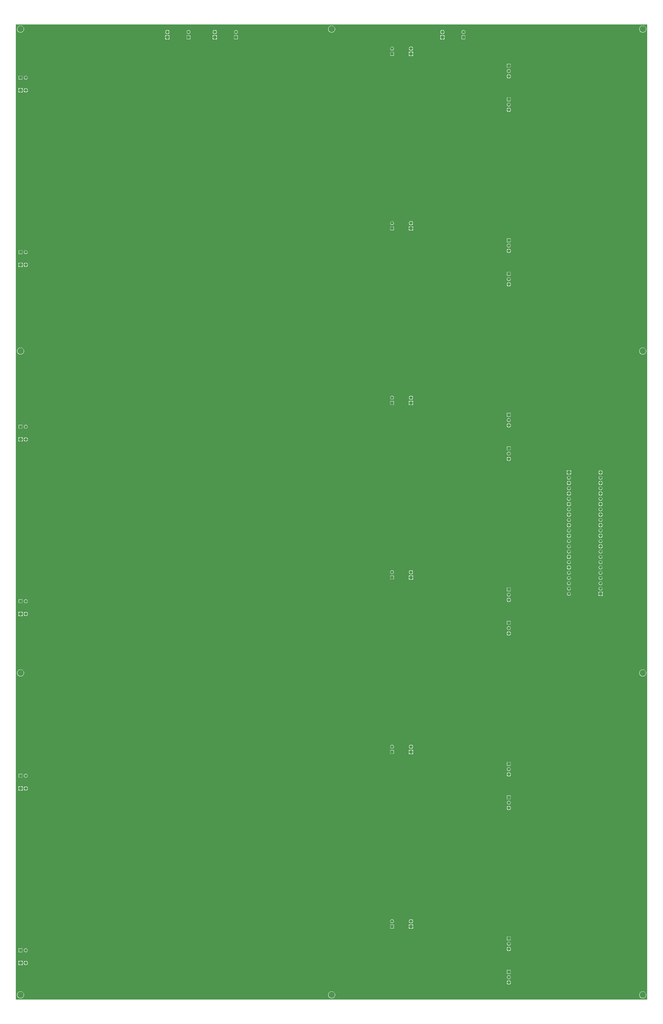
<source format=gbr>
%TF.GenerationSoftware,Altium Limited,Altium Designer,22.9.1 (49)*%
G04 Layer_Physical_Order=2*
G04 Layer_Color=16711680*
%FSLAX45Y45*%
%MOMM*%
%TF.SameCoordinates,19B3199C-24C9-4E42-A554-521A99F5088D*%
%TF.FilePolarity,Positive*%
%TF.FileFunction,Copper,L2,Bot,Signal*%
%TF.Part,Single*%
G01*
G75*
%TA.AperFunction,ComponentPad*%
%ADD19R,1.50000X1.50000*%
%ADD20C,1.50000*%
%TA.AperFunction,WasherPad*%
%ADD21C,3.04800*%
%TA.AperFunction,ComponentPad*%
%ADD22R,1.50000X1.50000*%
%TA.AperFunction,ViaPad*%
%ADD23C,0.50800*%
G36*
X32981403Y2565896D02*
X2565896D01*
Y49504105D01*
X32981403D01*
Y2565896D01*
D02*
G37*
%LPC*%
G36*
X23127219Y49236700D02*
X23126700D01*
Y49148999D01*
X23214400D01*
Y49149518D01*
X23207558Y49175052D01*
X23194341Y49197946D01*
X23175647Y49216641D01*
X23152753Y49229858D01*
X23127219Y49236700D01*
D02*
G37*
G36*
X12167118D02*
X12166600D01*
Y49148999D01*
X12254300D01*
Y49149518D01*
X12247458Y49175052D01*
X12234240Y49197946D01*
X12215547Y49216641D01*
X12192653Y49229858D01*
X12167118Y49236700D01*
D02*
G37*
G36*
X9881118D02*
X9880600D01*
Y49148999D01*
X9968300D01*
Y49149518D01*
X9961458Y49175052D01*
X9948240Y49197946D01*
X9929547Y49216641D01*
X9906653Y49229858D01*
X9881118Y49236700D01*
D02*
G37*
G36*
X12141200D02*
X12140682D01*
X12115147Y49229858D01*
X12092253Y49216641D01*
X12073560Y49197946D01*
X12060342Y49175052D01*
X12053500Y49149518D01*
Y49148999D01*
X12141200D01*
Y49236700D01*
D02*
G37*
G36*
X9855200D02*
X9854682D01*
X9829147Y49229858D01*
X9806253Y49216641D01*
X9787560Y49197946D01*
X9774342Y49175052D01*
X9767500Y49149518D01*
Y49148999D01*
X9855200D01*
Y49236700D01*
D02*
G37*
G36*
X23101300D02*
X23100781D01*
X23075247Y49229858D01*
X23052353Y49216641D01*
X23033659Y49197946D01*
X23020442Y49175052D01*
X23013600Y49149518D01*
Y49148999D01*
X23101300D01*
Y49236700D01*
D02*
G37*
G36*
X32782510Y49443640D02*
X32749490D01*
X32717102Y49437198D01*
X32686594Y49424561D01*
X32659137Y49406213D01*
X32635785Y49382864D01*
X32617438Y49355408D01*
X32604803Y49324899D01*
X32598361Y49292511D01*
Y49259488D01*
X32604803Y49227100D01*
X32617438Y49196594D01*
X32635785Y49169135D01*
X32659137Y49145786D01*
X32686594Y49127438D01*
X32717102Y49114801D01*
X32749490Y49108359D01*
X32782510D01*
X32814899Y49114801D01*
X32845407Y49127438D01*
X32872864Y49145786D01*
X32896213Y49169135D01*
X32914560Y49196594D01*
X32927197Y49227100D01*
X32933640Y49259488D01*
Y49292511D01*
X32927197Y49324899D01*
X32914560Y49355408D01*
X32896213Y49382864D01*
X32872864Y49406213D01*
X32845407Y49424561D01*
X32814899Y49437198D01*
X32782510Y49443640D01*
D02*
G37*
G36*
X17796510D02*
X17763489D01*
X17731100Y49437198D01*
X17700594Y49424561D01*
X17673135Y49406213D01*
X17649786Y49382864D01*
X17631439Y49355408D01*
X17618802Y49324899D01*
X17612360Y49292511D01*
Y49259488D01*
X17618802Y49227100D01*
X17631439Y49196594D01*
X17649786Y49169135D01*
X17673135Y49145786D01*
X17700594Y49127438D01*
X17731100Y49114801D01*
X17763489Y49108359D01*
X17796510D01*
X17828899Y49114801D01*
X17859407Y49127438D01*
X17886864Y49145786D01*
X17910214Y49169135D01*
X17928561Y49196594D01*
X17941199Y49227100D01*
X17947639Y49259488D01*
Y49292511D01*
X17941199Y49324899D01*
X17928561Y49355408D01*
X17910214Y49382864D01*
X17886864Y49406213D01*
X17859407Y49424561D01*
X17828899Y49437198D01*
X17796510Y49443640D01*
D02*
G37*
G36*
X2810511D02*
X2777489D01*
X2745101Y49437198D01*
X2714593Y49424561D01*
X2687136Y49406213D01*
X2663786Y49382864D01*
X2645439Y49355408D01*
X2632802Y49324899D01*
X2626360Y49292511D01*
Y49259488D01*
X2632802Y49227100D01*
X2645439Y49196594D01*
X2663786Y49169135D01*
X2687136Y49145786D01*
X2714593Y49127438D01*
X2745101Y49114801D01*
X2777489Y49108359D01*
X2810511D01*
X2842899Y49114801D01*
X2873407Y49127438D01*
X2900864Y49145786D01*
X2924214Y49169135D01*
X2942561Y49196594D01*
X2955198Y49227100D01*
X2961640Y49259488D01*
Y49292511D01*
X2955198Y49324899D01*
X2942561Y49355408D01*
X2924214Y49382864D01*
X2900864Y49406213D01*
X2873407Y49424561D01*
X2842899Y49437198D01*
X2810511Y49443640D01*
D02*
G37*
G36*
X24141879Y49226541D02*
X24118120D01*
X24095169Y49220389D01*
X24074591Y49208511D01*
X24057790Y49191708D01*
X24045911Y49171130D01*
X24039760Y49148181D01*
Y49124420D01*
X24045911Y49101468D01*
X24057790Y49080890D01*
X24074591Y49064090D01*
X24095169Y49052209D01*
X24118120Y49046060D01*
X24141879D01*
X24164832Y49052209D01*
X24185410Y49064090D01*
X24202209Y49080890D01*
X24214090Y49101468D01*
X24220239Y49124420D01*
Y49148181D01*
X24214090Y49171130D01*
X24202209Y49191708D01*
X24185410Y49208511D01*
X24164832Y49220389D01*
X24141879Y49226541D01*
D02*
G37*
G36*
X13181779D02*
X13158020D01*
X13135069Y49220389D01*
X13114491Y49208511D01*
X13097690Y49191708D01*
X13085809Y49171130D01*
X13079660Y49148181D01*
Y49124420D01*
X13085809Y49101468D01*
X13097690Y49080890D01*
X13114491Y49064090D01*
X13135069Y49052209D01*
X13158020Y49046060D01*
X13181779D01*
X13204732Y49052209D01*
X13225310Y49064090D01*
X13242110Y49080890D01*
X13253990Y49101468D01*
X13260139Y49124420D01*
Y49148181D01*
X13253990Y49171130D01*
X13242110Y49191708D01*
X13225310Y49208511D01*
X13204732Y49220389D01*
X13181779Y49226541D01*
D02*
G37*
G36*
X10895780D02*
X10872020D01*
X10849069Y49220389D01*
X10828491Y49208511D01*
X10811690Y49191708D01*
X10799810Y49171130D01*
X10793660Y49148181D01*
Y49124420D01*
X10799810Y49101468D01*
X10811690Y49080890D01*
X10828491Y49064090D01*
X10849069Y49052209D01*
X10872020Y49046060D01*
X10895780D01*
X10918731Y49052209D01*
X10939309Y49064090D01*
X10956110Y49080890D01*
X10967990Y49101468D01*
X10974140Y49124420D01*
Y49148181D01*
X10967990Y49171130D01*
X10956110Y49191708D01*
X10939309Y49208511D01*
X10918731Y49220389D01*
X10895780Y49226541D01*
D02*
G37*
G36*
X23214400Y49123599D02*
X23126700D01*
Y49035901D01*
X23127219D01*
X23152753Y49042743D01*
X23175647Y49055960D01*
X23194341Y49074652D01*
X23207558Y49097546D01*
X23214400Y49123083D01*
Y49123599D01*
D02*
G37*
G36*
X23101300D02*
X23013600D01*
Y49123083D01*
X23020442Y49097546D01*
X23033659Y49074652D01*
X23052353Y49055960D01*
X23075247Y49042743D01*
X23100781Y49035901D01*
X23101300D01*
Y49123599D01*
D02*
G37*
G36*
X12254300D02*
X12166600D01*
Y49035901D01*
X12167118D01*
X12192653Y49042743D01*
X12215547Y49055960D01*
X12234240Y49074652D01*
X12247458Y49097546D01*
X12254300Y49123083D01*
Y49123599D01*
D02*
G37*
G36*
X12141200D02*
X12053500D01*
Y49123083D01*
X12060342Y49097546D01*
X12073560Y49074652D01*
X12092253Y49055960D01*
X12115147Y49042743D01*
X12140682Y49035901D01*
X12141200D01*
Y49123599D01*
D02*
G37*
G36*
X9968300D02*
X9880600D01*
Y49035901D01*
X9881118D01*
X9906653Y49042743D01*
X9929547Y49055960D01*
X9948240Y49074652D01*
X9961458Y49097546D01*
X9968300Y49123083D01*
Y49123599D01*
D02*
G37*
G36*
X9855200D02*
X9767500D01*
Y49123083D01*
X9774342Y49097546D01*
X9787560Y49074652D01*
X9806253Y49055960D01*
X9829147Y49042743D01*
X9854682Y49035901D01*
X9855200D01*
Y49123599D01*
D02*
G37*
G36*
X23214400Y48982700D02*
X23126700D01*
Y48895001D01*
X23214400D01*
Y48982700D01*
D02*
G37*
G36*
X12254300D02*
X12166600D01*
Y48895001D01*
X12254300D01*
Y48982700D01*
D02*
G37*
G36*
X9968300D02*
X9880600D01*
Y48895001D01*
X9968300D01*
Y48982700D01*
D02*
G37*
G36*
X23101300D02*
X23013600D01*
Y48895001D01*
X23101300D01*
Y48982700D01*
D02*
G37*
G36*
X12141200D02*
X12053500D01*
Y48895001D01*
X12141200D01*
Y48982700D01*
D02*
G37*
G36*
X9855200D02*
X9767500D01*
Y48895001D01*
X9855200D01*
Y48982700D01*
D02*
G37*
G36*
X24220239Y48972540D02*
X24039760D01*
Y48792059D01*
X24220239D01*
Y48972540D01*
D02*
G37*
G36*
X13260139D02*
X13079660D01*
Y48792059D01*
X13260139D01*
Y48972540D01*
D02*
G37*
G36*
X10974140D02*
X10793660D01*
Y48792059D01*
X10974140D01*
Y48972540D01*
D02*
G37*
G36*
X23214400Y48869601D02*
X23126700D01*
Y48781900D01*
X23214400D01*
Y48869601D01*
D02*
G37*
G36*
X23101300D02*
X23013600D01*
Y48781900D01*
X23101300D01*
Y48869601D01*
D02*
G37*
G36*
X12254300D02*
X12166600D01*
Y48781900D01*
X12254300D01*
Y48869601D01*
D02*
G37*
G36*
X12141200D02*
X12053500D01*
Y48781900D01*
X12141200D01*
Y48869601D01*
D02*
G37*
G36*
X9968300D02*
X9880600D01*
Y48781900D01*
X9968300D01*
Y48869601D01*
D02*
G37*
G36*
X9855200D02*
X9767500D01*
Y48781900D01*
X9855200D01*
Y48869601D01*
D02*
G37*
G36*
X21615918Y48437869D02*
X21615398D01*
Y48350168D01*
X21703101D01*
Y48350687D01*
X21696259Y48376224D01*
X21683040Y48399118D01*
X21664346Y48417810D01*
X21641454Y48431027D01*
X21615918Y48437869D01*
D02*
G37*
G36*
X21589998D02*
X21589482D01*
X21563947Y48431027D01*
X21541052Y48417810D01*
X21522360Y48399118D01*
X21509142Y48376224D01*
X21502299Y48350687D01*
Y48350168D01*
X21589998D01*
Y48437869D01*
D02*
G37*
G36*
X20700180Y48427710D02*
X20676421D01*
X20653468Y48421561D01*
X20632890Y48409680D01*
X20616090Y48392880D01*
X20604210Y48372302D01*
X20598061Y48349350D01*
Y48325589D01*
X20604210Y48302640D01*
X20616090Y48282062D01*
X20632890Y48265259D01*
X20653468Y48253381D01*
X20676421Y48247229D01*
X20700180D01*
X20723131Y48253381D01*
X20743709Y48265259D01*
X20760510Y48282062D01*
X20772391Y48302640D01*
X20778540Y48325589D01*
Y48349350D01*
X20772391Y48372302D01*
X20760510Y48392880D01*
X20743709Y48409680D01*
X20723131Y48421561D01*
X20700180Y48427710D01*
D02*
G37*
G36*
X21703101Y48324768D02*
X21615398D01*
Y48237070D01*
X21615918D01*
X21641454Y48243912D01*
X21664346Y48257129D01*
X21683040Y48275824D01*
X21696259Y48298718D01*
X21703101Y48324252D01*
Y48324768D01*
D02*
G37*
G36*
X21589998D02*
X21502299D01*
Y48324252D01*
X21509142Y48298718D01*
X21522360Y48275824D01*
X21541052Y48257129D01*
X21563947Y48243912D01*
X21589482Y48237070D01*
X21589998D01*
Y48324768D01*
D02*
G37*
G36*
X21703101Y48183871D02*
X21615398D01*
Y48096167D01*
X21703101D01*
Y48183871D01*
D02*
G37*
G36*
X21589998D02*
X21502299D01*
Y48096167D01*
X21589998D01*
Y48183871D01*
D02*
G37*
G36*
X20778540Y48173709D02*
X20598061D01*
Y47993231D01*
X20778540D01*
Y48173709D01*
D02*
G37*
G36*
X21703101Y48070767D02*
X21615398D01*
Y47983069D01*
X21703101D01*
Y48070767D01*
D02*
G37*
G36*
X21589998D02*
X21502299D01*
Y47983069D01*
X21589998D01*
Y48070767D01*
D02*
G37*
G36*
X26404639Y47602209D02*
X26224161D01*
Y47421729D01*
X26404639D01*
Y47602209D01*
D02*
G37*
G36*
X26326279Y47348209D02*
X26302521D01*
X26279568Y47342059D01*
X26258990Y47330179D01*
X26242191Y47313379D01*
X26230310Y47292801D01*
X26224161Y47269849D01*
Y47246091D01*
X26230310Y47223138D01*
X26242191Y47202560D01*
X26258990Y47185760D01*
X26279568Y47173880D01*
X26302521Y47167731D01*
X26326279D01*
X26349231Y47173880D01*
X26369809Y47185760D01*
X26386609Y47202560D01*
X26398489Y47223138D01*
X26404639Y47246091D01*
Y47269849D01*
X26398489Y47292801D01*
X26386609Y47313379D01*
X26369809Y47330179D01*
X26349231Y47342059D01*
X26326279Y47348209D01*
D02*
G37*
G36*
X26327618Y47104370D02*
X26327097D01*
Y47016672D01*
X26414801D01*
Y47017188D01*
X26407959Y47042722D01*
X26394739Y47065616D01*
X26376047Y47084311D01*
X26353152Y47097528D01*
X26327618Y47104370D01*
D02*
G37*
G36*
X26301697D02*
X26301181D01*
X26275647Y47097528D01*
X26252753Y47084311D01*
X26234061Y47065616D01*
X26220844Y47042722D01*
X26214001Y47017188D01*
Y47016672D01*
X26301697D01*
Y47104370D01*
D02*
G37*
G36*
X26414801Y46991272D02*
X26327097D01*
Y46903571D01*
X26327618D01*
X26353152Y46910413D01*
X26376047Y46923630D01*
X26394739Y46942322D01*
X26407959Y46965216D01*
X26414801Y46990753D01*
Y46991272D01*
D02*
G37*
G36*
X26301697D02*
X26214001D01*
Y46990753D01*
X26220844Y46965216D01*
X26234061Y46942322D01*
X26252753Y46923630D01*
X26275647Y46910413D01*
X26301181Y46903571D01*
X26301697D01*
Y46991272D01*
D02*
G37*
G36*
X3059880Y47030710D02*
X3036120D01*
X3013169Y47024561D01*
X2992591Y47012680D01*
X2975790Y46995880D01*
X2963910Y46975302D01*
X2957760Y46952350D01*
Y46928589D01*
X2963910Y46905640D01*
X2975790Y46885062D01*
X2992591Y46868259D01*
X3013169Y46856381D01*
X3036120Y46850229D01*
X3059880D01*
X3082831Y46856381D01*
X3103409Y46868259D01*
X3120210Y46885062D01*
X3132090Y46905640D01*
X3138240Y46928589D01*
Y46952350D01*
X3132090Y46975302D01*
X3120210Y46995880D01*
X3103409Y47012680D01*
X3082831Y47024561D01*
X3059880Y47030710D01*
D02*
G37*
G36*
X2884240D02*
X2703760D01*
Y46850229D01*
X2884240D01*
Y47030710D01*
D02*
G37*
G36*
X3061218Y46431271D02*
X3060700D01*
Y46343570D01*
X3148400D01*
Y46344089D01*
X3141558Y46369623D01*
X3128340Y46392517D01*
X3109647Y46411209D01*
X3086753Y46424429D01*
X3061218Y46431271D01*
D02*
G37*
G36*
X3035300D02*
X3034782D01*
X3009247Y46424429D01*
X2986353Y46411209D01*
X2967660Y46392517D01*
X2954442Y46369623D01*
X2947600Y46344089D01*
Y46343570D01*
X3035300D01*
Y46431271D01*
D02*
G37*
G36*
X2894400D02*
X2806700D01*
Y46343570D01*
X2894400D01*
Y46431271D01*
D02*
G37*
G36*
X2781300D02*
X2693600D01*
Y46343570D01*
X2781300D01*
Y46431271D01*
D02*
G37*
G36*
X3148400Y46318170D02*
X3060700D01*
Y46230469D01*
X3061218D01*
X3086753Y46237311D01*
X3109647Y46250531D01*
X3128340Y46269223D01*
X3141558Y46292117D01*
X3148400Y46317651D01*
Y46318170D01*
D02*
G37*
G36*
X3035300D02*
X2947600D01*
Y46317651D01*
X2954442Y46292117D01*
X2967660Y46269223D01*
X2986353Y46250531D01*
X3009247Y46237311D01*
X3034782Y46230469D01*
X3035300D01*
Y46318170D01*
D02*
G37*
G36*
X2894400D02*
X2806700D01*
Y46230469D01*
X2894400D01*
Y46318170D01*
D02*
G37*
G36*
X2781300D02*
X2693600D01*
Y46230469D01*
X2781300D01*
Y46318170D01*
D02*
G37*
G36*
X26404639Y45989310D02*
X26224161D01*
Y45808829D01*
X26404639D01*
Y45989310D01*
D02*
G37*
G36*
X26326279Y45735309D02*
X26302521D01*
X26279568Y45729160D01*
X26258990Y45717279D01*
X26242191Y45700479D01*
X26230310Y45679901D01*
X26224161Y45656949D01*
Y45633191D01*
X26230310Y45610239D01*
X26242191Y45589661D01*
X26258990Y45572861D01*
X26279568Y45560980D01*
X26302521Y45554831D01*
X26326279D01*
X26349231Y45560980D01*
X26369809Y45572861D01*
X26386609Y45589661D01*
X26398489Y45610239D01*
X26404639Y45633191D01*
Y45656949D01*
X26398489Y45679901D01*
X26386609Y45700479D01*
X26369809Y45717279D01*
X26349231Y45729160D01*
X26326279Y45735309D01*
D02*
G37*
G36*
X26327618Y45491470D02*
X26327103D01*
Y45403769D01*
X26414801D01*
Y45404288D01*
X26407959Y45429822D01*
X26394739Y45452716D01*
X26376047Y45471411D01*
X26353152Y45484628D01*
X26327618Y45491470D01*
D02*
G37*
G36*
X26301703D02*
X26301181D01*
X26275647Y45484628D01*
X26252753Y45471411D01*
X26234061Y45452716D01*
X26220844Y45429822D01*
X26214001Y45404288D01*
Y45403769D01*
X26301703D01*
Y45491470D01*
D02*
G37*
G36*
X26414801Y45378369D02*
X26327103D01*
Y45290671D01*
X26327618D01*
X26353152Y45297513D01*
X26376047Y45310730D01*
X26394739Y45329422D01*
X26407959Y45352316D01*
X26414801Y45377853D01*
Y45378369D01*
D02*
G37*
G36*
X26301703D02*
X26214001D01*
Y45377853D01*
X26220844Y45352316D01*
X26234061Y45329422D01*
X26252753Y45310730D01*
X26275647Y45297513D01*
X26301181Y45290671D01*
X26301703D01*
Y45378369D01*
D02*
G37*
G36*
X21615918Y40037836D02*
X21615401D01*
Y39950137D01*
X21703101D01*
Y39950653D01*
X21696259Y39976190D01*
X21683040Y39999084D01*
X21664346Y40017776D01*
X21641454Y40030994D01*
X21615918Y40037836D01*
D02*
G37*
G36*
X21589999D02*
X21589482D01*
X21563947Y40030994D01*
X21541052Y40017776D01*
X21522360Y39999084D01*
X21509142Y39976190D01*
X21502299Y39950653D01*
Y39950137D01*
X21589999D01*
Y40037836D01*
D02*
G37*
G36*
X20700180Y40027676D02*
X20676421D01*
X20653468Y40021527D01*
X20632890Y40009647D01*
X20616090Y39992844D01*
X20604210Y39972266D01*
X20598061Y39949316D01*
Y39925555D01*
X20604210Y39902606D01*
X20616090Y39882028D01*
X20632890Y39865225D01*
X20653468Y39853345D01*
X20676421Y39847195D01*
X20700180D01*
X20723131Y39853345D01*
X20743709Y39865225D01*
X20760510Y39882028D01*
X20772391Y39902606D01*
X20778540Y39925555D01*
Y39949316D01*
X20772391Y39972266D01*
X20760510Y39992844D01*
X20743709Y40009647D01*
X20723131Y40021527D01*
X20700180Y40027676D01*
D02*
G37*
G36*
X21703101Y39924734D02*
X21615401D01*
Y39837036D01*
X21615918D01*
X21641454Y39843878D01*
X21664346Y39857095D01*
X21683040Y39875790D01*
X21696259Y39898682D01*
X21703101Y39924219D01*
Y39924734D01*
D02*
G37*
G36*
X21589999D02*
X21502299D01*
Y39924219D01*
X21509142Y39898682D01*
X21522360Y39875790D01*
X21541052Y39857095D01*
X21563947Y39843878D01*
X21589482Y39837036D01*
X21589999D01*
Y39924734D01*
D02*
G37*
G36*
X21703101Y39783835D02*
X21615401D01*
Y39696136D01*
X21703101D01*
Y39783835D01*
D02*
G37*
G36*
X21589999D02*
X21502299D01*
Y39696136D01*
X21589999D01*
Y39783835D01*
D02*
G37*
G36*
X20778540Y39773676D02*
X20598061D01*
Y39593195D01*
X20778540D01*
Y39773676D01*
D02*
G37*
G36*
X21703101Y39670737D02*
X21615401D01*
Y39583035D01*
X21703101D01*
Y39670737D01*
D02*
G37*
G36*
X21589999D02*
X21502299D01*
Y39583035D01*
X21589999D01*
Y39670737D01*
D02*
G37*
G36*
X26404639Y39202176D02*
X26224161D01*
Y39021695D01*
X26404639D01*
Y39202176D01*
D02*
G37*
G36*
X26326279Y38948175D02*
X26302521D01*
X26279568Y38942026D01*
X26258990Y38930145D01*
X26242191Y38913345D01*
X26230310Y38892767D01*
X26224161Y38869815D01*
Y38846057D01*
X26230310Y38823105D01*
X26242191Y38802527D01*
X26258990Y38785727D01*
X26279568Y38773846D01*
X26302521Y38767697D01*
X26326279D01*
X26349231Y38773846D01*
X26369809Y38785727D01*
X26386609Y38802527D01*
X26398489Y38823105D01*
X26404639Y38846057D01*
Y38869815D01*
X26398489Y38892767D01*
X26386609Y38913345D01*
X26369809Y38930145D01*
X26349231Y38942026D01*
X26326279Y38948175D01*
D02*
G37*
G36*
X26327618Y38704337D02*
X26327100D01*
Y38616635D01*
X26414801D01*
Y38617154D01*
X26407959Y38642688D01*
X26394739Y38665582D01*
X26376047Y38684277D01*
X26353152Y38697495D01*
X26327618Y38704337D01*
D02*
G37*
G36*
X26301700D02*
X26301181D01*
X26275647Y38697495D01*
X26252753Y38684277D01*
X26234061Y38665582D01*
X26220844Y38642688D01*
X26214001Y38617154D01*
Y38616635D01*
X26301700D01*
Y38704337D01*
D02*
G37*
G36*
X26414801Y38591235D02*
X26327100D01*
Y38503537D01*
X26327618D01*
X26353152Y38510379D01*
X26376047Y38523596D01*
X26394739Y38542288D01*
X26407959Y38565182D01*
X26414801Y38590717D01*
Y38591235D01*
D02*
G37*
G36*
X26301700D02*
X26214001D01*
Y38590717D01*
X26220844Y38565182D01*
X26234061Y38542288D01*
X26252753Y38523596D01*
X26275647Y38510379D01*
X26301181Y38503537D01*
X26301700D01*
Y38591235D01*
D02*
G37*
G36*
X3059880Y38630676D02*
X3036120D01*
X3013169Y38624527D01*
X2992591Y38612646D01*
X2975790Y38595844D01*
X2963910Y38575266D01*
X2957760Y38552316D01*
Y38528555D01*
X2963910Y38505606D01*
X2975790Y38485028D01*
X2992591Y38468225D01*
X3013169Y38456345D01*
X3036120Y38450195D01*
X3059880D01*
X3082831Y38456345D01*
X3103409Y38468225D01*
X3120210Y38485028D01*
X3132090Y38505606D01*
X3138240Y38528555D01*
Y38552316D01*
X3132090Y38575266D01*
X3120210Y38595844D01*
X3103409Y38612646D01*
X3082831Y38624527D01*
X3059880Y38630676D01*
D02*
G37*
G36*
X2884240D02*
X2703760D01*
Y38450195D01*
X2884240D01*
Y38630676D01*
D02*
G37*
G36*
X3061218Y38031235D02*
X3060700D01*
Y37943536D01*
X3148400D01*
Y37944055D01*
X3141558Y37969589D01*
X3128340Y37992484D01*
X3109647Y38011176D01*
X3086753Y38024393D01*
X3061218Y38031235D01*
D02*
G37*
G36*
X3035300D02*
X3034782D01*
X3009247Y38024393D01*
X2986353Y38011176D01*
X2967660Y37992484D01*
X2954442Y37969589D01*
X2947600Y37944055D01*
Y37943536D01*
X3035300D01*
Y38031235D01*
D02*
G37*
G36*
X2894400D02*
X2806700D01*
Y37943536D01*
X2894400D01*
Y38031235D01*
D02*
G37*
G36*
X2781300D02*
X2693600D01*
Y37943536D01*
X2781300D01*
Y38031235D01*
D02*
G37*
G36*
X3148400Y37918137D02*
X3060700D01*
Y37830435D01*
X3061218D01*
X3086753Y37837277D01*
X3109647Y37850497D01*
X3128340Y37869189D01*
X3141558Y37892084D01*
X3148400Y37917618D01*
Y37918137D01*
D02*
G37*
G36*
X3035300D02*
X2947600D01*
Y37917618D01*
X2954442Y37892084D01*
X2967660Y37869189D01*
X2986353Y37850497D01*
X3009247Y37837277D01*
X3034782Y37830435D01*
X3035300D01*
Y37918137D01*
D02*
G37*
G36*
X2894400D02*
X2806700D01*
Y37830435D01*
X2894400D01*
Y37918137D01*
D02*
G37*
G36*
X2781300D02*
X2693600D01*
Y37830435D01*
X2781300D01*
Y37918137D01*
D02*
G37*
G36*
X26404639Y37589276D02*
X26224161D01*
Y37408795D01*
X26404639D01*
Y37589276D01*
D02*
G37*
G36*
X26326279Y37335275D02*
X26302521D01*
X26279568Y37329126D01*
X26258990Y37317245D01*
X26242191Y37300446D01*
X26230310Y37279868D01*
X26224161Y37256915D01*
Y37233157D01*
X26230310Y37210205D01*
X26242191Y37189627D01*
X26258990Y37172827D01*
X26279568Y37160947D01*
X26302521Y37154797D01*
X26326279D01*
X26349231Y37160947D01*
X26369809Y37172827D01*
X26386609Y37189627D01*
X26398489Y37210205D01*
X26404639Y37233157D01*
Y37256915D01*
X26398489Y37279868D01*
X26386609Y37300446D01*
X26369809Y37317245D01*
X26349231Y37329126D01*
X26326279Y37335275D01*
D02*
G37*
G36*
X26327618Y37091437D02*
X26327100D01*
Y37003735D01*
X26414801D01*
Y37004254D01*
X26407959Y37029788D01*
X26394739Y37052682D01*
X26376047Y37071375D01*
X26353152Y37084595D01*
X26327618Y37091437D01*
D02*
G37*
G36*
X26301700D02*
X26301181D01*
X26275647Y37084595D01*
X26252753Y37071375D01*
X26234061Y37052682D01*
X26220844Y37029788D01*
X26214001Y37004254D01*
Y37003735D01*
X26301700D01*
Y37091437D01*
D02*
G37*
G36*
X26414801Y36978336D02*
X26327100D01*
Y36890637D01*
X26327618D01*
X26353152Y36897479D01*
X26376047Y36910696D01*
X26394739Y36929388D01*
X26407959Y36952283D01*
X26414801Y36977817D01*
Y36978336D01*
D02*
G37*
G36*
X26301700D02*
X26214001D01*
Y36977817D01*
X26220844Y36952283D01*
X26234061Y36929388D01*
X26252753Y36910696D01*
X26275647Y36897479D01*
X26301181Y36890637D01*
X26301700D01*
Y36978336D01*
D02*
G37*
G36*
X32782510Y33949640D02*
X32749490D01*
X32717102Y33943198D01*
X32686594Y33930560D01*
X32659137Y33912213D01*
X32635785Y33888864D01*
X32617438Y33861407D01*
X32604803Y33830899D01*
X32598361Y33798511D01*
Y33765488D01*
X32604803Y33733102D01*
X32617438Y33702594D01*
X32635785Y33675137D01*
X32659137Y33651785D01*
X32686594Y33633438D01*
X32717102Y33620801D01*
X32749490Y33614359D01*
X32782510D01*
X32814899Y33620801D01*
X32845407Y33633438D01*
X32872864Y33651785D01*
X32896213Y33675137D01*
X32914560Y33702594D01*
X32927197Y33733102D01*
X32933640Y33765488D01*
Y33798511D01*
X32927197Y33830899D01*
X32914560Y33861407D01*
X32896213Y33888864D01*
X32872864Y33912213D01*
X32845407Y33930560D01*
X32814899Y33943198D01*
X32782510Y33949640D01*
D02*
G37*
G36*
X2810511D02*
X2777489D01*
X2745101Y33943198D01*
X2714593Y33930560D01*
X2687136Y33912213D01*
X2663786Y33888864D01*
X2645439Y33861407D01*
X2632802Y33830899D01*
X2626360Y33798511D01*
Y33765488D01*
X2632802Y33733102D01*
X2645439Y33702594D01*
X2663786Y33675137D01*
X2687136Y33651785D01*
X2714593Y33633438D01*
X2745101Y33620801D01*
X2777489Y33614359D01*
X2810511D01*
X2842899Y33620801D01*
X2873407Y33633438D01*
X2900864Y33651785D01*
X2924214Y33675137D01*
X2942561Y33702594D01*
X2955198Y33733102D01*
X2961640Y33765488D01*
Y33798511D01*
X2955198Y33830899D01*
X2942561Y33861407D01*
X2924214Y33888864D01*
X2900864Y33912213D01*
X2873407Y33930560D01*
X2842899Y33943198D01*
X2810511Y33949640D01*
D02*
G37*
G36*
X21615918Y31637802D02*
X21615401D01*
Y31550101D01*
X21703101D01*
Y31550620D01*
X21696259Y31576154D01*
X21683040Y31599048D01*
X21664346Y31617743D01*
X21641454Y31630960D01*
X21615918Y31637802D01*
D02*
G37*
G36*
X21589999D02*
X21589482D01*
X21563947Y31630960D01*
X21541052Y31617743D01*
X21522360Y31599048D01*
X21509142Y31576154D01*
X21502299Y31550620D01*
Y31550101D01*
X21589999D01*
Y31637802D01*
D02*
G37*
G36*
X20700180Y31627643D02*
X20676421D01*
X20653468Y31621490D01*
X20632890Y31609613D01*
X20616090Y31592810D01*
X20604210Y31572232D01*
X20598061Y31549283D01*
Y31525522D01*
X20604210Y31502570D01*
X20616090Y31481992D01*
X20632890Y31465192D01*
X20653468Y31453311D01*
X20676421Y31447162D01*
X20700180D01*
X20723131Y31453311D01*
X20743709Y31465192D01*
X20760510Y31481992D01*
X20772391Y31502570D01*
X20778540Y31525522D01*
Y31549283D01*
X20772391Y31572232D01*
X20760510Y31592810D01*
X20743709Y31609613D01*
X20723131Y31621490D01*
X20700180Y31627643D01*
D02*
G37*
G36*
X21703101Y31524701D02*
X21615401D01*
Y31437003D01*
X21615918D01*
X21641454Y31443845D01*
X21664346Y31457062D01*
X21683040Y31475754D01*
X21696259Y31498648D01*
X21703101Y31524185D01*
Y31524701D01*
D02*
G37*
G36*
X21589999D02*
X21502299D01*
Y31524185D01*
X21509142Y31498648D01*
X21522360Y31475754D01*
X21541052Y31457062D01*
X21563947Y31443845D01*
X21589482Y31437003D01*
X21589999D01*
Y31524701D01*
D02*
G37*
G36*
X21703101Y31383801D02*
X21615401D01*
Y31296103D01*
X21703101D01*
Y31383801D01*
D02*
G37*
G36*
X21589999D02*
X21502299D01*
Y31296103D01*
X21589999D01*
Y31383801D01*
D02*
G37*
G36*
X20778540Y31373642D02*
X20598061D01*
Y31193161D01*
X20778540D01*
Y31373642D01*
D02*
G37*
G36*
X21703101Y31270703D02*
X21615401D01*
Y31183002D01*
X21703101D01*
Y31270703D01*
D02*
G37*
G36*
X21589999D02*
X21502299D01*
Y31183002D01*
X21589999D01*
Y31270703D01*
D02*
G37*
G36*
X26404639Y30802142D02*
X26224161D01*
Y30621661D01*
X26404639D01*
Y30802142D01*
D02*
G37*
G36*
X26326279Y30548141D02*
X26302521D01*
X26279568Y30541992D01*
X26258990Y30530112D01*
X26242191Y30513312D01*
X26230310Y30492734D01*
X26224161Y30469781D01*
Y30446021D01*
X26230310Y30423071D01*
X26242191Y30402493D01*
X26258990Y30385693D01*
X26279568Y30373813D01*
X26302521Y30367661D01*
X26326279D01*
X26349231Y30373813D01*
X26369809Y30385693D01*
X26386609Y30402493D01*
X26398489Y30423071D01*
X26404639Y30446021D01*
Y30469781D01*
X26398489Y30492734D01*
X26386609Y30513312D01*
X26369809Y30530112D01*
X26349231Y30541992D01*
X26326279Y30548141D01*
D02*
G37*
G36*
X26327618Y30304303D02*
X26327100D01*
Y30216602D01*
X26414801D01*
Y30217120D01*
X26407959Y30242654D01*
X26394739Y30265549D01*
X26376047Y30284241D01*
X26353152Y30297461D01*
X26327618Y30304303D01*
D02*
G37*
G36*
X26301700D02*
X26301181D01*
X26275647Y30297461D01*
X26252753Y30284241D01*
X26234061Y30265549D01*
X26220844Y30242654D01*
X26214001Y30217120D01*
Y30216602D01*
X26301700D01*
Y30304303D01*
D02*
G37*
G36*
X26414801Y30191202D02*
X26327100D01*
Y30103503D01*
X26327618D01*
X26353152Y30110345D01*
X26376047Y30123563D01*
X26394739Y30142255D01*
X26407959Y30165149D01*
X26414801Y30190683D01*
Y30191202D01*
D02*
G37*
G36*
X26301700D02*
X26214001D01*
Y30190683D01*
X26220844Y30165149D01*
X26234061Y30142255D01*
X26252753Y30123563D01*
X26275647Y30110345D01*
X26301181Y30103503D01*
X26301700D01*
Y30191202D01*
D02*
G37*
G36*
X3059880Y30230643D02*
X3036120D01*
X3013169Y30224493D01*
X2992591Y30212613D01*
X2975790Y30195810D01*
X2963910Y30175232D01*
X2957760Y30152283D01*
Y30128522D01*
X2963910Y30105573D01*
X2975790Y30084995D01*
X2992591Y30068192D01*
X3013169Y30056311D01*
X3036120Y30050162D01*
X3059880D01*
X3082831Y30056311D01*
X3103409Y30068192D01*
X3120210Y30084995D01*
X3132090Y30105573D01*
X3138240Y30128522D01*
Y30152283D01*
X3132090Y30175232D01*
X3120210Y30195810D01*
X3103409Y30212613D01*
X3082831Y30224493D01*
X3059880Y30230643D01*
D02*
G37*
G36*
X2884240D02*
X2703760D01*
Y30050162D01*
X2884240D01*
Y30230643D01*
D02*
G37*
G36*
X3061218Y29631201D02*
X3060700D01*
Y29543503D01*
X3148400D01*
Y29544019D01*
X3141558Y29569556D01*
X3128340Y29592450D01*
X3109647Y29611142D01*
X3086753Y29624359D01*
X3061218Y29631201D01*
D02*
G37*
G36*
X3035300D02*
X3034782D01*
X3009247Y29624359D01*
X2986353Y29611142D01*
X2967660Y29592450D01*
X2954442Y29569556D01*
X2947600Y29544019D01*
Y29543503D01*
X3035300D01*
Y29631201D01*
D02*
G37*
G36*
X2894400D02*
X2806700D01*
Y29543503D01*
X2894400D01*
Y29631201D01*
D02*
G37*
G36*
X2781300D02*
X2693600D01*
Y29543503D01*
X2781300D01*
Y29631201D01*
D02*
G37*
G36*
X3148400Y29518103D02*
X3060700D01*
Y29430402D01*
X3061218D01*
X3086753Y29437244D01*
X3109647Y29450461D01*
X3128340Y29469156D01*
X3141558Y29492050D01*
X3148400Y29517584D01*
Y29518103D01*
D02*
G37*
G36*
X3035300D02*
X2947600D01*
Y29517584D01*
X2954442Y29492050D01*
X2967660Y29469156D01*
X2986353Y29450461D01*
X3009247Y29437244D01*
X3034782Y29430402D01*
X3035300D01*
Y29518103D01*
D02*
G37*
G36*
X2894400D02*
X2806700D01*
Y29430402D01*
X2894400D01*
Y29518103D01*
D02*
G37*
G36*
X2781300D02*
X2693600D01*
Y29430402D01*
X2781300D01*
Y29518103D01*
D02*
G37*
G36*
X26404639Y29189243D02*
X26224161D01*
Y29008762D01*
X26404639D01*
Y29189243D01*
D02*
G37*
G36*
X26326279Y28935242D02*
X26302521D01*
X26279568Y28929092D01*
X26258990Y28917212D01*
X26242191Y28900412D01*
X26230310Y28879834D01*
X26224161Y28856882D01*
Y28833121D01*
X26230310Y28810172D01*
X26242191Y28789594D01*
X26258990Y28772791D01*
X26279568Y28760913D01*
X26302521Y28754761D01*
X26326279D01*
X26349231Y28760913D01*
X26369809Y28772791D01*
X26386609Y28789594D01*
X26398489Y28810172D01*
X26404639Y28833121D01*
Y28856882D01*
X26398489Y28879834D01*
X26386609Y28900412D01*
X26369809Y28917212D01*
X26349231Y28929092D01*
X26326279Y28935242D01*
D02*
G37*
G36*
X26327618Y28691403D02*
X26327100D01*
Y28603702D01*
X26414801D01*
Y28604221D01*
X26407959Y28629755D01*
X26394739Y28652649D01*
X26376047Y28671341D01*
X26353152Y28684561D01*
X26327618Y28691403D01*
D02*
G37*
G36*
X26301700D02*
X26301181D01*
X26275647Y28684561D01*
X26252753Y28671341D01*
X26234061Y28652649D01*
X26220844Y28629755D01*
X26214001Y28604221D01*
Y28603702D01*
X26301700D01*
Y28691403D01*
D02*
G37*
G36*
X26414801Y28578302D02*
X26327100D01*
Y28490601D01*
X26327618D01*
X26353152Y28497443D01*
X26376047Y28510663D01*
X26394739Y28529355D01*
X26407959Y28552249D01*
X26414801Y28577783D01*
Y28578302D01*
D02*
G37*
G36*
X26301700D02*
X26214001D01*
Y28577783D01*
X26220844Y28552249D01*
X26234061Y28529355D01*
X26252753Y28510663D01*
X26275647Y28497443D01*
X26301181Y28490601D01*
X26301700D01*
Y28578302D01*
D02*
G37*
G36*
X30747217Y28040399D02*
X30746701D01*
Y27952701D01*
X30834399D01*
Y27953217D01*
X30827557Y27978754D01*
X30814340Y28001648D01*
X30795648Y28020340D01*
X30772754Y28033557D01*
X30747217Y28040399D01*
D02*
G37*
G36*
X29310400D02*
X29222699D01*
Y27952701D01*
X29310400D01*
Y28040399D01*
D02*
G37*
G36*
X29197299D02*
X29109601D01*
Y27952701D01*
X29197299D01*
Y28040399D01*
D02*
G37*
G36*
X30721301D02*
X30720782D01*
X30695248Y28033557D01*
X30672354Y28020340D01*
X30653659Y28001648D01*
X30640442Y27978754D01*
X30633600Y27953217D01*
Y27952701D01*
X30721301D01*
Y28040399D01*
D02*
G37*
G36*
X30834399Y27927301D02*
X30746701D01*
Y27839600D01*
X30747217D01*
X30772754Y27846442D01*
X30795648Y27859659D01*
X30814340Y27878354D01*
X30827557Y27901248D01*
X30834399Y27926782D01*
Y27927301D01*
D02*
G37*
G36*
X30721301D02*
X30633600D01*
Y27926782D01*
X30640442Y27901248D01*
X30653659Y27878354D01*
X30672354Y27859659D01*
X30695248Y27846442D01*
X30720782Y27839600D01*
X30721301D01*
Y27927301D01*
D02*
G37*
G36*
X29310400D02*
X29222699D01*
Y27839600D01*
X29310400D01*
Y27927301D01*
D02*
G37*
G36*
X29197299D02*
X29109601D01*
Y27839600D01*
X29197299D01*
Y27927301D01*
D02*
G37*
G36*
X30745880Y27776239D02*
X30722119D01*
X30699170Y27770090D01*
X30678592Y27758209D01*
X30661789Y27741409D01*
X30649911Y27720831D01*
X30643759Y27697879D01*
Y27674121D01*
X30649911Y27651169D01*
X30661789Y27630591D01*
X30678592Y27613791D01*
X30699170Y27601910D01*
X30722119Y27595761D01*
X30745880D01*
X30768832Y27601910D01*
X30789410Y27613791D01*
X30806210Y27630591D01*
X30818091Y27651169D01*
X30824240Y27674121D01*
Y27697879D01*
X30818091Y27720831D01*
X30806210Y27741409D01*
X30789410Y27758209D01*
X30768832Y27770090D01*
X30745880Y27776239D01*
D02*
G37*
G36*
X29221881D02*
X29198120D01*
X29175168Y27770090D01*
X29154590Y27758209D01*
X29137790Y27741409D01*
X29125909Y27720831D01*
X29119760Y27697879D01*
Y27674121D01*
X29125909Y27651169D01*
X29137790Y27630591D01*
X29154590Y27613791D01*
X29175168Y27601910D01*
X29198120Y27595761D01*
X29221881D01*
X29244830Y27601910D01*
X29265408Y27613791D01*
X29282211Y27630591D01*
X29294089Y27651169D01*
X29300241Y27674121D01*
Y27697879D01*
X29294089Y27720831D01*
X29282211Y27741409D01*
X29265408Y27758209D01*
X29244830Y27770090D01*
X29221881Y27776239D01*
D02*
G37*
G36*
X30747217Y27532401D02*
X30746701D01*
Y27444699D01*
X30834399D01*
Y27445218D01*
X30827557Y27470752D01*
X30814340Y27493646D01*
X30795648Y27512341D01*
X30772754Y27525558D01*
X30747217Y27532401D01*
D02*
G37*
G36*
X29223218D02*
X29222699D01*
Y27444699D01*
X29310400D01*
Y27445218D01*
X29303558Y27470752D01*
X29290341Y27493646D01*
X29271646Y27512341D01*
X29248752Y27525558D01*
X29223218Y27532401D01*
D02*
G37*
G36*
X29197299D02*
X29196783D01*
X29171246Y27525558D01*
X29148352Y27512341D01*
X29129660Y27493646D01*
X29116443Y27470752D01*
X29109601Y27445218D01*
Y27444699D01*
X29197299D01*
Y27532401D01*
D02*
G37*
G36*
X30721301D02*
X30720782D01*
X30695248Y27525558D01*
X30672354Y27512341D01*
X30653659Y27493646D01*
X30640442Y27470752D01*
X30633600Y27445218D01*
Y27444699D01*
X30721301D01*
Y27532401D01*
D02*
G37*
G36*
X30834399Y27419299D02*
X30746701D01*
Y27331601D01*
X30747217D01*
X30772754Y27338443D01*
X30795648Y27351660D01*
X30814340Y27370352D01*
X30827557Y27393246D01*
X30834399Y27418781D01*
Y27419299D01*
D02*
G37*
G36*
X30721301D02*
X30633600D01*
Y27418781D01*
X30640442Y27393246D01*
X30653659Y27370352D01*
X30672354Y27351660D01*
X30695248Y27338443D01*
X30720782Y27331601D01*
X30721301D01*
Y27419299D01*
D02*
G37*
G36*
X29310400D02*
X29222699D01*
Y27331601D01*
X29223218D01*
X29248752Y27338443D01*
X29271646Y27351660D01*
X29290341Y27370352D01*
X29303558Y27393246D01*
X29310400Y27418781D01*
Y27419299D01*
D02*
G37*
G36*
X29197299D02*
X29109601D01*
Y27418781D01*
X29116443Y27393246D01*
X29129660Y27370352D01*
X29148352Y27351660D01*
X29171246Y27338443D01*
X29196783Y27331601D01*
X29197299D01*
Y27419299D01*
D02*
G37*
G36*
X30745880Y27268240D02*
X30722119D01*
X30699170Y27262091D01*
X30678592Y27250211D01*
X30661789Y27233408D01*
X30649911Y27212830D01*
X30643759Y27189880D01*
Y27166119D01*
X30649911Y27143170D01*
X30661789Y27122592D01*
X30678592Y27105789D01*
X30699170Y27093909D01*
X30722119Y27087759D01*
X30745880D01*
X30768832Y27093909D01*
X30789410Y27105789D01*
X30806210Y27122592D01*
X30818091Y27143170D01*
X30824240Y27166119D01*
Y27189880D01*
X30818091Y27212830D01*
X30806210Y27233408D01*
X30789410Y27250211D01*
X30768832Y27262091D01*
X30745880Y27268240D01*
D02*
G37*
G36*
X29221881D02*
X29198120D01*
X29175168Y27262091D01*
X29154590Y27250211D01*
X29137790Y27233408D01*
X29125909Y27212830D01*
X29119760Y27189880D01*
Y27166119D01*
X29125909Y27143170D01*
X29137790Y27122592D01*
X29154590Y27105789D01*
X29175168Y27093909D01*
X29198120Y27087759D01*
X29221881D01*
X29244830Y27093909D01*
X29265408Y27105789D01*
X29282211Y27122592D01*
X29294089Y27143170D01*
X29300241Y27166119D01*
Y27189880D01*
X29294089Y27212830D01*
X29282211Y27233408D01*
X29265408Y27250211D01*
X29244830Y27262091D01*
X29221881Y27268240D01*
D02*
G37*
G36*
X30747217Y27024399D02*
X30746701D01*
Y26936700D01*
X30834399D01*
Y26937219D01*
X30827557Y26962753D01*
X30814340Y26985648D01*
X30795648Y27004340D01*
X30772754Y27017557D01*
X30747217Y27024399D01*
D02*
G37*
G36*
X29223218D02*
X29222699D01*
Y26936700D01*
X29310400D01*
Y26937219D01*
X29303558Y26962753D01*
X29290341Y26985648D01*
X29271646Y27004340D01*
X29248752Y27017557D01*
X29223218Y27024399D01*
D02*
G37*
G36*
X29197299D02*
X29196783D01*
X29171246Y27017557D01*
X29148352Y27004340D01*
X29129660Y26985648D01*
X29116443Y26962753D01*
X29109601Y26937219D01*
Y26936700D01*
X29197299D01*
Y27024399D01*
D02*
G37*
G36*
X30721301D02*
X30720782D01*
X30695248Y27017557D01*
X30672354Y27004340D01*
X30653659Y26985648D01*
X30640442Y26962753D01*
X30633600Y26937219D01*
Y26936700D01*
X30721301D01*
Y27024399D01*
D02*
G37*
G36*
X30834399Y26911301D02*
X30746701D01*
Y26823599D01*
X30747217D01*
X30772754Y26830441D01*
X30795648Y26843661D01*
X30814340Y26862354D01*
X30827557Y26885248D01*
X30834399Y26910782D01*
Y26911301D01*
D02*
G37*
G36*
X30721301D02*
X30633600D01*
Y26910782D01*
X30640442Y26885248D01*
X30653659Y26862354D01*
X30672354Y26843661D01*
X30695248Y26830441D01*
X30720782Y26823599D01*
X30721301D01*
Y26911301D01*
D02*
G37*
G36*
X29310400D02*
X29222699D01*
Y26823599D01*
X29223218D01*
X29248752Y26830441D01*
X29271646Y26843661D01*
X29290341Y26862354D01*
X29303558Y26885248D01*
X29310400Y26910782D01*
Y26911301D01*
D02*
G37*
G36*
X29197299D02*
X29109601D01*
Y26910782D01*
X29116443Y26885248D01*
X29129660Y26862354D01*
X29148352Y26843661D01*
X29171246Y26830441D01*
X29196783Y26823599D01*
X29197299D01*
Y26911301D01*
D02*
G37*
G36*
X30745880Y26760239D02*
X30722119D01*
X30699170Y26754089D01*
X30678592Y26742209D01*
X30661789Y26725409D01*
X30649911Y26704831D01*
X30643759Y26681879D01*
Y26658121D01*
X30649911Y26635168D01*
X30661789Y26614590D01*
X30678592Y26597791D01*
X30699170Y26585910D01*
X30722119Y26579761D01*
X30745880D01*
X30768832Y26585910D01*
X30789410Y26597791D01*
X30806210Y26614590D01*
X30818091Y26635168D01*
X30824240Y26658121D01*
Y26681879D01*
X30818091Y26704831D01*
X30806210Y26725409D01*
X30789410Y26742209D01*
X30768832Y26754089D01*
X30745880Y26760239D01*
D02*
G37*
G36*
X29221881D02*
X29198120D01*
X29175168Y26754089D01*
X29154590Y26742209D01*
X29137790Y26725409D01*
X29125909Y26704831D01*
X29119760Y26681879D01*
Y26658121D01*
X29125909Y26635168D01*
X29137790Y26614590D01*
X29154590Y26597791D01*
X29175168Y26585910D01*
X29198120Y26579761D01*
X29221881D01*
X29244830Y26585910D01*
X29265408Y26597791D01*
X29282211Y26614590D01*
X29294089Y26635168D01*
X29300241Y26658121D01*
Y26681879D01*
X29294089Y26704831D01*
X29282211Y26725409D01*
X29265408Y26742209D01*
X29244830Y26754089D01*
X29221881Y26760239D01*
D02*
G37*
G36*
X30747217Y26516400D02*
X30746701D01*
Y26428699D01*
X30834399D01*
Y26429218D01*
X30827557Y26454752D01*
X30814340Y26477646D01*
X30795648Y26496341D01*
X30772754Y26509558D01*
X30747217Y26516400D01*
D02*
G37*
G36*
X29223218D02*
X29222699D01*
Y26428699D01*
X29310400D01*
Y26429218D01*
X29303558Y26454752D01*
X29290341Y26477646D01*
X29271646Y26496341D01*
X29248752Y26509558D01*
X29223218Y26516400D01*
D02*
G37*
G36*
X29197299D02*
X29196783D01*
X29171246Y26509558D01*
X29148352Y26496341D01*
X29129660Y26477646D01*
X29116443Y26454752D01*
X29109601Y26429218D01*
Y26428699D01*
X29197299D01*
Y26516400D01*
D02*
G37*
G36*
X30721301D02*
X30720782D01*
X30695248Y26509558D01*
X30672354Y26496341D01*
X30653659Y26477646D01*
X30640442Y26454752D01*
X30633600Y26429218D01*
Y26428699D01*
X30721301D01*
Y26516400D01*
D02*
G37*
G36*
X30834399Y26403299D02*
X30746701D01*
Y26315601D01*
X30747217D01*
X30772754Y26322443D01*
X30795648Y26335660D01*
X30814340Y26354352D01*
X30827557Y26377246D01*
X30834399Y26402783D01*
Y26403299D01*
D02*
G37*
G36*
X30721301D02*
X30633600D01*
Y26402783D01*
X30640442Y26377246D01*
X30653659Y26354352D01*
X30672354Y26335660D01*
X30695248Y26322443D01*
X30720782Y26315601D01*
X30721301D01*
Y26403299D01*
D02*
G37*
G36*
X29310400D02*
X29222699D01*
Y26315601D01*
X29223218D01*
X29248752Y26322443D01*
X29271646Y26335660D01*
X29290341Y26354352D01*
X29303558Y26377246D01*
X29310400Y26402783D01*
Y26403299D01*
D02*
G37*
G36*
X29197299D02*
X29109601D01*
Y26402783D01*
X29116443Y26377246D01*
X29129660Y26354352D01*
X29148352Y26335660D01*
X29171246Y26322443D01*
X29196783Y26315601D01*
X29197299D01*
Y26403299D01*
D02*
G37*
G36*
X30745880Y26252240D02*
X30722119D01*
X30699170Y26246091D01*
X30678592Y26234210D01*
X30661789Y26217410D01*
X30649911Y26196832D01*
X30643759Y26173880D01*
Y26150119D01*
X30649911Y26127170D01*
X30661789Y26106592D01*
X30678592Y26089789D01*
X30699170Y26077911D01*
X30722119Y26071759D01*
X30745880D01*
X30768832Y26077911D01*
X30789410Y26089789D01*
X30806210Y26106592D01*
X30818091Y26127170D01*
X30824240Y26150119D01*
Y26173880D01*
X30818091Y26196832D01*
X30806210Y26217410D01*
X30789410Y26234210D01*
X30768832Y26246091D01*
X30745880Y26252240D01*
D02*
G37*
G36*
X29221881D02*
X29198120D01*
X29175168Y26246091D01*
X29154590Y26234210D01*
X29137790Y26217410D01*
X29125909Y26196832D01*
X29119760Y26173880D01*
Y26150119D01*
X29125909Y26127170D01*
X29137790Y26106592D01*
X29154590Y26089789D01*
X29175168Y26077911D01*
X29198120Y26071759D01*
X29221881D01*
X29244830Y26077911D01*
X29265408Y26089789D01*
X29282211Y26106592D01*
X29294089Y26127170D01*
X29300241Y26150119D01*
Y26173880D01*
X29294089Y26196832D01*
X29282211Y26217410D01*
X29265408Y26234210D01*
X29244830Y26246091D01*
X29221881Y26252240D01*
D02*
G37*
G36*
X30747217Y26008401D02*
X30746701D01*
Y25920700D01*
X30834399D01*
Y25921219D01*
X30827557Y25946753D01*
X30814340Y25969647D01*
X30795648Y25988339D01*
X30772754Y26001559D01*
X30747217Y26008401D01*
D02*
G37*
G36*
X29223218D02*
X29222699D01*
Y25920700D01*
X29310400D01*
Y25921219D01*
X29303558Y25946753D01*
X29290341Y25969647D01*
X29271646Y25988339D01*
X29248752Y26001559D01*
X29223218Y26008401D01*
D02*
G37*
G36*
X29197299D02*
X29196783D01*
X29171246Y26001559D01*
X29148352Y25988339D01*
X29129660Y25969647D01*
X29116443Y25946753D01*
X29109601Y25921219D01*
Y25920700D01*
X29197299D01*
Y26008401D01*
D02*
G37*
G36*
X30721301D02*
X30720782D01*
X30695248Y26001559D01*
X30672354Y25988339D01*
X30653659Y25969647D01*
X30640442Y25946753D01*
X30633600Y25921219D01*
Y25920700D01*
X30721301D01*
Y26008401D01*
D02*
G37*
G36*
X30834399Y25895300D02*
X30746701D01*
Y25807599D01*
X30747217D01*
X30772754Y25814441D01*
X30795648Y25827661D01*
X30814340Y25846353D01*
X30827557Y25869247D01*
X30834399Y25894781D01*
Y25895300D01*
D02*
G37*
G36*
X30721301D02*
X30633600D01*
Y25894781D01*
X30640442Y25869247D01*
X30653659Y25846353D01*
X30672354Y25827661D01*
X30695248Y25814441D01*
X30720782Y25807599D01*
X30721301D01*
Y25895300D01*
D02*
G37*
G36*
X29310400D02*
X29222699D01*
Y25807599D01*
X29223218D01*
X29248752Y25814441D01*
X29271646Y25827661D01*
X29290341Y25846353D01*
X29303558Y25869247D01*
X29310400Y25894781D01*
Y25895300D01*
D02*
G37*
G36*
X29197299D02*
X29109601D01*
Y25894781D01*
X29116443Y25869247D01*
X29129660Y25846353D01*
X29148352Y25827661D01*
X29171246Y25814441D01*
X29196783Y25807599D01*
X29197299D01*
Y25895300D01*
D02*
G37*
G36*
X30745880Y25744241D02*
X30722119D01*
X30699170Y25738089D01*
X30678592Y25726208D01*
X30661789Y25709409D01*
X30649911Y25688831D01*
X30643759Y25665881D01*
Y25642120D01*
X30649911Y25619168D01*
X30661789Y25598592D01*
X30678592Y25581790D01*
X30699170Y25569910D01*
X30722119Y25563760D01*
X30745880D01*
X30768832Y25569910D01*
X30789410Y25581790D01*
X30806210Y25598592D01*
X30818091Y25619168D01*
X30824240Y25642120D01*
Y25665881D01*
X30818091Y25688831D01*
X30806210Y25709409D01*
X30789410Y25726208D01*
X30768832Y25738089D01*
X30745880Y25744241D01*
D02*
G37*
G36*
X29221881D02*
X29198120D01*
X29175168Y25738089D01*
X29154590Y25726208D01*
X29137790Y25709409D01*
X29125909Y25688831D01*
X29119760Y25665881D01*
Y25642120D01*
X29125909Y25619168D01*
X29137790Y25598592D01*
X29154590Y25581790D01*
X29175168Y25569910D01*
X29198120Y25563760D01*
X29221881D01*
X29244830Y25569910D01*
X29265408Y25581790D01*
X29282211Y25598592D01*
X29294089Y25619168D01*
X29300241Y25642120D01*
Y25665881D01*
X29294089Y25688831D01*
X29282211Y25709409D01*
X29265408Y25726208D01*
X29244830Y25738089D01*
X29221881Y25744241D01*
D02*
G37*
G36*
X30747217Y25500400D02*
X30746701D01*
Y25412700D01*
X30834399D01*
Y25413219D01*
X30827557Y25438753D01*
X30814340Y25461647D01*
X30795648Y25480341D01*
X30772754Y25493558D01*
X30747217Y25500400D01*
D02*
G37*
G36*
X29223218D02*
X29222699D01*
Y25412700D01*
X29310400D01*
Y25413219D01*
X29303558Y25438753D01*
X29290341Y25461647D01*
X29271646Y25480341D01*
X29248752Y25493558D01*
X29223218Y25500400D01*
D02*
G37*
G36*
X29197299D02*
X29196783D01*
X29171246Y25493558D01*
X29148352Y25480341D01*
X29129660Y25461647D01*
X29116443Y25438753D01*
X29109601Y25413219D01*
Y25412700D01*
X29197299D01*
Y25500400D01*
D02*
G37*
G36*
X30721301D02*
X30720782D01*
X30695248Y25493558D01*
X30672354Y25480341D01*
X30653659Y25461647D01*
X30640442Y25438753D01*
X30633600Y25413219D01*
Y25412700D01*
X30721301D01*
Y25500400D01*
D02*
G37*
G36*
X30834399Y25387300D02*
X30746701D01*
Y25299600D01*
X30747217D01*
X30772754Y25306442D01*
X30795648Y25319659D01*
X30814340Y25338353D01*
X30827557Y25361247D01*
X30834399Y25386781D01*
Y25387300D01*
D02*
G37*
G36*
X30721301D02*
X30633600D01*
Y25386781D01*
X30640442Y25361247D01*
X30653659Y25338353D01*
X30672354Y25319659D01*
X30695248Y25306442D01*
X30720782Y25299600D01*
X30721301D01*
Y25387300D01*
D02*
G37*
G36*
X29310400D02*
X29222699D01*
Y25299600D01*
X29223218D01*
X29248752Y25306442D01*
X29271646Y25319659D01*
X29290341Y25338353D01*
X29303558Y25361247D01*
X29310400Y25386781D01*
Y25387300D01*
D02*
G37*
G36*
X29197299D02*
X29109601D01*
Y25386781D01*
X29116443Y25361247D01*
X29129660Y25338353D01*
X29148352Y25319659D01*
X29171246Y25306442D01*
X29196783Y25299600D01*
X29197299D01*
Y25387300D01*
D02*
G37*
G36*
X30745880Y25236240D02*
X30722119D01*
X30699170Y25230090D01*
X30678592Y25218210D01*
X30661789Y25201408D01*
X30649911Y25180830D01*
X30643759Y25157880D01*
Y25134120D01*
X30649911Y25111169D01*
X30661789Y25090591D01*
X30678592Y25073790D01*
X30699170Y25061909D01*
X30722119Y25055760D01*
X30745880D01*
X30768832Y25061909D01*
X30789410Y25073790D01*
X30806210Y25090591D01*
X30818091Y25111169D01*
X30824240Y25134120D01*
Y25157880D01*
X30818091Y25180830D01*
X30806210Y25201408D01*
X30789410Y25218210D01*
X30768832Y25230090D01*
X30745880Y25236240D01*
D02*
G37*
G36*
X29221881D02*
X29198120D01*
X29175168Y25230090D01*
X29154590Y25218210D01*
X29137790Y25201408D01*
X29125909Y25180830D01*
X29119760Y25157880D01*
Y25134120D01*
X29125909Y25111169D01*
X29137790Y25090591D01*
X29154590Y25073790D01*
X29175168Y25061909D01*
X29198120Y25055760D01*
X29221881D01*
X29244830Y25061909D01*
X29265408Y25073790D01*
X29282211Y25090591D01*
X29294089Y25111169D01*
X29300241Y25134120D01*
Y25157880D01*
X29294089Y25180830D01*
X29282211Y25201408D01*
X29265408Y25218210D01*
X29244830Y25230090D01*
X29221881Y25236240D01*
D02*
G37*
G36*
X30747217Y24992400D02*
X30746701D01*
Y24904700D01*
X30834399D01*
Y24905219D01*
X30827557Y24930753D01*
X30814340Y24953647D01*
X30795648Y24972340D01*
X30772754Y24985558D01*
X30747217Y24992400D01*
D02*
G37*
G36*
X29223218D02*
X29222699D01*
Y24904700D01*
X29310400D01*
Y24905219D01*
X29303558Y24930753D01*
X29290341Y24953647D01*
X29271646Y24972340D01*
X29248752Y24985558D01*
X29223218Y24992400D01*
D02*
G37*
G36*
X29197299D02*
X29196783D01*
X29171246Y24985558D01*
X29148352Y24972340D01*
X29129660Y24953647D01*
X29116443Y24930753D01*
X29109601Y24905219D01*
Y24904700D01*
X29197299D01*
Y24992400D01*
D02*
G37*
G36*
X30721301D02*
X30720782D01*
X30695248Y24985558D01*
X30672354Y24972340D01*
X30653659Y24953647D01*
X30640442Y24930753D01*
X30633600Y24905219D01*
Y24904700D01*
X30721301D01*
Y24992400D01*
D02*
G37*
G36*
X30834399Y24879300D02*
X30746701D01*
Y24791600D01*
X30747217D01*
X30772754Y24798442D01*
X30795648Y24811659D01*
X30814340Y24830353D01*
X30827557Y24853247D01*
X30834399Y24878783D01*
Y24879300D01*
D02*
G37*
G36*
X30721301D02*
X30633600D01*
Y24878783D01*
X30640442Y24853247D01*
X30653659Y24830353D01*
X30672354Y24811659D01*
X30695248Y24798442D01*
X30720782Y24791600D01*
X30721301D01*
Y24879300D01*
D02*
G37*
G36*
X29310400D02*
X29222699D01*
Y24791600D01*
X29223218D01*
X29248752Y24798442D01*
X29271646Y24811659D01*
X29290341Y24830353D01*
X29303558Y24853247D01*
X29310400Y24878783D01*
Y24879300D01*
D02*
G37*
G36*
X29197299D02*
X29109601D01*
Y24878783D01*
X29116443Y24853247D01*
X29129660Y24830353D01*
X29148352Y24811659D01*
X29171246Y24798442D01*
X29196783Y24791600D01*
X29197299D01*
Y24879300D01*
D02*
G37*
G36*
X30745880Y24728239D02*
X30722119D01*
X30699170Y24722090D01*
X30678592Y24710210D01*
X30661789Y24693410D01*
X30649911Y24672832D01*
X30643759Y24649879D01*
Y24626120D01*
X30649911Y24603169D01*
X30661789Y24582591D01*
X30678592Y24565790D01*
X30699170Y24553909D01*
X30722119Y24547760D01*
X30745880D01*
X30768832Y24553909D01*
X30789410Y24565790D01*
X30806210Y24582591D01*
X30818091Y24603169D01*
X30824240Y24626120D01*
Y24649879D01*
X30818091Y24672832D01*
X30806210Y24693410D01*
X30789410Y24710210D01*
X30768832Y24722090D01*
X30745880Y24728239D01*
D02*
G37*
G36*
X29221881D02*
X29198120D01*
X29175168Y24722090D01*
X29154590Y24710210D01*
X29137790Y24693410D01*
X29125909Y24672832D01*
X29119760Y24649879D01*
Y24626120D01*
X29125909Y24603169D01*
X29137790Y24582591D01*
X29154590Y24565790D01*
X29175168Y24553909D01*
X29198120Y24547760D01*
X29221881D01*
X29244830Y24553909D01*
X29265408Y24565790D01*
X29282211Y24582591D01*
X29294089Y24603169D01*
X29300241Y24626120D01*
Y24649879D01*
X29294089Y24672832D01*
X29282211Y24693410D01*
X29265408Y24710210D01*
X29244830Y24722090D01*
X29221881Y24728239D01*
D02*
G37*
G36*
X30747217Y24484399D02*
X30746701D01*
Y24396700D01*
X30834399D01*
Y24397218D01*
X30827557Y24422752D01*
X30814340Y24445647D01*
X30795648Y24464340D01*
X30772754Y24477557D01*
X30747217Y24484399D01*
D02*
G37*
G36*
X30721301D02*
X30720782D01*
X30695248Y24477557D01*
X30672354Y24464340D01*
X30653659Y24445647D01*
X30640442Y24422752D01*
X30633600Y24397218D01*
Y24396700D01*
X30721301D01*
Y24484399D01*
D02*
G37*
G36*
X29221881Y24474240D02*
X29198120D01*
X29175168Y24468089D01*
X29154590Y24456210D01*
X29137790Y24439409D01*
X29125909Y24418831D01*
X29119760Y24395880D01*
Y24372121D01*
X29125909Y24349168D01*
X29137790Y24328590D01*
X29154590Y24311790D01*
X29175168Y24299910D01*
X29198120Y24293761D01*
X29221881D01*
X29244830Y24299910D01*
X29265408Y24311790D01*
X29282211Y24328590D01*
X29294089Y24349168D01*
X29300241Y24372121D01*
Y24395880D01*
X29294089Y24418831D01*
X29282211Y24439409D01*
X29265408Y24456210D01*
X29244830Y24468089D01*
X29221881Y24474240D01*
D02*
G37*
G36*
X30834399Y24371300D02*
X30746701D01*
Y24283600D01*
X30747217D01*
X30772754Y24290442D01*
X30795648Y24303661D01*
X30814340Y24322353D01*
X30827557Y24345247D01*
X30834399Y24370782D01*
Y24371300D01*
D02*
G37*
G36*
X30721301D02*
X30633600D01*
Y24370782D01*
X30640442Y24345247D01*
X30653659Y24322353D01*
X30672354Y24303661D01*
X30695248Y24290442D01*
X30720782Y24283600D01*
X30721301D01*
Y24371300D01*
D02*
G37*
G36*
X30745880Y24220239D02*
X30722119D01*
X30699170Y24214090D01*
X30678592Y24202209D01*
X30661789Y24185410D01*
X30649911Y24164832D01*
X30643759Y24141879D01*
Y24118120D01*
X30649911Y24095169D01*
X30661789Y24074591D01*
X30678592Y24057790D01*
X30699170Y24045911D01*
X30722119Y24039760D01*
X30745880D01*
X30768832Y24045911D01*
X30789410Y24057790D01*
X30806210Y24074591D01*
X30818091Y24095169D01*
X30824240Y24118120D01*
Y24141879D01*
X30818091Y24164832D01*
X30806210Y24185410D01*
X30789410Y24202209D01*
X30768832Y24214090D01*
X30745880Y24220239D01*
D02*
G37*
G36*
X29221881D02*
X29198120D01*
X29175168Y24214090D01*
X29154590Y24202209D01*
X29137790Y24185410D01*
X29125909Y24164832D01*
X29119760Y24141879D01*
Y24118120D01*
X29125909Y24095169D01*
X29137790Y24074591D01*
X29154590Y24057790D01*
X29175168Y24045911D01*
X29198120Y24039760D01*
X29221881D01*
X29244830Y24045911D01*
X29265408Y24057790D01*
X29282211Y24074591D01*
X29294089Y24095169D01*
X29300241Y24118120D01*
Y24141879D01*
X29294089Y24164832D01*
X29282211Y24185410D01*
X29265408Y24202209D01*
X29244830Y24214090D01*
X29221881Y24220239D01*
D02*
G37*
G36*
X29223218Y23976401D02*
X29222699D01*
Y23888699D01*
X29310400D01*
Y23889218D01*
X29303558Y23914754D01*
X29290341Y23937646D01*
X29271646Y23956340D01*
X29248752Y23969559D01*
X29223218Y23976401D01*
D02*
G37*
G36*
X29197299D02*
X29196783D01*
X29171246Y23969559D01*
X29148352Y23956340D01*
X29129660Y23937646D01*
X29116443Y23914754D01*
X29109601Y23889218D01*
Y23888699D01*
X29197299D01*
Y23976401D01*
D02*
G37*
G36*
X30745880Y23966240D02*
X30722119D01*
X30699170Y23960091D01*
X30678592Y23948210D01*
X30661789Y23931409D01*
X30649911Y23910831D01*
X30643759Y23887880D01*
Y23864120D01*
X30649911Y23841170D01*
X30661789Y23820592D01*
X30678592Y23803790D01*
X30699170Y23791910D01*
X30722119Y23785760D01*
X30745880D01*
X30768832Y23791910D01*
X30789410Y23803790D01*
X30806210Y23820592D01*
X30818091Y23841170D01*
X30824240Y23864120D01*
Y23887880D01*
X30818091Y23910831D01*
X30806210Y23931409D01*
X30789410Y23948210D01*
X30768832Y23960091D01*
X30745880Y23966240D01*
D02*
G37*
G36*
X29310400Y23863300D02*
X29222699D01*
Y23775600D01*
X29223218D01*
X29248752Y23782442D01*
X29271646Y23795660D01*
X29290341Y23814352D01*
X29303558Y23837247D01*
X29310400Y23862782D01*
Y23863300D01*
D02*
G37*
G36*
X29197299D02*
X29109601D01*
Y23862782D01*
X29116443Y23837247D01*
X29129660Y23814352D01*
X29148352Y23795660D01*
X29171246Y23782442D01*
X29196783Y23775600D01*
X29197299D01*
Y23863300D01*
D02*
G37*
G36*
X30745880Y23712241D02*
X30722119D01*
X30699170Y23706090D01*
X30678592Y23694209D01*
X30661789Y23677409D01*
X30649911Y23656831D01*
X30643759Y23633881D01*
Y23610120D01*
X30649911Y23587169D01*
X30661789Y23566591D01*
X30678592Y23549789D01*
X30699170Y23537910D01*
X30722119Y23531760D01*
X30745880D01*
X30768832Y23537910D01*
X30789410Y23549789D01*
X30806210Y23566591D01*
X30818091Y23587169D01*
X30824240Y23610120D01*
Y23633881D01*
X30818091Y23656831D01*
X30806210Y23677409D01*
X30789410Y23694209D01*
X30768832Y23706090D01*
X30745880Y23712241D01*
D02*
G37*
G36*
X29221881D02*
X29198120D01*
X29175168Y23706090D01*
X29154590Y23694209D01*
X29137790Y23677409D01*
X29125909Y23656831D01*
X29119760Y23633881D01*
Y23610120D01*
X29125909Y23587169D01*
X29137790Y23566591D01*
X29154590Y23549789D01*
X29175168Y23537910D01*
X29198120Y23531760D01*
X29221881D01*
X29244830Y23537910D01*
X29265408Y23549789D01*
X29282211Y23566591D01*
X29294089Y23587169D01*
X29300241Y23610120D01*
Y23633881D01*
X29294089Y23656831D01*
X29282211Y23677409D01*
X29265408Y23694209D01*
X29244830Y23706090D01*
X29221881Y23712241D01*
D02*
G37*
G36*
X29223218Y23468401D02*
X29222699D01*
Y23380701D01*
X29310400D01*
Y23381218D01*
X29303558Y23406754D01*
X29290341Y23429646D01*
X29271646Y23448340D01*
X29248752Y23461559D01*
X29223218Y23468401D01*
D02*
G37*
G36*
X29197299D02*
X29196783D01*
X29171246Y23461559D01*
X29148352Y23448340D01*
X29129660Y23429646D01*
X29116443Y23406754D01*
X29109601Y23381218D01*
Y23380701D01*
X29197299D01*
Y23468401D01*
D02*
G37*
G36*
X30745880Y23458240D02*
X30722119D01*
X30699170Y23452090D01*
X30678592Y23440210D01*
X30661789Y23423409D01*
X30649911Y23402831D01*
X30643759Y23379880D01*
Y23356120D01*
X30649911Y23333170D01*
X30661789Y23312592D01*
X30678592Y23295790D01*
X30699170Y23283910D01*
X30722119Y23277760D01*
X30745880D01*
X30768832Y23283910D01*
X30789410Y23295790D01*
X30806210Y23312592D01*
X30818091Y23333170D01*
X30824240Y23356120D01*
Y23379880D01*
X30818091Y23402831D01*
X30806210Y23423409D01*
X30789410Y23440210D01*
X30768832Y23452090D01*
X30745880Y23458240D01*
D02*
G37*
G36*
X29310400Y23355299D02*
X29222699D01*
Y23267599D01*
X29223218D01*
X29248752Y23274442D01*
X29271646Y23287660D01*
X29290341Y23306354D01*
X29303558Y23329247D01*
X29310400Y23354782D01*
Y23355299D01*
D02*
G37*
G36*
X29197299D02*
X29109601D01*
Y23354782D01*
X29116443Y23329247D01*
X29129660Y23306354D01*
X29148352Y23287660D01*
X29171246Y23274442D01*
X29196783Y23267599D01*
X29197299D01*
Y23355299D01*
D02*
G37*
G36*
X21615918Y23237769D02*
X21615401D01*
Y23150069D01*
X21703101D01*
Y23150586D01*
X21696259Y23176122D01*
X21683040Y23199014D01*
X21664346Y23217708D01*
X21641454Y23230927D01*
X21615918Y23237769D01*
D02*
G37*
G36*
X21589999D02*
X21589482D01*
X21563947Y23230927D01*
X21541052Y23217708D01*
X21522360Y23199014D01*
X21509142Y23176122D01*
X21502299Y23150586D01*
Y23150069D01*
X21589999D01*
Y23237769D01*
D02*
G37*
G36*
X20700180Y23227608D02*
X20676421D01*
X20653468Y23221458D01*
X20632890Y23209578D01*
X20616090Y23192776D01*
X20604210Y23172198D01*
X20598061Y23149248D01*
Y23125488D01*
X20604210Y23102538D01*
X20616090Y23081960D01*
X20632890Y23065158D01*
X20653468Y23053278D01*
X20676421Y23047128D01*
X20700180D01*
X20723131Y23053278D01*
X20743709Y23065158D01*
X20760510Y23081960D01*
X20772391Y23102538D01*
X20778540Y23125488D01*
Y23149248D01*
X20772391Y23172198D01*
X20760510Y23192776D01*
X20743709Y23209578D01*
X20723131Y23221458D01*
X20700180Y23227608D01*
D02*
G37*
G36*
X21703101Y23124667D02*
X21615401D01*
Y23036967D01*
X21615918D01*
X21641454Y23043810D01*
X21664346Y23057028D01*
X21683040Y23075722D01*
X21696259Y23098615D01*
X21703101Y23124150D01*
Y23124667D01*
D02*
G37*
G36*
X21589999D02*
X21502299D01*
Y23124150D01*
X21509142Y23098615D01*
X21522360Y23075722D01*
X21541052Y23057028D01*
X21563947Y23043810D01*
X21589482Y23036967D01*
X21589999D01*
Y23124667D01*
D02*
G37*
G36*
X30745880Y23204240D02*
X30722119D01*
X30699170Y23198090D01*
X30678592Y23186211D01*
X30661789Y23169409D01*
X30649911Y23148831D01*
X30643759Y23125880D01*
Y23102119D01*
X30649911Y23079169D01*
X30661789Y23058591D01*
X30678592Y23041789D01*
X30699170Y23029910D01*
X30722119Y23023759D01*
X30745880D01*
X30768832Y23029910D01*
X30789410Y23041789D01*
X30806210Y23058591D01*
X30818091Y23079169D01*
X30824240Y23102119D01*
Y23125880D01*
X30818091Y23148831D01*
X30806210Y23169409D01*
X30789410Y23186211D01*
X30768832Y23198090D01*
X30745880Y23204240D01*
D02*
G37*
G36*
X29221881D02*
X29198120D01*
X29175168Y23198090D01*
X29154590Y23186211D01*
X29137790Y23169409D01*
X29125909Y23148831D01*
X29119760Y23125880D01*
Y23102119D01*
X29125909Y23079169D01*
X29137790Y23058591D01*
X29154590Y23041789D01*
X29175168Y23029910D01*
X29198120Y23023759D01*
X29221881D01*
X29244830Y23029910D01*
X29265408Y23041789D01*
X29282211Y23058591D01*
X29294089Y23079169D01*
X29300241Y23102119D01*
Y23125880D01*
X29294089Y23148831D01*
X29282211Y23169409D01*
X29265408Y23186211D01*
X29244830Y23198090D01*
X29221881Y23204240D01*
D02*
G37*
G36*
X21703101Y22983768D02*
X21615401D01*
Y22896068D01*
X21703101D01*
Y22983768D01*
D02*
G37*
G36*
X21589999D02*
X21502299D01*
Y22896068D01*
X21589999D01*
Y22983768D01*
D02*
G37*
G36*
X20778540Y22973608D02*
X20598061D01*
Y22793127D01*
X20778540D01*
Y22973608D01*
D02*
G37*
G36*
X21703101Y22870668D02*
X21615401D01*
Y22782968D01*
X21703101D01*
Y22870668D01*
D02*
G37*
G36*
X21589999D02*
X21502299D01*
Y22782968D01*
X21589999D01*
Y22870668D01*
D02*
G37*
G36*
X30745880Y22950240D02*
X30722119D01*
X30699170Y22944090D01*
X30678592Y22932210D01*
X30661789Y22915408D01*
X30649911Y22894830D01*
X30643759Y22871880D01*
Y22848120D01*
X30649911Y22825169D01*
X30661789Y22804591D01*
X30678592Y22787790D01*
X30699170Y22775909D01*
X30722119Y22769760D01*
X30745880D01*
X30768832Y22775909D01*
X30789410Y22787790D01*
X30806210Y22804591D01*
X30818091Y22825169D01*
X30824240Y22848120D01*
Y22871880D01*
X30818091Y22894830D01*
X30806210Y22915408D01*
X30789410Y22932210D01*
X30768832Y22944090D01*
X30745880Y22950240D01*
D02*
G37*
G36*
X29221881D02*
X29198120D01*
X29175168Y22944090D01*
X29154590Y22932210D01*
X29137790Y22915408D01*
X29125909Y22894830D01*
X29119760Y22871880D01*
Y22848120D01*
X29125909Y22825169D01*
X29137790Y22804591D01*
X29154590Y22787790D01*
X29175168Y22775909D01*
X29198120Y22769760D01*
X29221881D01*
X29244830Y22775909D01*
X29265408Y22787790D01*
X29282211Y22804591D01*
X29294089Y22825169D01*
X29300241Y22848120D01*
Y22871880D01*
X29294089Y22894830D01*
X29282211Y22915408D01*
X29265408Y22932210D01*
X29244830Y22944090D01*
X29221881Y22950240D01*
D02*
G37*
G36*
X30745880Y22696240D02*
X30722119D01*
X30699170Y22690089D01*
X30678592Y22678210D01*
X30661789Y22661409D01*
X30649911Y22640831D01*
X30643759Y22617880D01*
Y22594119D01*
X30649911Y22571169D01*
X30661789Y22550591D01*
X30678592Y22533791D01*
X30699170Y22521910D01*
X30722119Y22515759D01*
X30745880D01*
X30768832Y22521910D01*
X30789410Y22533791D01*
X30806210Y22550591D01*
X30818091Y22571169D01*
X30824240Y22594119D01*
Y22617880D01*
X30818091Y22640831D01*
X30806210Y22661409D01*
X30789410Y22678210D01*
X30768832Y22690089D01*
X30745880Y22696240D01*
D02*
G37*
G36*
X29221881D02*
X29198120D01*
X29175168Y22690089D01*
X29154590Y22678210D01*
X29137790Y22661409D01*
X29125909Y22640831D01*
X29119760Y22617880D01*
Y22594119D01*
X29125909Y22571169D01*
X29137790Y22550591D01*
X29154590Y22533791D01*
X29175168Y22521910D01*
X29198120Y22515759D01*
X29221881D01*
X29244830Y22521910D01*
X29265408Y22533791D01*
X29282211Y22550591D01*
X29294089Y22571169D01*
X29300241Y22594119D01*
Y22617880D01*
X29294089Y22640831D01*
X29282211Y22661409D01*
X29265408Y22678210D01*
X29244830Y22690089D01*
X29221881Y22696240D01*
D02*
G37*
G36*
X30745880Y22442239D02*
X30722119D01*
X30699170Y22436090D01*
X30678592Y22424210D01*
X30661789Y22407410D01*
X30649911Y22386832D01*
X30643759Y22363879D01*
Y22340120D01*
X30649911Y22317169D01*
X30661789Y22296591D01*
X30678592Y22279790D01*
X30699170Y22267909D01*
X30722119Y22261760D01*
X30745880D01*
X30768832Y22267909D01*
X30789410Y22279790D01*
X30806210Y22296591D01*
X30818091Y22317169D01*
X30824240Y22340120D01*
Y22363879D01*
X30818091Y22386832D01*
X30806210Y22407410D01*
X30789410Y22424210D01*
X30768832Y22436090D01*
X30745880Y22442239D01*
D02*
G37*
G36*
X29221881D02*
X29198120D01*
X29175168Y22436090D01*
X29154590Y22424210D01*
X29137790Y22407410D01*
X29125909Y22386832D01*
X29119760Y22363879D01*
Y22340120D01*
X29125909Y22317169D01*
X29137790Y22296591D01*
X29154590Y22279790D01*
X29175168Y22267909D01*
X29198120Y22261760D01*
X29221881D01*
X29244830Y22267909D01*
X29265408Y22279790D01*
X29282211Y22296591D01*
X29294089Y22317169D01*
X29300241Y22340120D01*
Y22363879D01*
X29294089Y22386832D01*
X29282211Y22407410D01*
X29265408Y22424210D01*
X29244830Y22436090D01*
X29221881Y22442239D01*
D02*
G37*
G36*
X26404639Y22402107D02*
X26224161D01*
Y22221628D01*
X26404639D01*
Y22402107D01*
D02*
G37*
G36*
X30834399Y22198399D02*
X30746701D01*
Y22110699D01*
X30834399D01*
Y22198399D01*
D02*
G37*
G36*
X30721301D02*
X30633600D01*
Y22110699D01*
X30721301D01*
Y22198399D01*
D02*
G37*
G36*
X29221881Y22188240D02*
X29198120D01*
X29175168Y22182091D01*
X29154590Y22170210D01*
X29137790Y22153409D01*
X29125909Y22132831D01*
X29119760Y22109880D01*
Y22086121D01*
X29125909Y22063168D01*
X29137790Y22042590D01*
X29154590Y22025790D01*
X29175168Y22013910D01*
X29198120Y22007761D01*
X29221881D01*
X29244830Y22013910D01*
X29265408Y22025790D01*
X29282211Y22042590D01*
X29294089Y22063168D01*
X29300241Y22086121D01*
Y22109880D01*
X29294089Y22132831D01*
X29282211Y22153409D01*
X29265408Y22170210D01*
X29244830Y22182091D01*
X29221881Y22188240D01*
D02*
G37*
G36*
X30834399Y22085300D02*
X30746701D01*
Y21997600D01*
X30834399D01*
Y22085300D01*
D02*
G37*
G36*
X30721301D02*
X30633600D01*
Y21997600D01*
X30721301D01*
Y22085300D01*
D02*
G37*
G36*
X26326279Y22148108D02*
X26302521D01*
X26279568Y22141959D01*
X26258990Y22130078D01*
X26242191Y22113277D01*
X26230310Y22092699D01*
X26224161Y22069748D01*
Y22045988D01*
X26230310Y22023038D01*
X26242191Y22002460D01*
X26258990Y21985658D01*
X26279568Y21973778D01*
X26302521Y21967628D01*
X26326279D01*
X26349231Y21973778D01*
X26369809Y21985658D01*
X26386609Y22002460D01*
X26398489Y22023038D01*
X26404639Y22045988D01*
Y22069748D01*
X26398489Y22092699D01*
X26386609Y22113277D01*
X26369809Y22130078D01*
X26349231Y22141959D01*
X26326279Y22148108D01*
D02*
G37*
G36*
X26327618Y21904268D02*
X26327100D01*
Y21816568D01*
X26414801D01*
Y21817085D01*
X26407959Y21842621D01*
X26394739Y21865515D01*
X26376047Y21884209D01*
X26353152Y21897426D01*
X26327618Y21904268D01*
D02*
G37*
G36*
X26301700D02*
X26301181D01*
X26275647Y21897426D01*
X26252753Y21884209D01*
X26234061Y21865515D01*
X26220844Y21842621D01*
X26214001Y21817085D01*
Y21816568D01*
X26301700D01*
Y21904268D01*
D02*
G37*
G36*
X26414801Y21791168D02*
X26327100D01*
Y21703468D01*
X26327618D01*
X26353152Y21710310D01*
X26376047Y21723528D01*
X26394739Y21742221D01*
X26407959Y21765115D01*
X26414801Y21790649D01*
Y21791168D01*
D02*
G37*
G36*
X26301700D02*
X26214001D01*
Y21790649D01*
X26220844Y21765115D01*
X26234061Y21742221D01*
X26252753Y21723528D01*
X26275647Y21710310D01*
X26301181Y21703468D01*
X26301700D01*
Y21791168D01*
D02*
G37*
G36*
X3059880Y21830608D02*
X3036120D01*
X3013169Y21824458D01*
X2992591Y21812578D01*
X2975790Y21795776D01*
X2963910Y21775198D01*
X2957760Y21752248D01*
Y21728488D01*
X2963910Y21705537D01*
X2975790Y21684959D01*
X2992591Y21668158D01*
X3013169Y21656277D01*
X3036120Y21650128D01*
X3059880D01*
X3082831Y21656277D01*
X3103409Y21668158D01*
X3120210Y21684959D01*
X3132090Y21705537D01*
X3138240Y21728488D01*
Y21752248D01*
X3132090Y21775198D01*
X3120210Y21795776D01*
X3103409Y21812578D01*
X3082831Y21824458D01*
X3059880Y21830608D01*
D02*
G37*
G36*
X2884240D02*
X2703760D01*
Y21650128D01*
X2884240D01*
Y21830608D01*
D02*
G37*
G36*
X3061218Y21231168D02*
X3060700D01*
Y21143468D01*
X3148400D01*
Y21143987D01*
X3141558Y21169521D01*
X3128340Y21192415D01*
X3109647Y21211108D01*
X3086753Y21224326D01*
X3061218Y21231168D01*
D02*
G37*
G36*
X3035300D02*
X3034782D01*
X3009247Y21224326D01*
X2986353Y21211108D01*
X2967660Y21192415D01*
X2954442Y21169521D01*
X2947600Y21143987D01*
Y21143468D01*
X3035300D01*
Y21231168D01*
D02*
G37*
G36*
X2894400D02*
X2806700D01*
Y21143468D01*
X2894400D01*
Y21231168D01*
D02*
G37*
G36*
X2781300D02*
X2693600D01*
Y21143468D01*
X2781300D01*
Y21231168D01*
D02*
G37*
G36*
X3148400Y21118068D02*
X3060700D01*
Y21030368D01*
X3061218D01*
X3086753Y21037210D01*
X3109647Y21050427D01*
X3128340Y21069121D01*
X3141558Y21092015D01*
X3148400Y21117551D01*
Y21118068D01*
D02*
G37*
G36*
X3035300D02*
X2947600D01*
Y21117551D01*
X2954442Y21092015D01*
X2967660Y21069121D01*
X2986353Y21050427D01*
X3009247Y21037210D01*
X3034782Y21030368D01*
X3035300D01*
Y21118068D01*
D02*
G37*
G36*
X2894400D02*
X2806700D01*
Y21030368D01*
X2894400D01*
Y21118068D01*
D02*
G37*
G36*
X2781300D02*
X2693600D01*
Y21030368D01*
X2781300D01*
Y21118068D01*
D02*
G37*
G36*
X26404639Y20789207D02*
X26224161D01*
Y20608728D01*
X26404639D01*
Y20789207D01*
D02*
G37*
G36*
X26326279Y20535208D02*
X26302521D01*
X26279568Y20529057D01*
X26258990Y20517178D01*
X26242191Y20500377D01*
X26230310Y20479799D01*
X26224161Y20456848D01*
Y20433089D01*
X26230310Y20410136D01*
X26242191Y20389558D01*
X26258990Y20372758D01*
X26279568Y20360878D01*
X26302521Y20354729D01*
X26326279D01*
X26349231Y20360878D01*
X26369809Y20372758D01*
X26386609Y20389558D01*
X26398489Y20410136D01*
X26404639Y20433089D01*
Y20456848D01*
X26398489Y20479799D01*
X26386609Y20500377D01*
X26369809Y20517178D01*
X26349231Y20529057D01*
X26326279Y20535208D01*
D02*
G37*
G36*
X26327618Y20291368D02*
X26327100D01*
Y20203668D01*
X26414801D01*
Y20204185D01*
X26407959Y20229721D01*
X26394739Y20252615D01*
X26376047Y20271307D01*
X26353152Y20284526D01*
X26327618Y20291368D01*
D02*
G37*
G36*
X26301700D02*
X26301181D01*
X26275647Y20284526D01*
X26252753Y20271307D01*
X26234061Y20252615D01*
X26220844Y20229721D01*
X26214001Y20204185D01*
Y20203668D01*
X26301700D01*
Y20291368D01*
D02*
G37*
G36*
X26414801Y20178268D02*
X26327100D01*
Y20090569D01*
X26327618D01*
X26353152Y20097411D01*
X26376047Y20110628D01*
X26394739Y20129321D01*
X26407959Y20152216D01*
X26414801Y20177750D01*
Y20178268D01*
D02*
G37*
G36*
X26301700D02*
X26214001D01*
Y20177750D01*
X26220844Y20152216D01*
X26234061Y20129321D01*
X26252753Y20110628D01*
X26275647Y20097411D01*
X26301181Y20090569D01*
X26301700D01*
Y20178268D01*
D02*
G37*
G36*
X32782510Y18455640D02*
X32749490D01*
X32717102Y18449197D01*
X32686594Y18436562D01*
X32659137Y18418214D01*
X32635785Y18394864D01*
X32617438Y18367407D01*
X32604803Y18336899D01*
X32598361Y18304510D01*
Y18271489D01*
X32604803Y18239101D01*
X32617438Y18208594D01*
X32635785Y18181136D01*
X32659137Y18157787D01*
X32686594Y18139439D01*
X32717102Y18126802D01*
X32749490Y18120360D01*
X32782510D01*
X32814899Y18126802D01*
X32845407Y18139439D01*
X32872864Y18157787D01*
X32896213Y18181136D01*
X32914560Y18208594D01*
X32927197Y18239101D01*
X32933640Y18271489D01*
Y18304510D01*
X32927197Y18336899D01*
X32914560Y18367407D01*
X32896213Y18394864D01*
X32872864Y18418214D01*
X32845407Y18436562D01*
X32814899Y18449197D01*
X32782510Y18455640D01*
D02*
G37*
G36*
X2810511D02*
X2777489D01*
X2745101Y18449197D01*
X2714593Y18436562D01*
X2687136Y18418214D01*
X2663786Y18394864D01*
X2645439Y18367407D01*
X2632802Y18336899D01*
X2626360Y18304510D01*
Y18271489D01*
X2632802Y18239101D01*
X2645439Y18208594D01*
X2663786Y18181136D01*
X2687136Y18157787D01*
X2714593Y18139439D01*
X2745101Y18126802D01*
X2777489Y18120360D01*
X2810511D01*
X2842899Y18126802D01*
X2873407Y18139439D01*
X2900864Y18157787D01*
X2924214Y18181136D01*
X2942561Y18208594D01*
X2955198Y18239101D01*
X2961640Y18271489D01*
Y18304510D01*
X2955198Y18336899D01*
X2942561Y18367407D01*
X2924214Y18394864D01*
X2900864Y18418214D01*
X2873407Y18436562D01*
X2842899Y18449197D01*
X2810511Y18455640D01*
D02*
G37*
G36*
X21615918Y14837733D02*
X21615401D01*
Y14750034D01*
X21703101D01*
Y14750552D01*
X21696259Y14776086D01*
X21683040Y14798981D01*
X21664346Y14817674D01*
X21641454Y14830891D01*
X21615918Y14837733D01*
D02*
G37*
G36*
X21589999D02*
X21589482D01*
X21563947Y14830891D01*
X21541052Y14817674D01*
X21522360Y14798981D01*
X21509142Y14776086D01*
X21502299Y14750552D01*
Y14750034D01*
X21589999D01*
Y14837733D01*
D02*
G37*
G36*
X20700180Y14827574D02*
X20676421D01*
X20653468Y14821423D01*
X20632890Y14809544D01*
X20616090Y14792743D01*
X20604210Y14772165D01*
X20598061Y14749214D01*
Y14725455D01*
X20604210Y14702502D01*
X20616090Y14681924D01*
X20632890Y14665125D01*
X20653468Y14653244D01*
X20676421Y14647095D01*
X20700180D01*
X20723131Y14653244D01*
X20743709Y14665125D01*
X20760510Y14681924D01*
X20772391Y14702502D01*
X20778540Y14725455D01*
Y14749214D01*
X20772391Y14772165D01*
X20760510Y14792743D01*
X20743709Y14809544D01*
X20723131Y14821423D01*
X20700180Y14827574D01*
D02*
G37*
G36*
X21703101Y14724634D02*
X21615401D01*
Y14636934D01*
X21615918D01*
X21641454Y14643776D01*
X21664346Y14656995D01*
X21683040Y14675687D01*
X21696259Y14698581D01*
X21703101Y14724117D01*
Y14724634D01*
D02*
G37*
G36*
X21589999D02*
X21502299D01*
Y14724117D01*
X21509142Y14698581D01*
X21522360Y14675687D01*
X21541052Y14656995D01*
X21563947Y14643776D01*
X21589482Y14636934D01*
X21589999D01*
Y14724634D01*
D02*
G37*
G36*
X21703101Y14583734D02*
X21615401D01*
Y14496034D01*
X21703101D01*
Y14583734D01*
D02*
G37*
G36*
X21589999D02*
X21502299D01*
Y14496034D01*
X21589999D01*
Y14583734D01*
D02*
G37*
G36*
X20778540Y14573573D02*
X20598061D01*
Y14393094D01*
X20778540D01*
Y14573573D01*
D02*
G37*
G36*
X21703101Y14470634D02*
X21615401D01*
Y14382935D01*
X21703101D01*
Y14470634D01*
D02*
G37*
G36*
X21589999D02*
X21502299D01*
Y14382935D01*
X21589999D01*
Y14470634D01*
D02*
G37*
G36*
X26404639Y14002074D02*
X26224161D01*
Y13821594D01*
X26404639D01*
Y14002074D01*
D02*
G37*
G36*
X26326279Y13748074D02*
X26302521D01*
X26279568Y13741924D01*
X26258990Y13730045D01*
X26242191Y13713243D01*
X26230310Y13692665D01*
X26224161Y13669714D01*
Y13645953D01*
X26230310Y13623003D01*
X26242191Y13602425D01*
X26258990Y13585625D01*
X26279568Y13573744D01*
X26302521Y13567593D01*
X26326279D01*
X26349231Y13573744D01*
X26369809Y13585625D01*
X26386609Y13602425D01*
X26398489Y13623003D01*
X26404639Y13645953D01*
Y13669714D01*
X26398489Y13692665D01*
X26386609Y13713243D01*
X26369809Y13730045D01*
X26349231Y13741924D01*
X26326279Y13748074D01*
D02*
G37*
G36*
X26327618Y13504234D02*
X26327100D01*
Y13416534D01*
X26414801D01*
Y13417052D01*
X26407959Y13442587D01*
X26394739Y13465482D01*
X26376047Y13484174D01*
X26353152Y13497392D01*
X26327618Y13504234D01*
D02*
G37*
G36*
X26301700D02*
X26301181D01*
X26275647Y13497392D01*
X26252753Y13484174D01*
X26234061Y13465482D01*
X26220844Y13442587D01*
X26214001Y13417052D01*
Y13416534D01*
X26301700D01*
Y13504234D01*
D02*
G37*
G36*
X26414801Y13391135D02*
X26327100D01*
Y13303435D01*
X26327618D01*
X26353152Y13310275D01*
X26376047Y13323494D01*
X26394739Y13342188D01*
X26407959Y13365080D01*
X26414801Y13390616D01*
Y13391135D01*
D02*
G37*
G36*
X26301700D02*
X26214001D01*
Y13390616D01*
X26220844Y13365080D01*
X26234061Y13342188D01*
X26252753Y13323494D01*
X26275647Y13310275D01*
X26301181Y13303435D01*
X26301700D01*
Y13391135D01*
D02*
G37*
G36*
X3059880Y13430574D02*
X3036120D01*
X3013169Y13424425D01*
X2992591Y13412544D01*
X2975790Y13395743D01*
X2963910Y13375165D01*
X2957760Y13352214D01*
Y13328455D01*
X2963910Y13305502D01*
X2975790Y13284924D01*
X2992591Y13268124D01*
X3013169Y13256244D01*
X3036120Y13250095D01*
X3059880D01*
X3082831Y13256244D01*
X3103409Y13268124D01*
X3120210Y13284924D01*
X3132090Y13305502D01*
X3138240Y13328455D01*
Y13352214D01*
X3132090Y13375165D01*
X3120210Y13395743D01*
X3103409Y13412544D01*
X3082831Y13424425D01*
X3059880Y13430574D01*
D02*
G37*
G36*
X2884240D02*
X2703760D01*
Y13250095D01*
X2884240D01*
Y13430574D01*
D02*
G37*
G36*
X3061218Y12831134D02*
X3060700D01*
Y12743434D01*
X3148400D01*
Y12743952D01*
X3141558Y12769487D01*
X3128340Y12792381D01*
X3109647Y12811073D01*
X3086753Y12824292D01*
X3061218Y12831134D01*
D02*
G37*
G36*
X3035300D02*
X3034782D01*
X3009247Y12824292D01*
X2986353Y12811073D01*
X2967660Y12792381D01*
X2954442Y12769487D01*
X2947600Y12743952D01*
Y12743434D01*
X3035300D01*
Y12831134D01*
D02*
G37*
G36*
X2894400D02*
X2806700D01*
Y12743434D01*
X2894400D01*
Y12831134D01*
D02*
G37*
G36*
X2781300D02*
X2693600D01*
Y12743434D01*
X2781300D01*
Y12831134D01*
D02*
G37*
G36*
X3148400Y12718034D02*
X3060700D01*
Y12630334D01*
X3061218D01*
X3086753Y12637176D01*
X3109647Y12650394D01*
X3128340Y12669087D01*
X3141558Y12691981D01*
X3148400Y12717516D01*
Y12718034D01*
D02*
G37*
G36*
X3035300D02*
X2947600D01*
Y12717516D01*
X2954442Y12691981D01*
X2967660Y12669087D01*
X2986353Y12650394D01*
X3009247Y12637176D01*
X3034782Y12630334D01*
X3035300D01*
Y12718034D01*
D02*
G37*
G36*
X2894400D02*
X2806700D01*
Y12630334D01*
X2894400D01*
Y12718034D01*
D02*
G37*
G36*
X2781300D02*
X2693600D01*
Y12630334D01*
X2781300D01*
Y12718034D01*
D02*
G37*
G36*
X26404639Y12389174D02*
X26224161D01*
Y12208694D01*
X26404639D01*
Y12389174D01*
D02*
G37*
G36*
X26326279Y12135174D02*
X26302521D01*
X26279568Y12129024D01*
X26258990Y12117144D01*
X26242191Y12100343D01*
X26230310Y12079765D01*
X26224161Y12056814D01*
Y12033054D01*
X26230310Y12010103D01*
X26242191Y11989525D01*
X26258990Y11972724D01*
X26279568Y11960844D01*
X26302521Y11954694D01*
X26326279D01*
X26349231Y11960844D01*
X26369809Y11972724D01*
X26386609Y11989525D01*
X26398489Y12010103D01*
X26404639Y12033054D01*
Y12056814D01*
X26398489Y12079765D01*
X26386609Y12100343D01*
X26369809Y12117144D01*
X26349231Y12129024D01*
X26326279Y12135174D01*
D02*
G37*
G36*
X26327618Y11891334D02*
X26327100D01*
Y11803634D01*
X26414801D01*
Y11804152D01*
X26407959Y11829687D01*
X26394739Y11852581D01*
X26376047Y11871274D01*
X26353152Y11884492D01*
X26327618Y11891334D01*
D02*
G37*
G36*
X26301700D02*
X26301181D01*
X26275647Y11884492D01*
X26252753Y11871274D01*
X26234061Y11852581D01*
X26220844Y11829687D01*
X26214001Y11804152D01*
Y11803634D01*
X26301700D01*
Y11891334D01*
D02*
G37*
G36*
X26414801Y11778234D02*
X26327100D01*
Y11690534D01*
X26327618D01*
X26353152Y11697376D01*
X26376047Y11710594D01*
X26394739Y11729287D01*
X26407959Y11752181D01*
X26414801Y11777716D01*
Y11778234D01*
D02*
G37*
G36*
X26301700D02*
X26214001D01*
Y11777716D01*
X26220844Y11752181D01*
X26234061Y11729287D01*
X26252753Y11710594D01*
X26275647Y11697376D01*
X26301181Y11690534D01*
X26301700D01*
Y11778234D01*
D02*
G37*
G36*
X21615918Y6437700D02*
X21615401D01*
Y6350000D01*
X21703101D01*
Y6350518D01*
X21696259Y6376053D01*
X21683040Y6398947D01*
X21664346Y6417640D01*
X21641454Y6430858D01*
X21615918Y6437700D01*
D02*
G37*
G36*
X21589999D02*
X21589482D01*
X21563947Y6430858D01*
X21541052Y6417640D01*
X21522360Y6398947D01*
X21509142Y6376053D01*
X21502299Y6350518D01*
Y6350000D01*
X21589999D01*
Y6437700D01*
D02*
G37*
G36*
X20700180Y6427540D02*
X20676421D01*
X20653468Y6421390D01*
X20632890Y6409510D01*
X20616090Y6392709D01*
X20604210Y6372131D01*
X20598061Y6349180D01*
Y6325420D01*
X20604210Y6302469D01*
X20616090Y6281891D01*
X20632890Y6265090D01*
X20653468Y6253210D01*
X20676421Y6247060D01*
X20700180D01*
X20723131Y6253210D01*
X20743709Y6265090D01*
X20760510Y6281891D01*
X20772391Y6302469D01*
X20778540Y6325420D01*
Y6349180D01*
X20772391Y6372131D01*
X20760510Y6392709D01*
X20743709Y6409510D01*
X20723131Y6421390D01*
X20700180Y6427540D01*
D02*
G37*
G36*
X21703101Y6324600D02*
X21615401D01*
Y6236900D01*
X21615918D01*
X21641454Y6243742D01*
X21664346Y6256960D01*
X21683040Y6275653D01*
X21696259Y6298547D01*
X21703101Y6324082D01*
Y6324600D01*
D02*
G37*
G36*
X21589999D02*
X21502299D01*
Y6324082D01*
X21509142Y6298547D01*
X21522360Y6275653D01*
X21541052Y6256960D01*
X21563947Y6243742D01*
X21589482Y6236900D01*
X21589999D01*
Y6324600D01*
D02*
G37*
G36*
X21703101Y6183700D02*
X21615401D01*
Y6096000D01*
X21703101D01*
Y6183700D01*
D02*
G37*
G36*
X21589999D02*
X21502299D01*
Y6096000D01*
X21589999D01*
Y6183700D01*
D02*
G37*
G36*
X20778540Y6173540D02*
X20598061D01*
Y5993060D01*
X20778540D01*
Y6173540D01*
D02*
G37*
G36*
X21703101Y6070600D02*
X21615401D01*
Y5982900D01*
X21703101D01*
Y6070600D01*
D02*
G37*
G36*
X21589999D02*
X21502299D01*
Y5982900D01*
X21589999D01*
Y6070600D01*
D02*
G37*
G36*
X26404639Y5602040D02*
X26224161D01*
Y5421560D01*
X26404639D01*
Y5602040D01*
D02*
G37*
G36*
X26326279Y5348040D02*
X26302521D01*
X26279568Y5341890D01*
X26258990Y5330010D01*
X26242191Y5313209D01*
X26230310Y5292631D01*
X26224161Y5269680D01*
Y5245920D01*
X26230310Y5222969D01*
X26242191Y5202391D01*
X26258990Y5185590D01*
X26279568Y5173710D01*
X26302521Y5167560D01*
X26326279D01*
X26349231Y5173710D01*
X26369809Y5185590D01*
X26386609Y5202391D01*
X26398489Y5222969D01*
X26404639Y5245920D01*
Y5269680D01*
X26398489Y5292631D01*
X26386609Y5313209D01*
X26369809Y5330010D01*
X26349231Y5341890D01*
X26326279Y5348040D01*
D02*
G37*
G36*
X26327618Y5104200D02*
X26327100D01*
Y5016500D01*
X26414801D01*
Y5017018D01*
X26407959Y5042553D01*
X26394739Y5065447D01*
X26376047Y5084140D01*
X26353152Y5097358D01*
X26327618Y5104200D01*
D02*
G37*
G36*
X26301700D02*
X26301181D01*
X26275647Y5097358D01*
X26252753Y5084140D01*
X26234061Y5065447D01*
X26220844Y5042553D01*
X26214001Y5017018D01*
Y5016500D01*
X26301700D01*
Y5104200D01*
D02*
G37*
G36*
X26414801Y4991100D02*
X26327100D01*
Y4903400D01*
X26327618D01*
X26353152Y4910242D01*
X26376047Y4923460D01*
X26394739Y4942153D01*
X26407959Y4965047D01*
X26414801Y4990582D01*
Y4991100D01*
D02*
G37*
G36*
X26301700D02*
X26214001D01*
Y4990582D01*
X26220844Y4965047D01*
X26234061Y4942153D01*
X26252753Y4923460D01*
X26275647Y4910242D01*
X26301181Y4903400D01*
X26301700D01*
Y4991100D01*
D02*
G37*
G36*
X3059880Y5030540D02*
X3036120D01*
X3013169Y5024390D01*
X2992591Y5012510D01*
X2975790Y4995709D01*
X2963910Y4975131D01*
X2957760Y4952180D01*
Y4928420D01*
X2963910Y4905469D01*
X2975790Y4884891D01*
X2992591Y4868090D01*
X3013169Y4856210D01*
X3036120Y4850060D01*
X3059880D01*
X3082831Y4856210D01*
X3103409Y4868090D01*
X3120210Y4884891D01*
X3132090Y4905469D01*
X3138240Y4928420D01*
Y4952180D01*
X3132090Y4975131D01*
X3120210Y4995709D01*
X3103409Y5012510D01*
X3082831Y5024390D01*
X3059880Y5030540D01*
D02*
G37*
G36*
X2884240D02*
X2703760D01*
Y4850060D01*
X2884240D01*
Y5030540D01*
D02*
G37*
G36*
X3061218Y4431100D02*
X3060700D01*
Y4343400D01*
X3148400D01*
Y4343918D01*
X3141558Y4369453D01*
X3128340Y4392347D01*
X3109647Y4411040D01*
X3086753Y4424258D01*
X3061218Y4431100D01*
D02*
G37*
G36*
X3035300D02*
X3034782D01*
X3009247Y4424258D01*
X2986353Y4411040D01*
X2967660Y4392347D01*
X2954442Y4369453D01*
X2947600Y4343918D01*
Y4343400D01*
X3035300D01*
Y4431100D01*
D02*
G37*
G36*
X2894400D02*
X2806700D01*
Y4343400D01*
X2894400D01*
Y4431100D01*
D02*
G37*
G36*
X2781300D02*
X2693600D01*
Y4343400D01*
X2781300D01*
Y4431100D01*
D02*
G37*
G36*
X3148400Y4318000D02*
X3060700D01*
Y4230300D01*
X3061218D01*
X3086753Y4237142D01*
X3109647Y4250360D01*
X3128340Y4269053D01*
X3141558Y4291947D01*
X3148400Y4317482D01*
Y4318000D01*
D02*
G37*
G36*
X3035300D02*
X2947600D01*
Y4317482D01*
X2954442Y4291947D01*
X2967660Y4269053D01*
X2986353Y4250360D01*
X3009247Y4237142D01*
X3034782Y4230300D01*
X3035300D01*
Y4318000D01*
D02*
G37*
G36*
X2894400D02*
X2806700D01*
Y4230300D01*
X2894400D01*
Y4318000D01*
D02*
G37*
G36*
X2781300D02*
X2693600D01*
Y4230300D01*
X2781300D01*
Y4318000D01*
D02*
G37*
G36*
X26404639Y3989140D02*
X26224161D01*
Y3808660D01*
X26404639D01*
Y3989140D01*
D02*
G37*
G36*
X26326279Y3735140D02*
X26302521D01*
X26279568Y3728990D01*
X26258990Y3717110D01*
X26242191Y3700309D01*
X26230310Y3679731D01*
X26224161Y3656780D01*
Y3633020D01*
X26230310Y3610069D01*
X26242191Y3589491D01*
X26258990Y3572690D01*
X26279568Y3560810D01*
X26302521Y3554660D01*
X26326279D01*
X26349231Y3560810D01*
X26369809Y3572690D01*
X26386609Y3589491D01*
X26398489Y3610069D01*
X26404639Y3633020D01*
Y3656780D01*
X26398489Y3679731D01*
X26386609Y3700309D01*
X26369809Y3717110D01*
X26349231Y3728990D01*
X26326279Y3735140D01*
D02*
G37*
G36*
X26327618Y3491300D02*
X26327100D01*
Y3403600D01*
X26414801D01*
Y3404118D01*
X26407959Y3429653D01*
X26394739Y3452547D01*
X26376047Y3471240D01*
X26353152Y3484458D01*
X26327618Y3491300D01*
D02*
G37*
G36*
X26301700D02*
X26301181D01*
X26275647Y3484458D01*
X26252753Y3471240D01*
X26234061Y3452547D01*
X26220844Y3429653D01*
X26214001Y3404118D01*
Y3403600D01*
X26301700D01*
Y3491300D01*
D02*
G37*
G36*
X26414801Y3378200D02*
X26327100D01*
Y3290500D01*
X26327618D01*
X26353152Y3297342D01*
X26376047Y3310560D01*
X26394739Y3329253D01*
X26407959Y3352147D01*
X26414801Y3377682D01*
Y3378200D01*
D02*
G37*
G36*
X26301700D02*
X26214001D01*
Y3377682D01*
X26220844Y3352147D01*
X26234061Y3329253D01*
X26252753Y3310560D01*
X26275647Y3297342D01*
X26301181Y3290500D01*
X26301700D01*
Y3378200D01*
D02*
G37*
G36*
X32782510Y2961640D02*
X32749490D01*
X32717102Y2955198D01*
X32686594Y2942561D01*
X32659137Y2924214D01*
X32635785Y2900864D01*
X32617438Y2873407D01*
X32604803Y2842899D01*
X32598361Y2810511D01*
Y2777489D01*
X32604803Y2745101D01*
X32617438Y2714593D01*
X32635785Y2687136D01*
X32659137Y2663786D01*
X32686594Y2645439D01*
X32717102Y2632802D01*
X32749490Y2626360D01*
X32782510D01*
X32814899Y2632802D01*
X32845407Y2645439D01*
X32872864Y2663786D01*
X32896213Y2687136D01*
X32914560Y2714593D01*
X32927197Y2745101D01*
X32933640Y2777489D01*
Y2810511D01*
X32927197Y2842899D01*
X32914560Y2873407D01*
X32896213Y2900864D01*
X32872864Y2924214D01*
X32845407Y2942561D01*
X32814899Y2955198D01*
X32782510Y2961640D01*
D02*
G37*
G36*
X17796510D02*
X17763489D01*
X17731100Y2955198D01*
X17700594Y2942561D01*
X17673135Y2924214D01*
X17649786Y2900864D01*
X17631439Y2873407D01*
X17618802Y2842899D01*
X17612360Y2810511D01*
Y2777489D01*
X17618802Y2745101D01*
X17631439Y2714593D01*
X17649786Y2687136D01*
X17673135Y2663786D01*
X17700594Y2645439D01*
X17731100Y2632802D01*
X17763489Y2626360D01*
X17796510D01*
X17828899Y2632802D01*
X17859407Y2645439D01*
X17886864Y2663786D01*
X17910214Y2687136D01*
X17928561Y2714593D01*
X17941199Y2745101D01*
X17947639Y2777489D01*
Y2810511D01*
X17941199Y2842899D01*
X17928561Y2873407D01*
X17910214Y2900864D01*
X17886864Y2924214D01*
X17859407Y2942561D01*
X17828899Y2955198D01*
X17796510Y2961640D01*
D02*
G37*
G36*
X2810511D02*
X2777489D01*
X2745101Y2955198D01*
X2714593Y2942561D01*
X2687136Y2924214D01*
X2663786Y2900864D01*
X2645439Y2873407D01*
X2632802Y2842899D01*
X2626360Y2810511D01*
Y2777489D01*
X2632802Y2745101D01*
X2645439Y2714593D01*
X2663786Y2687136D01*
X2687136Y2663786D01*
X2714593Y2645439D01*
X2745101Y2632802D01*
X2777489Y2626360D01*
X2810511D01*
X2842899Y2632802D01*
X2873407Y2645439D01*
X2900864Y2663786D01*
X2924214Y2687136D01*
X2942561Y2714593D01*
X2955198Y2745101D01*
X2961640Y2777489D01*
Y2810511D01*
X2955198Y2842899D01*
X2942561Y2873407D01*
X2924214Y2900864D01*
X2900864Y2924214D01*
X2873407Y2942561D01*
X2842899Y2955198D01*
X2810511Y2961640D01*
D02*
G37*
%LPD*%
D19*
X23114000Y48882300D02*
D03*
X24130000D02*
D03*
X9867900D02*
D03*
X10883900D02*
D03*
X13169901D02*
D03*
X12153900D02*
D03*
X21602699Y6083300D02*
D03*
X26314401Y5511800D02*
D03*
Y3898900D02*
D03*
X20688300Y6083300D02*
D03*
X21602699Y48083469D02*
D03*
Y14483334D02*
D03*
Y22883368D02*
D03*
Y31283401D02*
D03*
Y39683435D02*
D03*
X26314401Y45899069D02*
D03*
Y47511969D02*
D03*
Y20698969D02*
D03*
Y22311868D02*
D03*
Y37499036D02*
D03*
Y39111935D02*
D03*
Y30711902D02*
D03*
Y29099002D02*
D03*
X20688300Y31283401D02*
D03*
X26314401Y13911835D02*
D03*
Y12298934D02*
D03*
X29210001Y27939999D02*
D03*
X20688300Y14483334D02*
D03*
X30734000Y22098000D02*
D03*
X20688300Y22883368D02*
D03*
Y39683435D02*
D03*
Y48083469D02*
D03*
D20*
X23114000Y49136301D02*
D03*
X24130000D02*
D03*
X9867900D02*
D03*
X10883900D02*
D03*
X13169901D02*
D03*
X12153900D02*
D03*
X3048000Y12730734D02*
D03*
Y4330700D02*
D03*
X21602699Y6337300D02*
D03*
X26314401Y5003800D02*
D03*
Y5257800D02*
D03*
Y3390900D02*
D03*
Y3644900D02*
D03*
X20688300Y6337300D02*
D03*
X3048000Y4940300D02*
D03*
Y46330869D02*
D03*
X21602699Y48337469D02*
D03*
Y14737334D02*
D03*
Y23137367D02*
D03*
Y31537402D02*
D03*
Y39937436D02*
D03*
X3048000Y21130768D02*
D03*
Y29530801D02*
D03*
Y37930835D02*
D03*
X26314401Y45391071D02*
D03*
Y45645071D02*
D03*
Y47003970D02*
D03*
Y47257971D02*
D03*
Y20190968D02*
D03*
Y20444968D02*
D03*
Y21803868D02*
D03*
Y22057867D02*
D03*
Y36991037D02*
D03*
Y37245035D02*
D03*
Y38603937D02*
D03*
Y38857935D02*
D03*
Y30457901D02*
D03*
Y30203903D02*
D03*
Y28845001D02*
D03*
Y28591003D02*
D03*
X20688300Y31537402D02*
D03*
X3048000Y30140402D02*
D03*
X26314401Y13657834D02*
D03*
Y13403835D02*
D03*
Y12044934D02*
D03*
Y11790934D02*
D03*
X29210001Y22098000D02*
D03*
Y22352000D02*
D03*
Y22606000D02*
D03*
Y22860001D02*
D03*
Y23114000D02*
D03*
Y23367999D02*
D03*
Y23622000D02*
D03*
Y23875999D02*
D03*
Y24130000D02*
D03*
Y24384000D02*
D03*
Y24638000D02*
D03*
Y24892000D02*
D03*
Y25146001D02*
D03*
Y25400000D02*
D03*
Y25654001D02*
D03*
Y25907999D02*
D03*
Y26162000D02*
D03*
Y26416000D02*
D03*
Y26670001D02*
D03*
Y26923999D02*
D03*
Y27178000D02*
D03*
Y27432001D02*
D03*
Y27685999D02*
D03*
X3048000Y13340334D02*
D03*
X20688300Y14737334D02*
D03*
X30734000Y27939999D02*
D03*
Y27685999D02*
D03*
Y27432001D02*
D03*
Y27178000D02*
D03*
Y26923999D02*
D03*
Y26670001D02*
D03*
Y26416000D02*
D03*
Y26162000D02*
D03*
Y25907999D02*
D03*
Y25654001D02*
D03*
Y25400000D02*
D03*
Y25146001D02*
D03*
Y24892000D02*
D03*
Y24638000D02*
D03*
Y24384000D02*
D03*
Y24130000D02*
D03*
Y23875999D02*
D03*
Y23622000D02*
D03*
Y23367999D02*
D03*
Y23114000D02*
D03*
Y22860001D02*
D03*
Y22606000D02*
D03*
Y22352000D02*
D03*
X20688300Y23137367D02*
D03*
Y39937436D02*
D03*
Y48337469D02*
D03*
X3048000Y21740369D02*
D03*
Y38540436D02*
D03*
Y46940469D02*
D03*
D21*
X32766000Y18288000D02*
D03*
X2794000Y33782001D02*
D03*
X17780000Y2794000D02*
D03*
Y49276001D02*
D03*
X32766000Y33782001D02*
D03*
X2794000Y18288000D02*
D03*
X32766000Y2794000D02*
D03*
Y49276001D02*
D03*
X2794000D02*
D03*
Y2794000D02*
D03*
D22*
Y12730734D02*
D03*
Y4330700D02*
D03*
Y4940300D02*
D03*
Y46330869D02*
D03*
Y21130768D02*
D03*
Y29530801D02*
D03*
Y37930835D02*
D03*
Y30140402D02*
D03*
Y13340334D02*
D03*
Y21740369D02*
D03*
Y38540436D02*
D03*
Y46940469D02*
D03*
D23*
X26715762Y38496710D02*
D03*
X26516071Y38523184D02*
D03*
X26517599Y38201599D02*
D03*
X26614160Y38496710D02*
D03*
X26443930Y38594727D02*
D03*
X26657300Y38328601D02*
D03*
X26294885Y38732617D02*
D03*
X20624800Y5295900D02*
D03*
X20358099D02*
D03*
X20624800Y13690601D02*
D03*
X20358099D02*
D03*
X20624800Y22085300D02*
D03*
X20363467Y22094040D02*
D03*
X20370799Y47294800D02*
D03*
X20624800D02*
D03*
X20370799Y38887399D02*
D03*
X20624800D02*
D03*
X20637500Y30492700D02*
D03*
X20358099D02*
D03*
X3556000Y5080000D02*
D03*
X3429000Y5194300D02*
D03*
X3302000Y5080000D02*
D03*
X4229100Y5016500D02*
D03*
X3975100D02*
D03*
X4368800Y4660900D02*
D03*
X4495800Y4775200D02*
D03*
X4238774Y4770083D02*
D03*
X4368800Y13055600D02*
D03*
X4495800Y13169901D02*
D03*
X4254500D02*
D03*
X4229100Y13423900D02*
D03*
X3987800D02*
D03*
X3556000Y13487399D02*
D03*
X3314700D02*
D03*
X3424704Y13602122D02*
D03*
X3975100Y21818600D02*
D03*
X4229100D02*
D03*
X4368800Y21463000D02*
D03*
X4483100Y21577299D02*
D03*
X4241800D02*
D03*
X3556000Y21882100D02*
D03*
X3302000D02*
D03*
X3429000Y22009100D02*
D03*
X3556000Y30289499D02*
D03*
X3302000D02*
D03*
X3429000Y30403799D02*
D03*
X3975100Y30226001D02*
D03*
X4254500D02*
D03*
X4368800Y29857700D02*
D03*
X4495800Y29972000D02*
D03*
X4241800D02*
D03*
X3962400Y38620700D02*
D03*
X4254500D02*
D03*
X3556000Y38684201D02*
D03*
X3429000Y38811200D02*
D03*
X3302000Y38684201D02*
D03*
X4368800Y38252399D02*
D03*
X4495800Y38379401D02*
D03*
X4241800D02*
D03*
X3962400Y47028101D02*
D03*
X4254500D02*
D03*
X3581400Y47078900D02*
D03*
X3276600D02*
D03*
X3429000Y47231299D02*
D03*
X4368800Y46647101D02*
D03*
X4229100Y46774100D02*
D03*
X4508500D02*
D03*
X20129500Y47485300D02*
D03*
Y47612299D02*
D03*
X21107401Y47625000D02*
D03*
X21247099Y47751999D02*
D03*
X21107401Y47891699D02*
D03*
X20129500Y39077899D02*
D03*
Y39166800D02*
D03*
X21120100Y39230301D02*
D03*
X21247099Y39357300D02*
D03*
X21120100Y39484299D02*
D03*
X20129500Y30670499D02*
D03*
Y30772101D02*
D03*
X21107401Y30810199D02*
D03*
X21247099Y30949899D02*
D03*
X21107401Y31089600D02*
D03*
X20104100Y22225000D02*
D03*
Y22339301D02*
D03*
X21120100Y22415500D02*
D03*
X21247099Y22555200D02*
D03*
X21120100Y22694901D02*
D03*
X20104100Y13817599D02*
D03*
Y13944600D02*
D03*
X21247099Y14147800D02*
D03*
X21107401Y14020799D02*
D03*
X21111328Y14284859D02*
D03*
X21247099Y5753100D02*
D03*
X21107401Y5626100D02*
D03*
Y5880100D02*
D03*
X20116800Y5486400D02*
D03*
Y5588000D02*
D03*
X26657300Y3073400D02*
D03*
X26530301Y2959100D02*
D03*
X27304999Y2984500D02*
D03*
X27419299Y3111500D02*
D03*
X27292300Y3238500D02*
D03*
X26530301Y4610100D02*
D03*
X26657300Y4737100D02*
D03*
X27292300Y4622800D02*
D03*
X27432001Y4762500D02*
D03*
X27292300Y4889500D02*
D03*
X26530301Y11353800D02*
D03*
X26657300Y11480800D02*
D03*
X27292300Y11404600D02*
D03*
X27419299Y11518900D02*
D03*
X27292300Y11633200D02*
D03*
X26530301Y13004800D02*
D03*
X26657300Y13131799D02*
D03*
X27292300Y13030200D02*
D03*
X27432001Y13157201D02*
D03*
X27292300Y13284200D02*
D03*
X26657300Y19888200D02*
D03*
X26530301Y19761200D02*
D03*
X27292300Y19786600D02*
D03*
X27419299Y19913600D02*
D03*
X27292300Y20040601D02*
D03*
X26657300Y21539200D02*
D03*
X26517599Y21412199D02*
D03*
X27292300Y21424899D02*
D03*
X27432001Y21564600D02*
D03*
X27279599Y21704300D02*
D03*
X26530301Y28155899D02*
D03*
X26657300Y28282901D02*
D03*
X27241501Y28194000D02*
D03*
Y28448001D02*
D03*
X26530301Y29806900D02*
D03*
X26657300Y29933899D02*
D03*
X27304999Y29819601D02*
D03*
X27444699Y29959299D02*
D03*
X27292300Y30086301D02*
D03*
X26517599Y36550601D02*
D03*
X26657300Y36690302D02*
D03*
X27292300Y36601401D02*
D03*
X27432001Y36728400D02*
D03*
X27292300Y36855399D02*
D03*
X27279599Y38214301D02*
D03*
X27419299Y38354001D02*
D03*
X27279599Y38481000D02*
D03*
X26504901Y44945300D02*
D03*
X26657300Y45085001D02*
D03*
X27292300Y44970700D02*
D03*
Y45262799D02*
D03*
X27470099Y45110400D02*
D03*
X26492200Y46596301D02*
D03*
X26670001Y46735999D02*
D03*
X27292300Y46621701D02*
D03*
X27279599Y46888400D02*
D03*
X27419299Y46761401D02*
D03*
X26188907Y3663111D02*
D03*
X26215787Y3565131D02*
D03*
X26305865Y3518134D02*
D03*
X26450354Y3375265D02*
D03*
X26522195Y3303423D02*
D03*
X26618475Y3270974D02*
D03*
X26720074D02*
D03*
X26821628Y3267855D02*
D03*
X26923221Y3268823D02*
D03*
X26919003Y3466795D02*
D03*
X26817508Y3462193D02*
D03*
X26715930Y3460026D02*
D03*
X26615790Y3477189D02*
D03*
X26543948Y3549031D02*
D03*
X26472107Y3620873D02*
D03*
X26423151Y3709901D02*
D03*
X26774194Y4023783D02*
D03*
X26677234Y3993426D02*
D03*
X26575635D02*
D03*
X26474033D02*
D03*
X26377695Y4025695D02*
D03*
X26276096D02*
D03*
X26187881Y3975288D02*
D03*
X26187604Y3873688D02*
D03*
X26218365Y3776857D02*
D03*
X26319855Y3772105D02*
D03*
X26420786Y3783773D02*
D03*
X26520273Y3804374D02*
D03*
X26621872D02*
D03*
X26723474D02*
D03*
X26825024Y3807525D02*
D03*
X26911060Y3861565D02*
D03*
X26920020Y4049052D02*
D03*
X26190878Y5286787D02*
D03*
X26209039Y5186824D02*
D03*
X26294885Y5132480D02*
D03*
X26443930Y4994590D02*
D03*
X26516071Y4923049D02*
D03*
X26614160Y4896574D02*
D03*
X26715762D02*
D03*
X26817139Y4889851D02*
D03*
X26918692Y4886799D02*
D03*
X26920490Y5084800D02*
D03*
X26818893Y5085626D02*
D03*
X26717294D02*
D03*
X26615790Y5090089D02*
D03*
X26543948Y5161931D02*
D03*
X26472107Y5233773D02*
D03*
X26423151Y5322801D02*
D03*
X26774194Y5636683D02*
D03*
X26677234Y5606326D02*
D03*
X26575635D02*
D03*
X26474033D02*
D03*
X26377695Y5638595D02*
D03*
X26276096D02*
D03*
X26187881Y5588188D02*
D03*
X26187604Y5486588D02*
D03*
X26218365Y5389757D02*
D03*
X26319855Y5385005D02*
D03*
X26420786Y5396673D02*
D03*
X26520273Y5417274D02*
D03*
X26621872D02*
D03*
X26723474D02*
D03*
X26825024Y5420425D02*
D03*
X26188907Y12063145D02*
D03*
X26215787Y11965165D02*
D03*
X26305865Y11918168D02*
D03*
X26450354Y11775299D02*
D03*
X26522195Y11703457D02*
D03*
X26618475Y11671008D02*
D03*
X26720074D02*
D03*
X26821628Y11667889D02*
D03*
X26923221Y11668857D02*
D03*
X26919003Y11866829D02*
D03*
X26817508Y11862227D02*
D03*
X26715930Y11860060D02*
D03*
X26615790Y11877223D02*
D03*
X26543948Y11949065D02*
D03*
X26472107Y12020907D02*
D03*
X26423151Y12109935D02*
D03*
X26774194Y12423817D02*
D03*
X26677234Y12393460D02*
D03*
X26575635D02*
D03*
X26474033D02*
D03*
X26377695Y12425729D02*
D03*
X26276096D02*
D03*
X26187881Y12375322D02*
D03*
X26187604Y12273722D02*
D03*
X26218365Y12176891D02*
D03*
X26319855Y12172139D02*
D03*
X26420786Y12183807D02*
D03*
X26520273Y12204408D02*
D03*
X26621872D02*
D03*
X26723474D02*
D03*
X26825024Y12207559D02*
D03*
X26911060Y12261599D02*
D03*
X26920020Y12449086D02*
D03*
X26190878Y13686821D02*
D03*
X26209039Y13586858D02*
D03*
X26294885Y13532513D02*
D03*
X26443930Y13394624D02*
D03*
X26516071Y13323083D02*
D03*
X26614160Y13296608D02*
D03*
X26715762D02*
D03*
X26817139Y13289885D02*
D03*
X26918692Y13286833D02*
D03*
X26920490Y13484834D02*
D03*
X26818893Y13485660D02*
D03*
X26717294D02*
D03*
X26615790Y13490123D02*
D03*
X26543948Y13561964D02*
D03*
X26472107Y13633807D02*
D03*
X26423151Y13722835D02*
D03*
X26774194Y14036717D02*
D03*
X26677234Y14006360D02*
D03*
X26575635D02*
D03*
X26474033D02*
D03*
X26377695Y14038629D02*
D03*
X26276096D02*
D03*
X26187881Y13988222D02*
D03*
X26187604Y13886623D02*
D03*
X26218365Y13789790D02*
D03*
X26319855Y13785039D02*
D03*
X26420786Y13796707D02*
D03*
X26520273Y13817308D02*
D03*
X26621872D02*
D03*
X26723474D02*
D03*
X26825024Y13820459D02*
D03*
X26188907Y20463179D02*
D03*
X26215787Y20365199D02*
D03*
X26305865Y20318202D02*
D03*
X26450354Y20175333D02*
D03*
X26522195Y20103491D02*
D03*
X26618475Y20071042D02*
D03*
X26720074D02*
D03*
X26821628Y20067923D02*
D03*
X26923221Y20068890D02*
D03*
X26919003Y20266862D02*
D03*
X26817508Y20262260D02*
D03*
X26715930Y20260094D02*
D03*
X26615790Y20277257D02*
D03*
X26543948Y20349100D02*
D03*
X26472107Y20420941D02*
D03*
X26423151Y20509969D02*
D03*
X26774194Y20823851D02*
D03*
X26677234Y20793494D02*
D03*
X26575635D02*
D03*
X26474033D02*
D03*
X26377695Y20825763D02*
D03*
X26276096D02*
D03*
X26187881Y20775356D02*
D03*
X26187604Y20673756D02*
D03*
X26218365Y20576926D02*
D03*
X26319855Y20572173D02*
D03*
X26420786Y20583841D02*
D03*
X26520273Y20604442D02*
D03*
X26621872D02*
D03*
X26723474D02*
D03*
X26825024Y20607593D02*
D03*
X26911060Y20661633D02*
D03*
X26920020Y20849120D02*
D03*
X26190878Y22086855D02*
D03*
X26209039Y21986893D02*
D03*
X26294885Y21932549D02*
D03*
X26443930Y21794658D02*
D03*
X26516071Y21723117D02*
D03*
X26614160Y21696642D02*
D03*
X26715762D02*
D03*
X26817139Y21689919D02*
D03*
X26918692Y21686867D02*
D03*
X26920490Y21884868D02*
D03*
X26818893Y21885693D02*
D03*
X26717294D02*
D03*
X26615790Y21890157D02*
D03*
X26543948Y21962000D02*
D03*
X26472107Y22033841D02*
D03*
X26423151Y22122868D02*
D03*
X26774194Y22436751D02*
D03*
X26677234Y22406393D02*
D03*
X26575635D02*
D03*
X26474033D02*
D03*
X26377695Y22438663D02*
D03*
X26276096D02*
D03*
X26187881Y22388255D02*
D03*
X26187604Y22286656D02*
D03*
X26218365Y22189825D02*
D03*
X26319855Y22185072D02*
D03*
X26420786Y22196741D02*
D03*
X26520273Y22217342D02*
D03*
X26621872D02*
D03*
X26723474D02*
D03*
X26825024Y22220493D02*
D03*
X26911060Y22274533D02*
D03*
X26188907Y28863214D02*
D03*
X26215787Y28765234D02*
D03*
X26305865Y28718237D02*
D03*
X26450354Y28575366D02*
D03*
X26522195Y28503525D02*
D03*
X26618475Y28471075D02*
D03*
X26720074D02*
D03*
X26821628Y28467957D02*
D03*
X26923221Y28468924D02*
D03*
X26919003Y28666898D02*
D03*
X26817508Y28662296D02*
D03*
X26715930Y28660129D02*
D03*
X26615790Y28677292D02*
D03*
X26543948Y28749133D02*
D03*
X26472107Y28820975D02*
D03*
X26423151Y28910004D02*
D03*
X26774194Y29223886D02*
D03*
X26677234Y29193527D02*
D03*
X26575635D02*
D03*
X26474033D02*
D03*
X26377695Y29225797D02*
D03*
X26276096D02*
D03*
X26187881Y29175391D02*
D03*
X26187604Y29073792D02*
D03*
X26218365Y28976959D02*
D03*
X26319855Y28972208D02*
D03*
X26420786Y28983875D02*
D03*
X26520273Y29004477D02*
D03*
X26621872D02*
D03*
X26723474D02*
D03*
X26825024Y29007626D02*
D03*
X26920020Y29249155D02*
D03*
X26190878Y30486890D02*
D03*
X26209039Y30386926D02*
D03*
X26294885Y30332581D02*
D03*
X26443930Y30194693D02*
D03*
X26516071Y30123151D02*
D03*
X26614160Y30096677D02*
D03*
X26715762D02*
D03*
X26817139Y30089954D02*
D03*
X26918692Y30086902D02*
D03*
X26920490Y30284903D02*
D03*
X26818893Y30285727D02*
D03*
X26717294D02*
D03*
X26615790Y30290192D02*
D03*
X26543948Y30362033D02*
D03*
X26472107Y30433875D02*
D03*
X26423151Y30522903D02*
D03*
X26774194Y30836786D02*
D03*
X26677234Y30806427D02*
D03*
X26575635D02*
D03*
X26474033D02*
D03*
X26377695Y30838696D02*
D03*
X26276096D02*
D03*
X26187881Y30788290D02*
D03*
X26187604Y30686691D02*
D03*
X26218365Y30589859D02*
D03*
X26319855Y30585107D02*
D03*
X26420786Y30596774D02*
D03*
X26520273Y30617377D02*
D03*
X26621872D02*
D03*
X26723474D02*
D03*
X26825024Y30620526D02*
D03*
X26920020Y30862054D02*
D03*
X26188907Y37263248D02*
D03*
X26215787Y37165268D02*
D03*
X26305865Y37118271D02*
D03*
X26450354Y36975400D02*
D03*
X26522195Y36903558D02*
D03*
X26618475Y36871109D02*
D03*
X26720074D02*
D03*
X26821628Y36867990D02*
D03*
X26923221Y36868958D02*
D03*
X26919003Y37066931D02*
D03*
X26817508Y37062329D02*
D03*
X26715930Y37060162D02*
D03*
X26615790Y37077325D02*
D03*
X26543948Y37149167D02*
D03*
X26472107Y37221008D02*
D03*
X26423151Y37310037D02*
D03*
X26774194Y37623920D02*
D03*
X26677234Y37593561D02*
D03*
X26575635D02*
D03*
X26474033D02*
D03*
X26377695Y37625830D02*
D03*
X26276096D02*
D03*
X26187881Y37575424D02*
D03*
X26187604Y37473825D02*
D03*
X26218365Y37376993D02*
D03*
X26319855Y37372241D02*
D03*
X26420786Y37383908D02*
D03*
X26520273Y37404510D02*
D03*
X26621872D02*
D03*
X26723474D02*
D03*
X26825024Y37407660D02*
D03*
X26911060Y37461700D02*
D03*
X26920020Y37649188D02*
D03*
X26190878Y38886923D02*
D03*
X26209039Y38786960D02*
D03*
X26817139Y38489987D02*
D03*
X26918692Y38486935D02*
D03*
X26920490Y38684937D02*
D03*
X26818893Y38685760D02*
D03*
X26717294D02*
D03*
X26615790Y38690225D02*
D03*
X26543948Y38762067D02*
D03*
X26472107Y38833908D02*
D03*
X26423151Y38922937D02*
D03*
X26774194Y39236819D02*
D03*
X26677234Y39206461D02*
D03*
X26575635D02*
D03*
X26474033D02*
D03*
X26377695Y39238730D02*
D03*
X26276096D02*
D03*
X26187881Y39188324D02*
D03*
X26187604Y39086725D02*
D03*
X26218365Y38989893D02*
D03*
X26319855Y38985141D02*
D03*
X26420786Y38996808D02*
D03*
X26520273Y39017410D02*
D03*
X26621872D02*
D03*
X26723474D02*
D03*
X26825024Y39020560D02*
D03*
X26920020Y39262088D02*
D03*
X26188907Y45663281D02*
D03*
X26215787Y45565302D02*
D03*
X26305865Y45518304D02*
D03*
X26450354Y45375436D02*
D03*
X26522195Y45303592D02*
D03*
X26618475Y45271143D02*
D03*
X26720074D02*
D03*
X26821628Y45268024D02*
D03*
X26923221Y45268994D02*
D03*
X26919003Y45466965D02*
D03*
X26817508Y45462363D02*
D03*
X26715930Y45460196D02*
D03*
X26615790Y45477359D02*
D03*
X26543948Y45549200D02*
D03*
X26472107Y45621042D02*
D03*
X26423151Y45710071D02*
D03*
X26774194Y46023953D02*
D03*
X26677234Y45993597D02*
D03*
X26575635D02*
D03*
X26474033D02*
D03*
X26377695Y46025864D02*
D03*
X26276096D02*
D03*
X26187881Y45975458D02*
D03*
X26187604Y45873859D02*
D03*
X26218365Y45777026D02*
D03*
X26319855Y45772275D02*
D03*
X26420786Y45783942D02*
D03*
X26520273Y45804544D02*
D03*
X26621872D02*
D03*
X26723474D02*
D03*
X26825024Y45807693D02*
D03*
X26920020Y46049222D02*
D03*
X26190878Y47286957D02*
D03*
X26209039Y47186993D02*
D03*
X26294885Y47132651D02*
D03*
X26443930Y46994760D02*
D03*
X26516071Y46923218D02*
D03*
X26614160Y46896744D02*
D03*
X26715762D02*
D03*
X26817139Y46890021D02*
D03*
X26918692Y46886969D02*
D03*
X26920490Y47084970D02*
D03*
X26818893Y47085797D02*
D03*
X26717294D02*
D03*
X26615790Y47090259D02*
D03*
X26543948Y47162100D02*
D03*
X26472107Y47233942D02*
D03*
X26423151Y47322971D02*
D03*
X26774194Y47636853D02*
D03*
X26677234Y47606497D02*
D03*
X26575635D02*
D03*
X26474033D02*
D03*
X26377695Y47638766D02*
D03*
X26276096D02*
D03*
X26187881Y47588358D02*
D03*
X26187604Y47486758D02*
D03*
X26218365Y47389926D02*
D03*
X26319855Y47385175D02*
D03*
X26420786Y47396844D02*
D03*
X26520273Y47417444D02*
D03*
X26621872D02*
D03*
X26723474D02*
D03*
X26825024Y47420596D02*
D03*
X26924643Y47651608D02*
D03*
X26905673Y47450195D02*
D03*
X26903406Y47348621D02*
D03*
X27079697Y47294525D02*
D03*
X27096997Y47394641D02*
D03*
X27159494Y47474744D02*
D03*
X27261096D02*
D03*
X27362695D02*
D03*
X27464294D02*
D03*
X27565894D02*
D03*
X27667496D02*
D03*
X27769095D02*
D03*
X27870694D02*
D03*
X27972250Y47471768D02*
D03*
X28044092Y47399927D02*
D03*
X28115936Y47328085D02*
D03*
X28187778Y47256241D02*
D03*
X28259619Y47184399D02*
D03*
X28331461Y47112558D02*
D03*
X28403302Y47040717D02*
D03*
X28475146Y46968875D02*
D03*
X28546988Y46897031D02*
D03*
X28618829Y46825189D02*
D03*
X28690671Y46753348D02*
D03*
X28762512Y46681506D02*
D03*
X28834357Y46609662D02*
D03*
X28906198Y46537820D02*
D03*
X28978040Y46465979D02*
D03*
X29049881Y46394138D02*
D03*
X29121725Y46322296D02*
D03*
X29193567Y46250452D02*
D03*
X29265408Y46178610D02*
D03*
X29337250Y46106769D02*
D03*
X29409091Y46034927D02*
D03*
X29480933Y45963086D02*
D03*
X29534573Y45876797D02*
D03*
Y45775198D02*
D03*
Y45673599D02*
D03*
Y45572000D02*
D03*
Y45470398D02*
D03*
Y45368799D02*
D03*
Y45267200D02*
D03*
Y45165598D02*
D03*
Y45063998D02*
D03*
Y44962399D02*
D03*
Y44860800D02*
D03*
Y44759198D02*
D03*
Y44657599D02*
D03*
Y44556000D02*
D03*
Y44454398D02*
D03*
Y44352798D02*
D03*
Y44251199D02*
D03*
Y44149600D02*
D03*
Y44047998D02*
D03*
Y43946399D02*
D03*
Y43844800D02*
D03*
Y43743198D02*
D03*
Y43641599D02*
D03*
Y43539999D02*
D03*
Y43438400D02*
D03*
Y43336798D02*
D03*
Y43235199D02*
D03*
Y43133600D02*
D03*
Y43031998D02*
D03*
Y42930399D02*
D03*
Y42828799D02*
D03*
Y42727200D02*
D03*
Y42625598D02*
D03*
Y42523999D02*
D03*
Y42422400D02*
D03*
Y42320798D02*
D03*
Y42219199D02*
D03*
Y42117599D02*
D03*
Y42016000D02*
D03*
Y41914398D02*
D03*
Y41812799D02*
D03*
Y41711200D02*
D03*
Y41609598D02*
D03*
Y41507999D02*
D03*
Y41406400D02*
D03*
Y41304800D02*
D03*
Y41203198D02*
D03*
Y41101599D02*
D03*
Y41000000D02*
D03*
Y40898398D02*
D03*
Y40796799D02*
D03*
Y40695200D02*
D03*
Y40593600D02*
D03*
Y40491998D02*
D03*
Y40390399D02*
D03*
Y40288800D02*
D03*
Y40187198D02*
D03*
Y40085599D02*
D03*
Y39984000D02*
D03*
Y39882401D02*
D03*
Y39780798D02*
D03*
Y39679199D02*
D03*
Y39577600D02*
D03*
Y39475998D02*
D03*
Y39374399D02*
D03*
Y39272800D02*
D03*
Y39171198D02*
D03*
Y39069598D02*
D03*
Y38967999D02*
D03*
Y38866400D02*
D03*
Y38764798D02*
D03*
Y38663199D02*
D03*
Y38561600D02*
D03*
Y38459998D02*
D03*
Y38358398D02*
D03*
Y38256799D02*
D03*
Y38155200D02*
D03*
Y38053598D02*
D03*
Y37951999D02*
D03*
Y37850400D02*
D03*
Y37748798D02*
D03*
Y37647198D02*
D03*
Y37545599D02*
D03*
Y37444000D02*
D03*
Y37342398D02*
D03*
Y37240799D02*
D03*
Y37139200D02*
D03*
Y37037598D02*
D03*
Y36935999D02*
D03*
Y36834399D02*
D03*
Y36732800D02*
D03*
Y36631198D02*
D03*
Y36529599D02*
D03*
Y36428000D02*
D03*
Y36326398D02*
D03*
Y36224799D02*
D03*
Y36123199D02*
D03*
Y36021600D02*
D03*
Y35919998D02*
D03*
Y35818399D02*
D03*
Y35716800D02*
D03*
Y35615198D02*
D03*
Y35513599D02*
D03*
Y35412000D02*
D03*
Y35310400D02*
D03*
Y35208798D02*
D03*
Y35107199D02*
D03*
Y35005600D02*
D03*
Y34903998D02*
D03*
Y34802399D02*
D03*
Y34700800D02*
D03*
Y34599200D02*
D03*
Y34497598D02*
D03*
Y34395999D02*
D03*
Y34294400D02*
D03*
Y34192798D02*
D03*
Y34091199D02*
D03*
Y33989600D02*
D03*
Y33888000D02*
D03*
Y33786398D02*
D03*
Y33684799D02*
D03*
Y33583200D02*
D03*
Y33481598D02*
D03*
Y33379999D02*
D03*
Y33278400D02*
D03*
Y33176797D02*
D03*
Y33075198D02*
D03*
Y32973599D02*
D03*
Y32872000D02*
D03*
Y32770398D02*
D03*
Y32668799D02*
D03*
Y32567200D02*
D03*
Y32465598D02*
D03*
Y32363998D02*
D03*
Y32262399D02*
D03*
Y32160800D02*
D03*
Y32059198D02*
D03*
Y31957599D02*
D03*
Y31856000D02*
D03*
Y31754398D02*
D03*
Y31652798D02*
D03*
Y31551199D02*
D03*
Y31449600D02*
D03*
Y31347998D02*
D03*
Y31246399D02*
D03*
Y31144800D02*
D03*
Y31043198D02*
D03*
Y30941599D02*
D03*
Y30839999D02*
D03*
Y30738400D02*
D03*
Y30636798D02*
D03*
Y30535199D02*
D03*
Y30433600D02*
D03*
Y30331998D02*
D03*
Y30230399D02*
D03*
Y30128799D02*
D03*
Y30027200D02*
D03*
Y29925598D02*
D03*
Y29823999D02*
D03*
Y29722400D02*
D03*
Y29620798D02*
D03*
Y29519199D02*
D03*
Y29417599D02*
D03*
Y29316000D02*
D03*
Y29214398D02*
D03*
Y29112799D02*
D03*
Y29011200D02*
D03*
Y28909598D02*
D03*
Y28807999D02*
D03*
Y28706400D02*
D03*
Y28604800D02*
D03*
Y28503198D02*
D03*
Y28401599D02*
D03*
Y28300000D02*
D03*
Y28198398D02*
D03*
Y28096799D02*
D03*
Y27995200D02*
D03*
X29525613Y27893994D02*
D03*
X29453772Y27822153D02*
D03*
X29361090Y27780527D02*
D03*
X29261743Y27801810D02*
D03*
X29160147Y27802591D02*
D03*
X29090436Y27728680D02*
D03*
X29097330Y27627316D02*
D03*
X29176685Y27563867D02*
D03*
X29277246Y27578357D02*
D03*
X29377997Y27591473D02*
D03*
X29479474Y27596432D02*
D03*
X29558844Y27659863D02*
D03*
X29630685Y27731705D02*
D03*
X29701819Y27804245D02*
D03*
X29723627Y27903479D02*
D03*
Y28005078D02*
D03*
Y28106677D02*
D03*
Y28208279D02*
D03*
Y28309879D02*
D03*
Y28411478D02*
D03*
Y28513077D02*
D03*
Y28614679D02*
D03*
Y28716278D02*
D03*
Y28817877D02*
D03*
Y28919479D02*
D03*
Y29021078D02*
D03*
Y29122678D02*
D03*
Y29224277D02*
D03*
Y29325879D02*
D03*
Y29427478D02*
D03*
Y29529077D02*
D03*
Y29630679D02*
D03*
Y29732278D02*
D03*
Y29833878D02*
D03*
Y29935477D02*
D03*
Y30037079D02*
D03*
Y30138678D02*
D03*
Y30240277D02*
D03*
Y30341879D02*
D03*
Y30443478D02*
D03*
Y30545078D02*
D03*
Y30646677D02*
D03*
Y30748279D02*
D03*
Y30849878D02*
D03*
Y30951477D02*
D03*
Y31053079D02*
D03*
Y31154678D02*
D03*
Y31256277D02*
D03*
Y31357877D02*
D03*
Y31459479D02*
D03*
Y31561078D02*
D03*
Y31662677D02*
D03*
Y31764279D02*
D03*
Y31865878D02*
D03*
Y31967477D02*
D03*
Y32069077D02*
D03*
Y32170679D02*
D03*
Y32272278D02*
D03*
Y32373877D02*
D03*
Y32475479D02*
D03*
Y32577078D02*
D03*
Y32678677D02*
D03*
Y32780276D02*
D03*
Y32881879D02*
D03*
Y32983478D02*
D03*
Y33085077D02*
D03*
Y33186679D02*
D03*
Y33288278D02*
D03*
Y33389877D02*
D03*
Y33491479D02*
D03*
Y33593079D02*
D03*
Y33694678D02*
D03*
Y33796277D02*
D03*
Y33897879D02*
D03*
Y33999478D02*
D03*
Y34101077D02*
D03*
Y34202679D02*
D03*
Y34304279D02*
D03*
Y34405878D02*
D03*
Y34507477D02*
D03*
Y34609079D02*
D03*
Y34710678D02*
D03*
Y34812277D02*
D03*
Y34913879D02*
D03*
Y35015479D02*
D03*
Y35117078D02*
D03*
Y35218677D02*
D03*
Y35320279D02*
D03*
Y35421878D02*
D03*
Y35523477D02*
D03*
Y35625079D02*
D03*
Y35726678D02*
D03*
Y35828278D02*
D03*
Y35929877D02*
D03*
Y36031479D02*
D03*
Y36133078D02*
D03*
Y36234677D02*
D03*
Y36336279D02*
D03*
Y36437878D02*
D03*
Y36539478D02*
D03*
Y36641077D02*
D03*
Y36742679D02*
D03*
Y36844278D02*
D03*
Y36945877D02*
D03*
Y37047479D02*
D03*
Y37149078D02*
D03*
Y37250677D02*
D03*
Y37352277D02*
D03*
Y37453879D02*
D03*
Y37555478D02*
D03*
Y37657077D02*
D03*
Y37758679D02*
D03*
Y37860278D02*
D03*
Y37961877D02*
D03*
Y38063477D02*
D03*
Y38165079D02*
D03*
Y38266678D02*
D03*
Y38368277D02*
D03*
Y38469879D02*
D03*
Y38571478D02*
D03*
Y38673077D02*
D03*
Y38774677D02*
D03*
Y38876279D02*
D03*
Y38977878D02*
D03*
Y39079477D02*
D03*
Y39181079D02*
D03*
Y39282678D02*
D03*
Y39384277D02*
D03*
Y39485880D02*
D03*
Y39587479D02*
D03*
Y39689078D02*
D03*
Y39790677D02*
D03*
Y39892279D02*
D03*
Y39993878D02*
D03*
Y40095477D02*
D03*
Y40197079D02*
D03*
Y40298679D02*
D03*
Y40400278D02*
D03*
Y40501877D02*
D03*
Y40603479D02*
D03*
Y40705078D02*
D03*
Y40806677D02*
D03*
Y40908279D02*
D03*
Y41009879D02*
D03*
Y41111478D02*
D03*
Y41213077D02*
D03*
Y41314679D02*
D03*
Y41416278D02*
D03*
Y41517877D02*
D03*
Y41619479D02*
D03*
Y41721078D02*
D03*
Y41822678D02*
D03*
Y41924277D02*
D03*
Y42025879D02*
D03*
Y42127478D02*
D03*
Y42229077D02*
D03*
Y42330679D02*
D03*
Y42432278D02*
D03*
Y42533878D02*
D03*
Y42635477D02*
D03*
Y42737079D02*
D03*
Y42838678D02*
D03*
Y42940277D02*
D03*
Y43041879D02*
D03*
Y43143478D02*
D03*
Y43245078D02*
D03*
Y43346677D02*
D03*
Y43448279D02*
D03*
Y43549878D02*
D03*
Y43651477D02*
D03*
Y43753079D02*
D03*
Y43854678D02*
D03*
Y43956277D02*
D03*
Y44057877D02*
D03*
Y44159479D02*
D03*
Y44261078D02*
D03*
Y44362677D02*
D03*
Y44464279D02*
D03*
Y44565878D02*
D03*
Y44667477D02*
D03*
Y44769077D02*
D03*
Y44870679D02*
D03*
Y44972278D02*
D03*
Y45073877D02*
D03*
Y45175479D02*
D03*
Y45277078D02*
D03*
Y45378677D02*
D03*
Y45480276D02*
D03*
Y45581879D02*
D03*
Y45683478D02*
D03*
Y45785077D02*
D03*
Y45886679D02*
D03*
X29714087Y45987830D02*
D03*
X29647134Y46064246D02*
D03*
X29575290Y46136090D02*
D03*
X29503448Y46207932D02*
D03*
X29431607Y46279773D02*
D03*
X29359766Y46351614D02*
D03*
X29287924Y46423459D02*
D03*
X29216080Y46495300D02*
D03*
X29144238Y46567142D02*
D03*
X29072397Y46638983D02*
D03*
X29000555Y46710825D02*
D03*
X28928714Y46782669D02*
D03*
X28856870Y46854510D02*
D03*
X28785028Y46926352D02*
D03*
X28713187Y46998193D02*
D03*
X28641345Y47070035D02*
D03*
X28569501Y47141879D02*
D03*
X28497662Y47213721D02*
D03*
X28425818Y47285562D02*
D03*
X28353976Y47357404D02*
D03*
X28282135Y47429245D02*
D03*
X28210291Y47501089D02*
D03*
X28138449Y47572931D02*
D03*
X28065610Y47643762D02*
D03*
X27966006Y47663797D02*
D03*
X27864407D02*
D03*
X27762805D02*
D03*
X27661206D02*
D03*
X27559607D02*
D03*
X27458005D02*
D03*
X27356406D02*
D03*
X27254807D02*
D03*
X27153207D02*
D03*
X27051605D02*
D03*
X26905673Y45830069D02*
D03*
X26903406Y45728494D02*
D03*
X27096997Y45764795D02*
D03*
X27127066Y45861844D02*
D03*
X27228665D02*
D03*
X27330264D02*
D03*
X27431866D02*
D03*
X27533466D02*
D03*
X27634720Y45853497D02*
D03*
X27706564Y45781656D02*
D03*
X27778406Y45709814D02*
D03*
X27850247Y45637970D02*
D03*
X27922089Y45566129D02*
D03*
X27993933Y45494287D02*
D03*
X28065775Y45422446D02*
D03*
X28137616Y45350604D02*
D03*
X28209457Y45278760D02*
D03*
X28281299Y45206918D02*
D03*
X28353143Y45135077D02*
D03*
X28424985Y45063235D02*
D03*
X28496826Y44991394D02*
D03*
X28568668Y44919550D02*
D03*
X28640509Y44847708D02*
D03*
X28683673Y44755734D02*
D03*
Y44654135D02*
D03*
Y44552533D02*
D03*
Y44450934D02*
D03*
Y44349335D02*
D03*
Y44247733D02*
D03*
Y44146133D02*
D03*
Y44044534D02*
D03*
Y43942935D02*
D03*
Y43841333D02*
D03*
Y43739734D02*
D03*
Y43638135D02*
D03*
Y43536533D02*
D03*
Y43434933D02*
D03*
Y43333334D02*
D03*
Y43231735D02*
D03*
Y43130133D02*
D03*
Y43028534D02*
D03*
Y42926935D02*
D03*
Y42825333D02*
D03*
Y42723734D02*
D03*
Y42622134D02*
D03*
Y42520535D02*
D03*
Y42418933D02*
D03*
Y42317334D02*
D03*
Y42215735D02*
D03*
Y42114133D02*
D03*
Y42012534D02*
D03*
Y41910934D02*
D03*
Y41809335D02*
D03*
Y41707733D02*
D03*
Y41606134D02*
D03*
Y41504535D02*
D03*
Y41402933D02*
D03*
Y41301334D02*
D03*
Y41199734D02*
D03*
Y41098135D02*
D03*
Y40996533D02*
D03*
Y40894934D02*
D03*
Y40793335D02*
D03*
Y40691733D02*
D03*
Y40590134D02*
D03*
Y40488535D02*
D03*
Y40386935D02*
D03*
Y40285333D02*
D03*
Y40183734D02*
D03*
Y40082135D02*
D03*
Y39980533D02*
D03*
Y39878934D02*
D03*
Y39777335D02*
D03*
Y39675735D02*
D03*
Y39574133D02*
D03*
Y39472534D02*
D03*
Y39370935D02*
D03*
Y39269333D02*
D03*
Y39167734D02*
D03*
Y39066135D02*
D03*
Y38964536D02*
D03*
Y38862933D02*
D03*
Y38761334D02*
D03*
Y38659735D02*
D03*
Y38558133D02*
D03*
Y38456534D02*
D03*
Y38354935D02*
D03*
Y38253333D02*
D03*
Y38151733D02*
D03*
Y38050134D02*
D03*
Y37948535D02*
D03*
Y37846933D02*
D03*
Y37745334D02*
D03*
Y37643735D02*
D03*
Y37542133D02*
D03*
Y37440533D02*
D03*
Y37338934D02*
D03*
Y37237335D02*
D03*
Y37135733D02*
D03*
Y37034134D02*
D03*
Y36932535D02*
D03*
Y36830933D02*
D03*
Y36729333D02*
D03*
Y36627734D02*
D03*
Y36526135D02*
D03*
Y36424533D02*
D03*
Y36322934D02*
D03*
Y36221335D02*
D03*
Y36119733D02*
D03*
Y36018134D02*
D03*
Y35916534D02*
D03*
Y35814935D02*
D03*
Y35713333D02*
D03*
Y35611734D02*
D03*
Y35510135D02*
D03*
Y35408533D02*
D03*
Y35306934D02*
D03*
Y35205334D02*
D03*
Y35103735D02*
D03*
Y35002133D02*
D03*
Y34900534D02*
D03*
Y34798935D02*
D03*
Y34697333D02*
D03*
Y34595734D02*
D03*
Y34494135D02*
D03*
Y34392535D02*
D03*
Y34290933D02*
D03*
Y34189334D02*
D03*
Y34087735D02*
D03*
Y33986133D02*
D03*
Y33884534D02*
D03*
Y33782935D02*
D03*
Y33681335D02*
D03*
Y33579733D02*
D03*
Y33478134D02*
D03*
Y33376535D02*
D03*
Y33274933D02*
D03*
Y33173334D02*
D03*
Y33071735D02*
D03*
Y32970135D02*
D03*
Y32868533D02*
D03*
Y32766934D02*
D03*
Y32665335D02*
D03*
Y32563733D02*
D03*
Y32462134D02*
D03*
Y32360535D02*
D03*
Y32258932D02*
D03*
Y32157333D02*
D03*
Y32055734D02*
D03*
Y31954135D02*
D03*
Y31852533D02*
D03*
Y31750934D02*
D03*
Y31649335D02*
D03*
Y31547733D02*
D03*
Y31446133D02*
D03*
Y31344534D02*
D03*
Y31242935D02*
D03*
Y31141333D02*
D03*
Y31039734D02*
D03*
Y30938135D02*
D03*
Y30836533D02*
D03*
Y30734933D02*
D03*
Y30633334D02*
D03*
Y30531735D02*
D03*
Y30430133D02*
D03*
Y30328534D02*
D03*
Y30226935D02*
D03*
Y30125333D02*
D03*
Y30023734D02*
D03*
Y29922134D02*
D03*
Y29820535D02*
D03*
Y29718933D02*
D03*
Y29617334D02*
D03*
Y29515735D02*
D03*
Y29414133D02*
D03*
Y29312534D02*
D03*
Y29210934D02*
D03*
Y29109335D02*
D03*
Y29007733D02*
D03*
Y28906134D02*
D03*
Y28804535D02*
D03*
Y28702933D02*
D03*
Y28601334D02*
D03*
Y28499734D02*
D03*
Y28398135D02*
D03*
Y28296533D02*
D03*
Y28194934D02*
D03*
Y28093335D02*
D03*
Y27991733D02*
D03*
Y27890134D02*
D03*
Y27788535D02*
D03*
Y27686935D02*
D03*
Y27585333D02*
D03*
Y27483734D02*
D03*
Y27382135D02*
D03*
X28706009Y27283020D02*
D03*
X28777142Y27210477D02*
D03*
X28848984Y27138635D02*
D03*
X28934940Y27084467D02*
D03*
X29036536Y27083475D02*
D03*
X29137665Y27073682D02*
D03*
X29237323Y27053912D02*
D03*
X29319247Y27114005D02*
D03*
X29331424Y27214871D02*
D03*
X29265558Y27292227D02*
D03*
X29164038Y27296204D02*
D03*
X29065234Y27272525D02*
D03*
X28965125Y27289856D02*
D03*
X28893283Y27361700D02*
D03*
X28872726Y27461197D02*
D03*
Y27562799D02*
D03*
Y27664398D02*
D03*
Y27765997D02*
D03*
Y27867599D02*
D03*
Y27969199D02*
D03*
Y28070798D02*
D03*
Y28172397D02*
D03*
Y28273999D02*
D03*
Y28375598D02*
D03*
Y28477197D02*
D03*
Y28578799D02*
D03*
Y28680399D02*
D03*
Y28781998D02*
D03*
Y28883597D02*
D03*
Y28985199D02*
D03*
Y29086798D02*
D03*
Y29188397D02*
D03*
Y29289999D02*
D03*
Y29391599D02*
D03*
Y29493198D02*
D03*
Y29594797D02*
D03*
Y29696399D02*
D03*
Y29797998D02*
D03*
Y29899597D02*
D03*
Y30001199D02*
D03*
Y30102798D02*
D03*
Y30204398D02*
D03*
Y30305997D02*
D03*
Y30407599D02*
D03*
Y30509198D02*
D03*
Y30610797D02*
D03*
Y30712399D02*
D03*
Y30813998D02*
D03*
Y30915598D02*
D03*
Y31017197D02*
D03*
Y31118799D02*
D03*
Y31220398D02*
D03*
Y31321997D02*
D03*
Y31423599D02*
D03*
Y31525198D02*
D03*
Y31626797D02*
D03*
Y31728397D02*
D03*
Y31829999D02*
D03*
Y31931598D02*
D03*
Y32033197D02*
D03*
Y32134799D02*
D03*
Y32236398D02*
D03*
Y32337997D02*
D03*
Y32439597D02*
D03*
Y32541199D02*
D03*
Y32642798D02*
D03*
Y32744397D02*
D03*
Y32845999D02*
D03*
Y32947598D02*
D03*
Y33049197D02*
D03*
Y33150797D02*
D03*
Y33252399D02*
D03*
Y33353998D02*
D03*
Y33455597D02*
D03*
Y33557199D02*
D03*
Y33658798D02*
D03*
Y33760397D02*
D03*
Y33862000D02*
D03*
Y33963599D02*
D03*
Y34065198D02*
D03*
Y34166797D02*
D03*
Y34268399D02*
D03*
Y34369998D02*
D03*
Y34471597D02*
D03*
Y34573199D02*
D03*
Y34674799D02*
D03*
Y34776398D02*
D03*
Y34877997D02*
D03*
Y34979599D02*
D03*
Y35081198D02*
D03*
Y35182797D02*
D03*
Y35284399D02*
D03*
Y35385999D02*
D03*
Y35487598D02*
D03*
Y35589197D02*
D03*
Y35690799D02*
D03*
Y35792398D02*
D03*
Y35893997D02*
D03*
Y35995599D02*
D03*
Y36097198D02*
D03*
Y36198798D02*
D03*
Y36300397D02*
D03*
Y36401999D02*
D03*
Y36503598D02*
D03*
Y36605197D02*
D03*
Y36706799D02*
D03*
Y36808398D02*
D03*
Y36909998D02*
D03*
Y37011597D02*
D03*
Y37113199D02*
D03*
Y37214798D02*
D03*
Y37316397D02*
D03*
Y37417999D02*
D03*
Y37519598D02*
D03*
Y37621198D02*
D03*
Y37722797D02*
D03*
Y37824399D02*
D03*
Y37925998D02*
D03*
Y38027597D02*
D03*
Y38129199D02*
D03*
Y38230798D02*
D03*
Y38332397D02*
D03*
Y38433997D02*
D03*
Y38535599D02*
D03*
Y38637198D02*
D03*
Y38738797D02*
D03*
Y38840399D02*
D03*
Y38941998D02*
D03*
Y39043597D02*
D03*
Y39145197D02*
D03*
Y39246799D02*
D03*
Y39348398D02*
D03*
Y39449997D02*
D03*
Y39551599D02*
D03*
Y39653198D02*
D03*
Y39754797D02*
D03*
Y39856396D02*
D03*
Y39957999D02*
D03*
Y40059598D02*
D03*
Y40161197D02*
D03*
Y40262799D02*
D03*
Y40364398D02*
D03*
Y40465997D02*
D03*
Y40567599D02*
D03*
Y40669199D02*
D03*
Y40770798D02*
D03*
Y40872397D02*
D03*
Y40973999D02*
D03*
Y41075598D02*
D03*
Y41177197D02*
D03*
Y41278799D02*
D03*
Y41380399D02*
D03*
Y41481998D02*
D03*
Y41583597D02*
D03*
Y41685199D02*
D03*
Y41786798D02*
D03*
Y41888397D02*
D03*
Y41989999D02*
D03*
Y42091599D02*
D03*
Y42193198D02*
D03*
Y42294797D02*
D03*
Y42396399D02*
D03*
Y42497998D02*
D03*
Y42599597D02*
D03*
Y42701199D02*
D03*
Y42802798D02*
D03*
Y42904398D02*
D03*
Y43005997D02*
D03*
Y43107599D02*
D03*
Y43209198D02*
D03*
Y43310797D02*
D03*
Y43412399D02*
D03*
Y43513998D02*
D03*
Y43615598D02*
D03*
Y43717197D02*
D03*
Y43818799D02*
D03*
Y43920398D02*
D03*
Y44021997D02*
D03*
Y44123599D02*
D03*
Y44225198D02*
D03*
Y44326797D02*
D03*
Y44428397D02*
D03*
Y44529999D02*
D03*
Y44631598D02*
D03*
Y44733197D02*
D03*
Y44834799D02*
D03*
X28829050Y44926532D02*
D03*
X28757208Y44998373D02*
D03*
X28685367Y45070215D02*
D03*
X28613525Y45142056D02*
D03*
X28541681Y45213898D02*
D03*
X28469839Y45285742D02*
D03*
X28397998Y45357584D02*
D03*
X28326154Y45429425D02*
D03*
X28254315Y45501266D02*
D03*
X28182471Y45573108D02*
D03*
X28110629Y45644952D02*
D03*
X28038788Y45716794D02*
D03*
X27966946Y45788635D02*
D03*
X27895102Y45860477D02*
D03*
X27823260Y45932318D02*
D03*
X27751419Y46004160D02*
D03*
X27661206Y46050897D02*
D03*
X27559607D02*
D03*
X27458005D02*
D03*
X27356406D02*
D03*
X27254807D02*
D03*
X27153207D02*
D03*
X27051605D02*
D03*
X26905673Y39042273D02*
D03*
X26903406Y38940698D02*
D03*
X27084534Y38899966D02*
D03*
X27096997Y39000800D02*
D03*
X27166708Y39074710D02*
D03*
X27268307D02*
D03*
X27369794Y39069925D02*
D03*
X27441638Y38998083D02*
D03*
X27513480Y38926239D02*
D03*
X27585321Y38854398D02*
D03*
X27657162Y38782556D02*
D03*
X27729004Y38710715D02*
D03*
X27800848Y38638873D02*
D03*
X27872690Y38567029D02*
D03*
X27944531Y38495187D02*
D03*
X28016373Y38423346D02*
D03*
X28088214Y38351505D02*
D03*
X28160056Y38279663D02*
D03*
X28231900Y38207819D02*
D03*
X28303741Y38135977D02*
D03*
X28353473Y38047382D02*
D03*
Y37945782D02*
D03*
Y37844183D02*
D03*
Y37742581D02*
D03*
Y37640982D02*
D03*
Y37539383D02*
D03*
Y37437781D02*
D03*
Y37336182D02*
D03*
Y37234583D02*
D03*
Y37132983D02*
D03*
Y37031381D02*
D03*
Y36929782D02*
D03*
Y36828183D02*
D03*
Y36726581D02*
D03*
Y36624982D02*
D03*
Y36523383D02*
D03*
Y36421783D02*
D03*
Y36320181D02*
D03*
Y36218582D02*
D03*
Y36116983D02*
D03*
Y36015381D02*
D03*
Y35913782D02*
D03*
Y35812183D02*
D03*
Y35710583D02*
D03*
Y35608981D02*
D03*
Y35507382D02*
D03*
Y35405783D02*
D03*
Y35304181D02*
D03*
Y35202582D02*
D03*
Y35100983D02*
D03*
Y34999380D02*
D03*
Y34897781D02*
D03*
Y34796182D02*
D03*
Y34694583D02*
D03*
Y34592981D02*
D03*
Y34491382D02*
D03*
Y34389783D02*
D03*
Y34288181D02*
D03*
Y34186581D02*
D03*
Y34084982D02*
D03*
Y33983383D02*
D03*
Y33881781D02*
D03*
Y33780182D02*
D03*
Y33678583D02*
D03*
Y33576981D02*
D03*
Y33475381D02*
D03*
Y33373782D02*
D03*
Y33272183D02*
D03*
Y33170581D02*
D03*
Y33068982D02*
D03*
Y32967383D02*
D03*
Y32865781D02*
D03*
Y32764182D02*
D03*
Y32662582D02*
D03*
Y32560983D02*
D03*
Y32459381D02*
D03*
Y32357782D02*
D03*
Y32256183D02*
D03*
Y32154581D02*
D03*
Y32052982D02*
D03*
Y31951382D02*
D03*
Y31849783D02*
D03*
Y31748181D02*
D03*
Y31646582D02*
D03*
Y31544983D02*
D03*
Y31443381D02*
D03*
Y31341782D02*
D03*
Y31240182D02*
D03*
Y31138583D02*
D03*
Y31036981D02*
D03*
Y30935382D02*
D03*
Y30833783D02*
D03*
Y30732181D02*
D03*
Y30630582D02*
D03*
Y30528983D02*
D03*
Y30427383D02*
D03*
Y30325781D02*
D03*
Y30224182D02*
D03*
Y30122583D02*
D03*
Y30020981D02*
D03*
Y29919382D02*
D03*
Y29817783D02*
D03*
Y29716183D02*
D03*
Y29614581D02*
D03*
Y29512982D02*
D03*
Y29411383D02*
D03*
Y29309781D02*
D03*
Y29208182D02*
D03*
Y29106583D02*
D03*
Y29004984D02*
D03*
Y28903381D02*
D03*
Y28801782D02*
D03*
Y28700183D02*
D03*
Y28598581D02*
D03*
Y28496982D02*
D03*
Y28395383D02*
D03*
Y28293781D02*
D03*
Y28192181D02*
D03*
Y28090582D02*
D03*
Y27988983D02*
D03*
Y27887381D02*
D03*
Y27785782D02*
D03*
Y27684183D02*
D03*
Y27582581D02*
D03*
Y27480981D02*
D03*
Y27379382D02*
D03*
Y27277783D02*
D03*
Y27176181D02*
D03*
Y27074582D02*
D03*
Y26972983D02*
D03*
X28363107Y26871838D02*
D03*
X28430133Y26795486D02*
D03*
X28501974Y26723642D02*
D03*
X28573819Y26651801D02*
D03*
X28650299Y26584918D02*
D03*
X28751459Y26575473D02*
D03*
X28853058D02*
D03*
X28954657D02*
D03*
X29056259D02*
D03*
X29155814Y26555203D02*
D03*
X29257376Y26552383D02*
D03*
X29328552Y26624881D02*
D03*
X29323892Y26726376D02*
D03*
X29245990Y26791599D02*
D03*
X29145193Y26778848D02*
D03*
X29044608Y26764526D02*
D03*
X28943008D02*
D03*
X28841409D02*
D03*
X28739810D02*
D03*
X28662515Y26830466D02*
D03*
X28590671Y26902307D02*
D03*
X28542526Y26991776D02*
D03*
Y27093375D02*
D03*
Y27194977D02*
D03*
Y27296576D02*
D03*
Y27398175D02*
D03*
Y27499777D02*
D03*
Y27601376D02*
D03*
Y27702975D02*
D03*
Y27804575D02*
D03*
Y27906177D02*
D03*
Y28007776D02*
D03*
Y28109375D02*
D03*
Y28210977D02*
D03*
Y28312576D02*
D03*
Y28414175D02*
D03*
Y28515775D02*
D03*
Y28617377D02*
D03*
Y28718976D02*
D03*
Y28820575D02*
D03*
Y28922177D02*
D03*
Y29023776D02*
D03*
Y29125375D02*
D03*
Y29226974D02*
D03*
Y29328577D02*
D03*
Y29430176D02*
D03*
Y29531775D02*
D03*
Y29633377D02*
D03*
Y29734976D02*
D03*
Y29836575D02*
D03*
Y29938177D02*
D03*
Y30039777D02*
D03*
Y30141376D02*
D03*
Y30242975D02*
D03*
Y30344577D02*
D03*
Y30446176D02*
D03*
Y30547775D02*
D03*
Y30649377D02*
D03*
Y30750977D02*
D03*
Y30852576D02*
D03*
Y30954175D02*
D03*
Y31055777D02*
D03*
Y31157376D02*
D03*
Y31258975D02*
D03*
Y31360577D02*
D03*
Y31462177D02*
D03*
Y31563776D02*
D03*
Y31665375D02*
D03*
Y31766977D02*
D03*
Y31868576D02*
D03*
Y31970175D02*
D03*
Y32071777D02*
D03*
Y32173376D02*
D03*
Y32274976D02*
D03*
Y32376575D02*
D03*
Y32478177D02*
D03*
Y32579776D02*
D03*
Y32681375D02*
D03*
Y32782977D02*
D03*
Y32884576D02*
D03*
Y32986176D02*
D03*
Y33087775D02*
D03*
Y33189377D02*
D03*
Y33290976D02*
D03*
Y33392575D02*
D03*
Y33494177D02*
D03*
Y33595776D02*
D03*
Y33697375D02*
D03*
Y33798975D02*
D03*
Y33900577D02*
D03*
Y34002176D02*
D03*
Y34103775D02*
D03*
Y34205377D02*
D03*
Y34306976D02*
D03*
Y34408575D02*
D03*
Y34510175D02*
D03*
Y34611777D02*
D03*
Y34713376D02*
D03*
Y34814975D02*
D03*
Y34916577D02*
D03*
Y35018176D02*
D03*
Y35119775D02*
D03*
Y35221375D02*
D03*
Y35322977D02*
D03*
Y35424576D02*
D03*
Y35526175D02*
D03*
Y35627777D02*
D03*
Y35729376D02*
D03*
Y35830975D02*
D03*
Y35932578D02*
D03*
Y36034177D02*
D03*
Y36135776D02*
D03*
Y36237375D02*
D03*
Y36338977D02*
D03*
Y36440576D02*
D03*
Y36542175D02*
D03*
Y36643777D02*
D03*
Y36745377D02*
D03*
Y36846976D02*
D03*
Y36948575D02*
D03*
Y37050177D02*
D03*
Y37151776D02*
D03*
Y37253375D02*
D03*
Y37354977D02*
D03*
Y37456577D02*
D03*
Y37558176D02*
D03*
Y37659775D02*
D03*
Y37761377D02*
D03*
Y37862976D02*
D03*
Y37964575D02*
D03*
Y38066177D02*
D03*
X28531915Y38167221D02*
D03*
X28464154Y38242926D02*
D03*
X28392313Y38314767D02*
D03*
X28320471Y38386609D02*
D03*
X28248630Y38458450D02*
D03*
X28176788Y38530295D02*
D03*
X28104944Y38602136D02*
D03*
X28033102Y38673978D02*
D03*
X27961261Y38745819D02*
D03*
X27889420Y38817661D02*
D03*
X27817578Y38889505D02*
D03*
X27745734Y38961346D02*
D03*
X27673892Y39033188D02*
D03*
X27602051Y39105029D02*
D03*
X27530209Y39176871D02*
D03*
X27456598Y39246899D02*
D03*
X27356406Y39263763D02*
D03*
X27254807D02*
D03*
X27153207D02*
D03*
X27051605D02*
D03*
X26905365Y37396790D02*
D03*
X26905740Y37295193D02*
D03*
X27093457Y37289145D02*
D03*
X27096246Y37390704D02*
D03*
X27168817Y37461810D02*
D03*
X27270419D02*
D03*
X27372018D02*
D03*
X27473618D02*
D03*
X27575217D02*
D03*
X27676819D02*
D03*
X27762503Y37407214D02*
D03*
X27834344Y37335373D02*
D03*
X27906189Y37263531D02*
D03*
X27978030Y37191690D02*
D03*
X28023273Y37100720D02*
D03*
Y36999118D02*
D03*
Y36897519D02*
D03*
Y36795920D02*
D03*
Y36694318D02*
D03*
Y36592719D02*
D03*
Y36491119D02*
D03*
Y36389520D02*
D03*
Y36287918D02*
D03*
Y36186319D02*
D03*
Y36084720D02*
D03*
Y35983118D02*
D03*
Y35881519D02*
D03*
Y35779919D02*
D03*
Y35678320D02*
D03*
Y35576718D02*
D03*
Y35475119D02*
D03*
Y35373520D02*
D03*
Y35271918D02*
D03*
Y35170319D02*
D03*
Y35068719D02*
D03*
Y34967120D02*
D03*
Y34865518D02*
D03*
Y34763919D02*
D03*
Y34662320D02*
D03*
Y34560718D02*
D03*
Y34459119D02*
D03*
Y34357520D02*
D03*
Y34255920D02*
D03*
Y34154318D02*
D03*
Y34052719D02*
D03*
Y33951120D02*
D03*
Y33849518D02*
D03*
Y33747919D02*
D03*
Y33646320D02*
D03*
Y33544720D02*
D03*
Y33443118D02*
D03*
Y33341519D02*
D03*
Y33239920D02*
D03*
Y33138318D02*
D03*
Y33036719D02*
D03*
Y32935120D02*
D03*
Y32833521D02*
D03*
Y32731918D02*
D03*
Y32630319D02*
D03*
Y32528720D02*
D03*
Y32427118D02*
D03*
Y32325519D02*
D03*
Y32223920D02*
D03*
Y32122318D02*
D03*
Y32020718D02*
D03*
Y31919119D02*
D03*
Y31817520D02*
D03*
Y31715918D02*
D03*
Y31614319D02*
D03*
Y31512720D02*
D03*
Y31411118D02*
D03*
Y31309518D02*
D03*
Y31207919D02*
D03*
Y31106320D02*
D03*
Y31004718D02*
D03*
Y30903119D02*
D03*
Y30801520D02*
D03*
Y30699918D02*
D03*
Y30598318D02*
D03*
Y30496719D02*
D03*
Y30395120D02*
D03*
Y30293518D02*
D03*
Y30191919D02*
D03*
Y30090320D02*
D03*
Y29988718D02*
D03*
Y29887119D02*
D03*
Y29785519D02*
D03*
Y29683920D02*
D03*
Y29582318D02*
D03*
Y29480719D02*
D03*
Y29379120D02*
D03*
Y29277518D02*
D03*
Y29175919D02*
D03*
Y29074319D02*
D03*
Y28972720D02*
D03*
Y28871118D02*
D03*
Y28769519D02*
D03*
Y28667920D02*
D03*
Y28566318D02*
D03*
Y28464719D02*
D03*
Y28363120D02*
D03*
Y28261520D02*
D03*
Y28159918D02*
D03*
Y28058319D02*
D03*
Y27956720D02*
D03*
Y27855118D02*
D03*
Y27753519D02*
D03*
Y27651920D02*
D03*
Y27550320D02*
D03*
Y27448718D02*
D03*
Y27347119D02*
D03*
Y27245520D02*
D03*
Y27143918D02*
D03*
Y27042319D02*
D03*
Y26940720D02*
D03*
Y26839120D02*
D03*
Y26737518D02*
D03*
X28026501Y26635971D02*
D03*
X28087042Y26554376D02*
D03*
X28158884Y26482535D02*
D03*
X28230725Y26410693D02*
D03*
X28302567Y26338852D02*
D03*
X28374411Y26267010D02*
D03*
X28446252Y26195166D02*
D03*
X28518094Y26123325D02*
D03*
X28603613Y26068469D02*
D03*
X28705209Y26067474D02*
D03*
X28806808D02*
D03*
X28908408D02*
D03*
X29010007D02*
D03*
X29111609D02*
D03*
X29207983Y26035312D02*
D03*
X29301730Y26074478D02*
D03*
X29336862Y26169809D02*
D03*
X29290372Y26260150D02*
D03*
X29192548Y26287592D02*
D03*
X29095813Y26256525D02*
D03*
X28994214D02*
D03*
X28892612D02*
D03*
X28791013D02*
D03*
X28689413D02*
D03*
X28601437Y26307346D02*
D03*
X28529593Y26379187D02*
D03*
X28457751Y26451028D02*
D03*
X28385910Y26522870D02*
D03*
X28314066Y26594714D02*
D03*
X28242224Y26666556D02*
D03*
X28212326Y26763657D02*
D03*
Y26865256D02*
D03*
Y26966855D02*
D03*
Y27068457D02*
D03*
Y27170056D02*
D03*
Y27271655D02*
D03*
Y27373257D02*
D03*
Y27474857D02*
D03*
Y27576456D02*
D03*
Y27678055D02*
D03*
Y27779657D02*
D03*
Y27881256D02*
D03*
Y27982855D02*
D03*
Y28084457D02*
D03*
Y28186057D02*
D03*
Y28287656D02*
D03*
Y28389255D02*
D03*
Y28490857D02*
D03*
Y28592456D02*
D03*
Y28694055D02*
D03*
Y28795657D02*
D03*
Y28897256D02*
D03*
Y28998856D02*
D03*
Y29100455D02*
D03*
Y29202057D02*
D03*
Y29303656D02*
D03*
Y29405255D02*
D03*
Y29506857D02*
D03*
Y29608456D02*
D03*
Y29710056D02*
D03*
Y29811655D02*
D03*
Y29913257D02*
D03*
Y30014856D02*
D03*
Y30116455D02*
D03*
Y30218057D02*
D03*
Y30319656D02*
D03*
Y30421255D02*
D03*
Y30522855D02*
D03*
Y30624457D02*
D03*
Y30726056D02*
D03*
Y30827655D02*
D03*
Y30929257D02*
D03*
Y31030856D02*
D03*
Y31132455D02*
D03*
Y31234055D02*
D03*
Y31335657D02*
D03*
Y31437256D02*
D03*
Y31538855D02*
D03*
Y31640457D02*
D03*
Y31742056D02*
D03*
Y31843655D02*
D03*
Y31945255D02*
D03*
Y32046857D02*
D03*
Y32148456D02*
D03*
Y32250055D02*
D03*
Y32351657D02*
D03*
Y32453256D02*
D03*
Y32554855D02*
D03*
Y32656458D02*
D03*
Y32758057D02*
D03*
Y32859656D02*
D03*
Y32961255D02*
D03*
Y33062857D02*
D03*
Y33164456D02*
D03*
Y33266055D02*
D03*
Y33367657D02*
D03*
Y33469257D02*
D03*
Y33570856D02*
D03*
Y33672455D02*
D03*
Y33774057D02*
D03*
Y33875656D02*
D03*
Y33977255D02*
D03*
Y34078857D02*
D03*
Y34180457D02*
D03*
Y34282056D02*
D03*
Y34383655D02*
D03*
Y34485257D02*
D03*
Y34586856D02*
D03*
Y34688455D02*
D03*
Y34790057D02*
D03*
Y34891656D02*
D03*
Y34993256D02*
D03*
Y35094855D02*
D03*
Y35196457D02*
D03*
Y35298056D02*
D03*
Y35399655D02*
D03*
Y35501257D02*
D03*
Y35602856D02*
D03*
Y35704456D02*
D03*
Y35806055D02*
D03*
Y35907657D02*
D03*
Y36009256D02*
D03*
Y36110855D02*
D03*
Y36212457D02*
D03*
Y36314056D02*
D03*
Y36415656D02*
D03*
Y36517255D02*
D03*
Y36618857D02*
D03*
Y36720456D02*
D03*
Y36822055D02*
D03*
Y36923657D02*
D03*
Y37025256D02*
D03*
Y37126855D02*
D03*
X28201523Y37227881D02*
D03*
X28133624Y37303458D02*
D03*
X28061780Y37375299D02*
D03*
X27989938Y37447141D02*
D03*
X27918097Y37518985D02*
D03*
X27846255Y37590826D02*
D03*
X27762784Y37648749D02*
D03*
X27661206Y37650861D02*
D03*
X27559607D02*
D03*
X27458005D02*
D03*
X27356406D02*
D03*
X27254807D02*
D03*
X27153207D02*
D03*
X27051605D02*
D03*
X26905673Y30638977D02*
D03*
X26903406Y30537402D02*
D03*
X27086020Y30502155D02*
D03*
X27096997Y30603162D02*
D03*
X27169165Y30674677D02*
D03*
X27270764D02*
D03*
X27372366D02*
D03*
X27473965D02*
D03*
X27561545Y30623175D02*
D03*
X27633386Y30551334D02*
D03*
X27680374Y30461249D02*
D03*
Y30359650D02*
D03*
Y30258051D02*
D03*
Y30156451D02*
D03*
Y30054849D02*
D03*
Y29953250D02*
D03*
Y29851651D02*
D03*
Y29750049D02*
D03*
Y29648450D02*
D03*
Y29546851D02*
D03*
Y29445251D02*
D03*
Y29343649D02*
D03*
Y29242050D02*
D03*
Y29140451D02*
D03*
Y29038849D02*
D03*
Y28937250D02*
D03*
Y28835651D02*
D03*
Y28734052D02*
D03*
Y28632449D02*
D03*
Y28530850D02*
D03*
Y28429251D02*
D03*
Y28327649D02*
D03*
Y28226050D02*
D03*
Y28124451D02*
D03*
Y28022849D02*
D03*
Y27921249D02*
D03*
Y27819650D02*
D03*
Y27718051D02*
D03*
Y27616449D02*
D03*
Y27514850D02*
D03*
Y27413251D02*
D03*
Y27311649D02*
D03*
Y27210049D02*
D03*
Y27108450D02*
D03*
Y27006851D02*
D03*
Y26905249D02*
D03*
Y26803650D02*
D03*
Y26702051D02*
D03*
Y26600449D02*
D03*
Y26498849D02*
D03*
Y26397250D02*
D03*
Y26295651D02*
D03*
Y26194049D02*
D03*
Y26092450D02*
D03*
Y25990851D02*
D03*
X27725565Y25899854D02*
D03*
X27797406Y25828012D02*
D03*
X27869250Y25756171D02*
D03*
X27941092Y25684329D02*
D03*
X28012933Y25612485D02*
D03*
X28100195Y25560449D02*
D03*
X28201791Y25559474D02*
D03*
X28303391D02*
D03*
X28404990D02*
D03*
X28506592D02*
D03*
X28608191D02*
D03*
X28709790D02*
D03*
X28811392D02*
D03*
X28912991D02*
D03*
X29014590D02*
D03*
X29116190D02*
D03*
X29212555Y25527277D02*
D03*
X29304971Y25569485D02*
D03*
X29336292Y25666138D02*
D03*
X29286816Y25754877D02*
D03*
X29188123Y25779010D02*
D03*
X29091205Y25748526D02*
D03*
X28989606D02*
D03*
X28888004D02*
D03*
X28786404D02*
D03*
X28684805D02*
D03*
X28583206D02*
D03*
X28481604D02*
D03*
X28380005D02*
D03*
X28278406D02*
D03*
X28176804D02*
D03*
X28090555Y25802225D02*
D03*
X28018713Y25874066D02*
D03*
X27946872Y25945908D02*
D03*
X27875031Y26017752D02*
D03*
X27869427Y26119196D02*
D03*
Y26220798D02*
D03*
Y26322397D02*
D03*
Y26423996D02*
D03*
Y26525598D02*
D03*
Y26627197D02*
D03*
Y26728796D02*
D03*
Y26830396D02*
D03*
Y26931998D02*
D03*
Y27033597D02*
D03*
Y27135196D02*
D03*
Y27236798D02*
D03*
Y27338397D02*
D03*
Y27439996D02*
D03*
Y27541599D02*
D03*
Y27643198D02*
D03*
Y27744797D02*
D03*
Y27846396D02*
D03*
Y27947998D02*
D03*
Y28049597D02*
D03*
Y28151196D02*
D03*
Y28252798D02*
D03*
Y28354398D02*
D03*
Y28455997D02*
D03*
Y28557596D02*
D03*
Y28659198D02*
D03*
Y28760797D02*
D03*
Y28862396D02*
D03*
Y28963998D02*
D03*
Y29065598D02*
D03*
Y29167197D02*
D03*
Y29268796D02*
D03*
Y29370398D02*
D03*
Y29471997D02*
D03*
Y29573596D02*
D03*
Y29675198D02*
D03*
Y29776797D02*
D03*
Y29878397D02*
D03*
Y29979996D02*
D03*
Y30081598D02*
D03*
Y30183197D02*
D03*
Y30284796D02*
D03*
Y30386398D02*
D03*
Y30487997D02*
D03*
X27857285Y30588867D02*
D03*
X27788467Y30663614D02*
D03*
X27716626Y30735455D02*
D03*
X27644781Y30807297D02*
D03*
X27559601Y30862674D02*
D03*
X27458005Y30863727D02*
D03*
X27356406D02*
D03*
X27254807D02*
D03*
X27153207D02*
D03*
X27051605D02*
D03*
X26905673Y29032288D02*
D03*
X26903406Y28930713D02*
D03*
X27096997Y28962631D02*
D03*
X27119202Y29061777D02*
D03*
X27220801D02*
D03*
X27308069Y29009750D02*
D03*
X27346466Y28915686D02*
D03*
Y28814084D02*
D03*
Y28712485D02*
D03*
Y28610886D02*
D03*
Y28509286D02*
D03*
Y28407684D02*
D03*
Y28204486D02*
D03*
Y28102884D02*
D03*
Y28001285D02*
D03*
Y27899686D02*
D03*
Y27798083D02*
D03*
Y27696484D02*
D03*
Y27594885D02*
D03*
Y27493286D02*
D03*
Y27391684D02*
D03*
Y27290085D02*
D03*
Y27188486D02*
D03*
Y27086884D02*
D03*
Y26985284D02*
D03*
Y26883685D02*
D03*
Y26782086D02*
D03*
Y26680484D02*
D03*
Y26578885D02*
D03*
Y26477286D02*
D03*
Y26375684D02*
D03*
Y26274084D02*
D03*
Y26172485D02*
D03*
Y26070886D02*
D03*
Y25969284D02*
D03*
Y25867685D02*
D03*
Y25766086D02*
D03*
X27357141Y25665048D02*
D03*
X27424948Y25589384D02*
D03*
X27496790Y25517543D02*
D03*
X27568634Y25445702D02*
D03*
X27640475Y25373859D02*
D03*
X27712317Y25302016D02*
D03*
X27784158Y25230174D02*
D03*
X27856000Y25158331D02*
D03*
X27927844Y25086490D02*
D03*
X28023218Y25051474D02*
D03*
X28124817D02*
D03*
X28226419D02*
D03*
X28328018D02*
D03*
X28429617D02*
D03*
X28531219D02*
D03*
X28632819D02*
D03*
X28734418D02*
D03*
X28836017D02*
D03*
X28937619D02*
D03*
X29039218D02*
D03*
X29140143Y25039781D02*
D03*
X29240338Y25022935D02*
D03*
X29320963Y25084760D02*
D03*
X29330719Y25185890D02*
D03*
X29262738Y25261397D02*
D03*
X29161151Y25263008D02*
D03*
X29062070Y25240526D02*
D03*
X28960471D02*
D03*
X28858871D02*
D03*
X28757272D02*
D03*
X28655670D02*
D03*
X28554071D02*
D03*
X28452472D02*
D03*
X28350870D02*
D03*
X28249271D02*
D03*
X28147672D02*
D03*
X28046072D02*
D03*
X27971820Y25309875D02*
D03*
X27899976Y25381718D02*
D03*
X27828134Y25453558D02*
D03*
X27756293Y25525401D02*
D03*
X27684451Y25597244D02*
D03*
X27612610Y25669086D02*
D03*
X27540768Y25740927D02*
D03*
X27535519Y25842392D02*
D03*
Y25943991D02*
D03*
Y26045593D02*
D03*
Y26147192D02*
D03*
Y26248792D02*
D03*
Y26350391D02*
D03*
Y26451993D02*
D03*
Y26553592D02*
D03*
Y26655191D02*
D03*
Y26756793D02*
D03*
Y26858392D02*
D03*
Y26959991D02*
D03*
Y27061591D02*
D03*
Y27163193D02*
D03*
Y27264792D02*
D03*
Y27366391D02*
D03*
Y27467993D02*
D03*
Y27569592D02*
D03*
Y27671191D02*
D03*
Y27772791D02*
D03*
Y27874393D02*
D03*
Y27975992D02*
D03*
Y28077591D02*
D03*
Y28179193D02*
D03*
Y28280792D02*
D03*
Y28382391D02*
D03*
Y28483990D02*
D03*
Y28585593D02*
D03*
Y28687192D02*
D03*
Y28788791D02*
D03*
Y28890393D02*
D03*
Y28991992D02*
D03*
X27498553Y29086627D02*
D03*
X27426709Y29158469D02*
D03*
X27354163Y29229602D02*
D03*
X27254807Y29250827D02*
D03*
X27153207D02*
D03*
X27051605D02*
D03*
X29104144Y24732526D02*
D03*
X29002542D02*
D03*
X28900943D02*
D03*
X28799344D02*
D03*
X28697742D02*
D03*
X28596143D02*
D03*
X28494543D02*
D03*
X28392944D02*
D03*
X28291342D02*
D03*
X28189743D02*
D03*
X28088144D02*
D03*
X27992783Y24697466D02*
D03*
X27920941Y24625623D02*
D03*
X27849100Y24553780D02*
D03*
X27777258Y24481940D02*
D03*
X27705417Y24410097D02*
D03*
X27633575Y24338254D02*
D03*
X27561731Y24266412D02*
D03*
X27489890Y24194569D02*
D03*
X27418048Y24122728D02*
D03*
X27346207Y24050887D02*
D03*
X27274365Y23979044D02*
D03*
X27202521Y23907202D02*
D03*
X27130679Y23835361D02*
D03*
X27058838Y23763518D02*
D03*
X26986996Y23691676D02*
D03*
X26918103Y23617000D02*
D03*
X26905673Y23516164D02*
D03*
Y23414563D02*
D03*
Y23312962D02*
D03*
Y23211363D02*
D03*
Y23109763D02*
D03*
Y23008163D02*
D03*
Y22906563D02*
D03*
Y22804964D02*
D03*
Y22703363D02*
D03*
Y22601762D02*
D03*
Y22500163D02*
D03*
X26903406Y22195387D02*
D03*
X26898599Y22098000D02*
D03*
X27096997Y22147258D02*
D03*
X27094727Y22248833D02*
D03*
Y22350433D02*
D03*
Y22452032D02*
D03*
Y22553633D02*
D03*
Y22655232D02*
D03*
Y22756833D02*
D03*
Y22858434D02*
D03*
Y22960033D02*
D03*
Y23061633D02*
D03*
Y23163232D02*
D03*
Y23264833D02*
D03*
Y23366434D02*
D03*
Y23468033D02*
D03*
X27127039Y23564357D02*
D03*
X27198880Y23636200D02*
D03*
X27270721Y23708041D02*
D03*
X27342563Y23779884D02*
D03*
X27414407Y23851726D02*
D03*
X27486249Y23923569D02*
D03*
X27558090Y23995410D02*
D03*
X27629932Y24067252D02*
D03*
X27701776Y24139095D02*
D03*
X27773618Y24210936D02*
D03*
X27845459Y24282777D02*
D03*
X27917300Y24354620D02*
D03*
X27989142Y24426462D02*
D03*
X28060986Y24498305D02*
D03*
X28151993Y24543474D02*
D03*
X28253592D02*
D03*
X28355191D02*
D03*
X28456793D02*
D03*
X28558392D02*
D03*
X28659991D02*
D03*
X28761591D02*
D03*
X28863193D02*
D03*
X28964792D02*
D03*
X29066391D02*
D03*
X29165088Y24519360D02*
D03*
X29266574Y24524191D02*
D03*
X29331641Y24602222D02*
D03*
X29318750Y24703001D02*
D03*
X29236340Y24762421D02*
D03*
X29114819Y23716525D02*
D03*
X29013220D02*
D03*
X28911618D02*
D03*
X28810019D02*
D03*
X28708420D02*
D03*
X28606818D02*
D03*
X28505255Y23713773D02*
D03*
X28422855Y23654337D02*
D03*
X28351013Y23582494D02*
D03*
X28279172Y23510652D02*
D03*
X28207330Y23438811D02*
D03*
X28135489Y23366968D02*
D03*
X28063647Y23295126D02*
D03*
X28001709Y23214587D02*
D03*
X27997873Y23113060D02*
D03*
Y23011459D02*
D03*
Y22909860D02*
D03*
Y22808260D02*
D03*
Y22706660D02*
D03*
Y22605060D02*
D03*
Y22503461D02*
D03*
Y22401860D02*
D03*
Y22300259D02*
D03*
Y22198660D02*
D03*
Y22097060D02*
D03*
Y21995461D02*
D03*
Y21893860D02*
D03*
Y21792261D02*
D03*
Y21690660D02*
D03*
Y21589059D02*
D03*
X27954706Y21497087D02*
D03*
X27882864Y21425244D02*
D03*
X27811023Y21353403D02*
D03*
X27739178Y21281560D02*
D03*
X27667337Y21209718D02*
D03*
X27595496Y21137875D02*
D03*
X27523654Y21066034D02*
D03*
X27451810Y20994193D02*
D03*
X27379968Y20922350D02*
D03*
X27307843Y20850793D02*
D03*
X27206241D02*
D03*
X27104642D02*
D03*
X27003067Y20853062D02*
D03*
X26905673Y20608284D02*
D03*
X26903436Y20506708D02*
D03*
X27088071Y20479590D02*
D03*
X27096997Y20580798D02*
D03*
X27158401Y20661742D02*
D03*
X27260001D02*
D03*
X27361588Y20663515D02*
D03*
X27445612Y20720631D02*
D03*
X27517453Y20792473D02*
D03*
X27589297Y20864314D02*
D03*
X27661139Y20936157D02*
D03*
X27732980Y21007999D02*
D03*
X27804822Y21079842D02*
D03*
X27876663Y21151683D02*
D03*
X27948505Y21223524D02*
D03*
X28020349Y21295367D02*
D03*
X28092191Y21367209D02*
D03*
X28163324Y21439752D02*
D03*
X28186926Y21538573D02*
D03*
Y21640173D02*
D03*
Y21741772D02*
D03*
Y21843373D02*
D03*
Y21944974D02*
D03*
Y22046573D02*
D03*
Y22148174D02*
D03*
Y22249773D02*
D03*
Y22351373D02*
D03*
Y22452972D02*
D03*
Y22554573D02*
D03*
Y22656174D02*
D03*
Y22757773D02*
D03*
Y22859373D02*
D03*
Y22960973D02*
D03*
Y23062573D02*
D03*
X28199298Y23163417D02*
D03*
X28271140Y23235258D02*
D03*
X28342981Y23307101D02*
D03*
X28414825Y23378943D02*
D03*
X28486664Y23450784D02*
D03*
X28558508Y23522627D02*
D03*
X28659991Y23527473D02*
D03*
X28761591D02*
D03*
X28863193D02*
D03*
X28964792D02*
D03*
X29066391D02*
D03*
X29165088Y23503360D02*
D03*
X29266574Y23508192D02*
D03*
X29331641Y23586221D02*
D03*
X29318750Y23687001D02*
D03*
X29236340Y23746420D02*
D03*
X30591989Y27780527D02*
D03*
X30490387D02*
D03*
X30388788D02*
D03*
X30287189D02*
D03*
X30185699Y27775803D02*
D03*
X30106180Y27712561D02*
D03*
X30034338Y27640720D02*
D03*
X29962497Y27568878D02*
D03*
X29890656Y27497037D02*
D03*
X29818814Y27425195D02*
D03*
X29746970Y27353351D02*
D03*
X29675128Y27281509D02*
D03*
X29603287Y27209668D02*
D03*
X29539716Y27130414D02*
D03*
X29534573Y27028943D02*
D03*
Y26927344D02*
D03*
Y26825745D02*
D03*
Y26724146D02*
D03*
Y26622543D02*
D03*
Y26520944D02*
D03*
Y26419345D02*
D03*
Y26317743D02*
D03*
Y26216144D02*
D03*
Y26114545D02*
D03*
Y26012943D02*
D03*
Y25911343D02*
D03*
Y25809744D02*
D03*
Y25708145D02*
D03*
Y25606543D02*
D03*
Y25504944D02*
D03*
Y25403345D02*
D03*
Y25301744D02*
D03*
Y25200143D02*
D03*
Y25098544D02*
D03*
Y24996944D02*
D03*
Y24895345D02*
D03*
Y24793744D02*
D03*
Y24692143D02*
D03*
Y24590544D02*
D03*
Y24488943D02*
D03*
Y24387344D02*
D03*
Y24285744D02*
D03*
Y24184145D02*
D03*
Y24082544D02*
D03*
Y23980943D02*
D03*
Y23879344D02*
D03*
Y23777744D02*
D03*
Y23676144D02*
D03*
Y23574544D02*
D03*
Y23472945D02*
D03*
Y23371344D02*
D03*
Y23269743D02*
D03*
Y23168144D02*
D03*
Y23066544D02*
D03*
Y22964944D02*
D03*
Y22863344D02*
D03*
Y22761745D02*
D03*
Y22660144D02*
D03*
Y22558543D02*
D03*
Y22456944D02*
D03*
Y22355344D02*
D03*
Y22253745D02*
D03*
Y22152144D02*
D03*
Y22050545D02*
D03*
Y21948944D02*
D03*
Y21847343D02*
D03*
Y21745744D02*
D03*
Y21644144D02*
D03*
Y21542545D02*
D03*
Y21440944D02*
D03*
Y21339343D02*
D03*
Y21237744D02*
D03*
Y21136143D02*
D03*
Y21034544D02*
D03*
Y20932944D02*
D03*
Y20831345D02*
D03*
Y20729744D02*
D03*
Y20628143D02*
D03*
Y20526544D02*
D03*
Y20424944D02*
D03*
Y20323344D02*
D03*
Y20221744D02*
D03*
Y20120145D02*
D03*
Y20018544D02*
D03*
Y19916943D02*
D03*
Y19815344D02*
D03*
Y19713744D02*
D03*
Y19612144D02*
D03*
Y19510544D02*
D03*
Y19408945D02*
D03*
Y19307344D02*
D03*
Y19205743D02*
D03*
Y19104144D02*
D03*
Y19002544D02*
D03*
Y18900945D02*
D03*
Y18799344D02*
D03*
Y18697745D02*
D03*
Y18596144D02*
D03*
Y18494543D02*
D03*
Y18392944D02*
D03*
Y18291344D02*
D03*
Y18189745D02*
D03*
Y18088144D02*
D03*
Y17986543D02*
D03*
Y17884944D02*
D03*
Y17783344D02*
D03*
Y17681744D02*
D03*
Y17580144D02*
D03*
Y17478545D02*
D03*
Y17376944D02*
D03*
Y17275343D02*
D03*
Y17173744D02*
D03*
Y17072144D02*
D03*
Y16970544D02*
D03*
Y16868944D02*
D03*
Y16767345D02*
D03*
Y16665744D02*
D03*
X29477734Y16581531D02*
D03*
X29405893Y16509688D02*
D03*
X29334052Y16437846D02*
D03*
X29262210Y16366003D02*
D03*
X29190366Y16294162D02*
D03*
X29118524Y16222321D02*
D03*
X29046683Y16150478D02*
D03*
X28974841Y16078636D02*
D03*
X28903000Y16006793D02*
D03*
X28831158Y15934950D02*
D03*
X28759314Y15863109D02*
D03*
X28687473Y15791267D02*
D03*
X28615631Y15719424D02*
D03*
X28543790Y15647583D02*
D03*
X28471948Y15575742D02*
D03*
X28400104Y15503899D02*
D03*
X28328262Y15432057D02*
D03*
X28256421Y15360216D02*
D03*
X28184579Y15288373D02*
D03*
X28112735Y15216531D02*
D03*
X28040894Y15144688D02*
D03*
X27969052Y15072847D02*
D03*
X27897211Y15001006D02*
D03*
X27825369Y14929163D02*
D03*
X27753525Y14857321D02*
D03*
X27681683Y14785480D02*
D03*
X27609842Y14713637D02*
D03*
X27538000Y14641795D02*
D03*
X27466159Y14569952D02*
D03*
X27394315Y14498109D02*
D03*
X27322473Y14426268D02*
D03*
X27250632Y14354427D02*
D03*
X27178790Y14282584D02*
D03*
X27106949Y14210742D02*
D03*
X27035107Y14138901D02*
D03*
X26963263Y14067058D02*
D03*
X26905673Y13880824D02*
D03*
X26903406Y13779250D02*
D03*
X27096997Y13764845D02*
D03*
X27094727Y13866418D02*
D03*
X27126492Y13962926D02*
D03*
X27198334Y14034769D02*
D03*
X27270178Y14106610D02*
D03*
X27342017Y14178452D02*
D03*
X27413861Y14250294D02*
D03*
X27485703Y14322136D02*
D03*
X27557544Y14393977D02*
D03*
X27629388Y14465820D02*
D03*
X27701230Y14537662D02*
D03*
X27773071Y14609505D02*
D03*
X27844913Y14681346D02*
D03*
X27916754Y14753188D02*
D03*
X27988596Y14825031D02*
D03*
X28060440Y14896872D02*
D03*
X28132281Y14968713D02*
D03*
X28204123Y15040556D02*
D03*
X28275964Y15112399D02*
D03*
X28347806Y15184241D02*
D03*
X28419650Y15256084D02*
D03*
X28491492Y15327925D02*
D03*
X28563333Y15399767D02*
D03*
X28635175Y15471609D02*
D03*
X28707019Y15543451D02*
D03*
X28778860Y15615292D02*
D03*
X28850702Y15687135D02*
D03*
X28922543Y15758977D02*
D03*
X28994385Y15830820D02*
D03*
X29066229Y15902661D02*
D03*
X29138071Y15974503D02*
D03*
X29209912Y16046346D02*
D03*
X29281754Y16118187D02*
D03*
X29353595Y16190028D02*
D03*
X29425439Y16261871D02*
D03*
X29497281Y16333713D02*
D03*
X29569122Y16405556D02*
D03*
X29640964Y16477397D02*
D03*
X29710129Y16551819D02*
D03*
X29723627Y16652519D02*
D03*
Y16754118D02*
D03*
Y16855719D02*
D03*
Y16957320D02*
D03*
Y17058919D02*
D03*
Y17160519D02*
D03*
Y17262119D02*
D03*
Y17363719D02*
D03*
Y17465318D02*
D03*
Y17566919D02*
D03*
Y17668520D02*
D03*
Y17770119D02*
D03*
Y17871719D02*
D03*
Y17973318D02*
D03*
Y18074919D02*
D03*
Y18176518D02*
D03*
Y18278119D02*
D03*
Y18379720D02*
D03*
Y18481319D02*
D03*
Y18582919D02*
D03*
Y18684518D02*
D03*
Y18786119D02*
D03*
Y18887720D02*
D03*
Y18989319D02*
D03*
Y19090919D02*
D03*
Y19192519D02*
D03*
Y19294119D02*
D03*
Y19395718D02*
D03*
Y19497319D02*
D03*
Y19598920D02*
D03*
Y19700519D02*
D03*
Y19802119D02*
D03*
Y19903719D02*
D03*
Y20005319D02*
D03*
Y20106918D02*
D03*
Y20208519D02*
D03*
Y20310120D02*
D03*
Y20411719D02*
D03*
Y20513319D02*
D03*
Y20614919D02*
D03*
Y20716519D02*
D03*
Y20818118D02*
D03*
Y20919719D02*
D03*
Y21021320D02*
D03*
Y21122919D02*
D03*
Y21224519D02*
D03*
Y21326118D02*
D03*
Y21427719D02*
D03*
Y21529318D02*
D03*
Y21630919D02*
D03*
Y21732520D02*
D03*
Y21834119D02*
D03*
Y21935719D02*
D03*
Y22037318D02*
D03*
Y22138919D02*
D03*
Y22240520D02*
D03*
Y22342119D02*
D03*
Y22443719D02*
D03*
Y22545319D02*
D03*
Y22646919D02*
D03*
Y22748518D02*
D03*
Y22850119D02*
D03*
Y22951720D02*
D03*
Y23053319D02*
D03*
Y23154919D02*
D03*
Y23256519D02*
D03*
Y23358119D02*
D03*
Y23459718D02*
D03*
Y23561319D02*
D03*
Y23662920D02*
D03*
Y23764519D02*
D03*
Y23866119D02*
D03*
Y23967719D02*
D03*
Y24069319D02*
D03*
Y24170918D02*
D03*
Y24272519D02*
D03*
Y24374120D02*
D03*
Y24475719D02*
D03*
Y24577319D02*
D03*
Y24678918D02*
D03*
Y24780519D02*
D03*
Y24882120D02*
D03*
Y24983719D02*
D03*
Y25085320D02*
D03*
Y25186919D02*
D03*
Y25288519D02*
D03*
Y25390118D02*
D03*
Y25491719D02*
D03*
Y25593320D02*
D03*
Y25694919D02*
D03*
Y25796518D02*
D03*
Y25898120D02*
D03*
Y25999719D02*
D03*
Y26101318D02*
D03*
Y26202917D02*
D03*
Y26304520D02*
D03*
Y26406119D02*
D03*
Y26507718D02*
D03*
Y26609320D02*
D03*
Y26710919D02*
D03*
Y26812518D02*
D03*
Y26914120D02*
D03*
Y27015720D02*
D03*
X29768066Y27107086D02*
D03*
X29839908Y27178928D02*
D03*
X29911749Y27250769D02*
D03*
X29983591Y27322610D02*
D03*
X30055435Y27394452D02*
D03*
X30127277Y27466296D02*
D03*
X30199118Y27538138D02*
D03*
X30285593Y27591473D02*
D03*
X30387192D02*
D03*
X30488791D02*
D03*
X30590393D02*
D03*
X30689090Y27567361D02*
D03*
X30790573Y27572192D02*
D03*
X30855643Y27650223D02*
D03*
X30842752Y27751001D02*
D03*
X30760339Y27810422D02*
D03*
X30615964Y27272525D02*
D03*
X30514362D02*
D03*
X30412762D02*
D03*
X30317264Y27237845D02*
D03*
X30245422Y27166003D02*
D03*
X30173581Y27094162D02*
D03*
X30101740Y27022321D02*
D03*
X30029898Y26950479D02*
D03*
X29958054Y26878635D02*
D03*
X29889355Y26803784D02*
D03*
X29877475Y26702881D02*
D03*
Y26601282D02*
D03*
Y26499680D02*
D03*
Y26398080D02*
D03*
Y26296481D02*
D03*
Y26194882D02*
D03*
Y26093280D02*
D03*
Y25991681D02*
D03*
Y25890082D02*
D03*
Y25788480D02*
D03*
Y25686880D02*
D03*
Y25585281D02*
D03*
Y25483681D02*
D03*
Y25382082D02*
D03*
Y25280481D02*
D03*
Y25178880D02*
D03*
Y25077281D02*
D03*
Y24975681D02*
D03*
Y24874081D02*
D03*
Y24772481D02*
D03*
Y24670882D02*
D03*
Y24569281D02*
D03*
Y24467680D02*
D03*
Y24366081D02*
D03*
Y24264481D02*
D03*
Y24162881D02*
D03*
Y24061281D02*
D03*
Y23959682D02*
D03*
Y23858081D02*
D03*
Y23756480D02*
D03*
Y23654881D02*
D03*
Y23553281D02*
D03*
Y23451682D02*
D03*
Y23350081D02*
D03*
Y23248482D02*
D03*
Y23146881D02*
D03*
Y23045280D02*
D03*
Y22943681D02*
D03*
Y22842081D02*
D03*
Y22740482D02*
D03*
Y22638881D02*
D03*
Y22537280D02*
D03*
Y22435681D02*
D03*
Y22334081D02*
D03*
Y22232481D02*
D03*
Y22130881D02*
D03*
Y22029282D02*
D03*
Y21927681D02*
D03*
Y21826080D02*
D03*
Y21724481D02*
D03*
Y21622881D02*
D03*
Y21521281D02*
D03*
Y21419681D02*
D03*
Y21318082D02*
D03*
Y21216481D02*
D03*
Y21114880D02*
D03*
Y21013281D02*
D03*
Y20911681D02*
D03*
Y20810081D02*
D03*
Y20708481D02*
D03*
Y20606882D02*
D03*
Y20505281D02*
D03*
Y20403680D02*
D03*
Y20302081D02*
D03*
Y20200481D02*
D03*
Y20098882D02*
D03*
Y19997281D02*
D03*
Y19895682D02*
D03*
Y19794081D02*
D03*
Y19692480D02*
D03*
Y19590881D02*
D03*
Y19489281D02*
D03*
Y19387682D02*
D03*
Y19286081D02*
D03*
Y19184480D02*
D03*
Y19082881D02*
D03*
Y18981281D02*
D03*
Y18879681D02*
D03*
Y18778081D02*
D03*
Y18676482D02*
D03*
Y18574881D02*
D03*
Y18473280D02*
D03*
Y18371681D02*
D03*
Y18270081D02*
D03*
Y18168481D02*
D03*
Y18066881D02*
D03*
Y17965282D02*
D03*
Y17863681D02*
D03*
Y17762080D02*
D03*
Y17660481D02*
D03*
Y17558881D02*
D03*
Y17457281D02*
D03*
Y17355681D02*
D03*
Y17254082D02*
D03*
Y17152481D02*
D03*
Y17050880D02*
D03*
Y16949281D02*
D03*
Y16847681D02*
D03*
Y16746082D02*
D03*
Y16644481D02*
D03*
Y16542880D02*
D03*
Y16441281D02*
D03*
Y16339680D02*
D03*
Y16238081D02*
D03*
Y16136481D02*
D03*
Y16034882D02*
D03*
Y15933281D02*
D03*
Y15831680D02*
D03*
Y15730081D02*
D03*
Y15628481D02*
D03*
Y15526881D02*
D03*
Y15425281D02*
D03*
Y15323682D02*
D03*
Y15222081D02*
D03*
Y15120480D02*
D03*
Y15018881D02*
D03*
Y14917281D02*
D03*
Y14815681D02*
D03*
X29815833Y14734915D02*
D03*
X29743991Y14663074D02*
D03*
X29672150Y14591231D02*
D03*
X29600308Y14519389D02*
D03*
X29528467Y14447546D02*
D03*
X29456625Y14375705D02*
D03*
X29384781Y14303864D02*
D03*
X29312939Y14232021D02*
D03*
X29241098Y14160179D02*
D03*
X29169257Y14088338D02*
D03*
X29097415Y14016495D02*
D03*
X29025571Y13944652D02*
D03*
X28953729Y13872810D02*
D03*
X28881888Y13800967D02*
D03*
X28810046Y13729126D02*
D03*
X28738205Y13657285D02*
D03*
X28666364Y13585442D02*
D03*
X28594519Y13513600D02*
D03*
X28522678Y13441759D02*
D03*
X28450836Y13369916D02*
D03*
X28378995Y13298074D02*
D03*
X28307150Y13226231D02*
D03*
X28235309Y13154390D02*
D03*
X28163467Y13082549D02*
D03*
X28091626Y13010706D02*
D03*
X28019781Y12938864D02*
D03*
X27947940Y12867023D02*
D03*
X27876099Y12795180D02*
D03*
X27804257Y12723338D02*
D03*
X27732416Y12651496D02*
D03*
X27660574Y12579654D02*
D03*
X27588730Y12507812D02*
D03*
X27504660Y12450760D02*
D03*
X27403061D02*
D03*
X27301462D02*
D03*
X27199860D02*
D03*
X27098260D02*
D03*
X26996686Y12453029D02*
D03*
X26905673Y12199195D02*
D03*
X26905243Y12097596D02*
D03*
X27092706Y12086492D02*
D03*
X27096762Y12188011D02*
D03*
X27166699Y12261708D02*
D03*
X27268301D02*
D03*
X27369901D02*
D03*
X27471500D02*
D03*
X27573099Y12262158D02*
D03*
X27661142Y12312862D02*
D03*
X27732986Y12384704D02*
D03*
X27804828Y12456546D02*
D03*
X27876669Y12528388D02*
D03*
X27948511Y12600230D02*
D03*
X28020352Y12672072D02*
D03*
X28092194Y12743914D02*
D03*
X28164038Y12815756D02*
D03*
X28235880Y12887599D02*
D03*
X28307721Y12959441D02*
D03*
X28379562Y13031284D02*
D03*
X28451404Y13103125D02*
D03*
X28523248Y13174966D02*
D03*
X28595090Y13246809D02*
D03*
X28666931Y13318651D02*
D03*
X28738773Y13390492D02*
D03*
X28810614Y13462335D02*
D03*
X28882458Y13534177D02*
D03*
X28954300Y13606020D02*
D03*
X29026141Y13677861D02*
D03*
X29097983Y13749702D02*
D03*
X29169827Y13821545D02*
D03*
X29241669Y13893387D02*
D03*
X29313510Y13965228D02*
D03*
X29385352Y14037071D02*
D03*
X29457193Y14108913D02*
D03*
X29529037Y14180756D02*
D03*
X29600879Y14252597D02*
D03*
X29672720Y14324438D02*
D03*
X29744562Y14396281D02*
D03*
X29816403Y14468124D02*
D03*
X29888245Y14539966D02*
D03*
X29960089Y14611807D02*
D03*
X30031931Y14683650D02*
D03*
X30066525Y14779178D02*
D03*
Y14880779D02*
D03*
Y14982378D02*
D03*
Y15083978D02*
D03*
Y15185577D02*
D03*
Y15287178D02*
D03*
Y15388779D02*
D03*
Y15490378D02*
D03*
Y15591978D02*
D03*
Y15693578D02*
D03*
Y15795178D02*
D03*
Y15896777D02*
D03*
Y15998378D02*
D03*
Y16099979D02*
D03*
Y16201578D02*
D03*
Y16303178D02*
D03*
Y16404778D02*
D03*
Y16506378D02*
D03*
Y16607977D02*
D03*
Y16709578D02*
D03*
Y16811179D02*
D03*
Y16912778D02*
D03*
Y17014378D02*
D03*
Y17115977D02*
D03*
Y17217578D02*
D03*
Y17319177D02*
D03*
Y17420778D02*
D03*
Y17522379D02*
D03*
Y17623978D02*
D03*
Y17725578D02*
D03*
Y17827177D02*
D03*
Y17928778D02*
D03*
Y18030379D02*
D03*
Y18131978D02*
D03*
Y18233578D02*
D03*
Y18335178D02*
D03*
Y18436778D02*
D03*
Y18538377D02*
D03*
Y18639978D02*
D03*
Y18741579D02*
D03*
Y18843178D02*
D03*
Y18944778D02*
D03*
Y19046378D02*
D03*
Y19147978D02*
D03*
Y19249577D02*
D03*
Y19351178D02*
D03*
Y19452779D02*
D03*
Y19554378D02*
D03*
Y19655978D02*
D03*
Y19757578D02*
D03*
Y19859178D02*
D03*
Y19960777D02*
D03*
Y20062378D02*
D03*
Y20163979D02*
D03*
Y20265578D02*
D03*
Y20367178D02*
D03*
Y20468777D02*
D03*
Y20570378D02*
D03*
Y20671979D02*
D03*
Y20773578D02*
D03*
Y20875179D02*
D03*
Y20976778D02*
D03*
Y21078378D02*
D03*
Y21179977D02*
D03*
Y21281578D02*
D03*
Y21383179D02*
D03*
Y21484778D02*
D03*
Y21586378D02*
D03*
Y21687978D02*
D03*
Y21789578D02*
D03*
Y21891177D02*
D03*
Y21992778D02*
D03*
Y22094379D02*
D03*
Y22195978D02*
D03*
Y22297578D02*
D03*
Y22399178D02*
D03*
Y22500778D02*
D03*
Y22602377D02*
D03*
Y22703978D02*
D03*
Y22805579D02*
D03*
Y22907178D02*
D03*
Y23008778D02*
D03*
Y23110378D02*
D03*
Y23211978D02*
D03*
Y23313577D02*
D03*
Y23415178D02*
D03*
Y23516779D02*
D03*
Y23618378D02*
D03*
Y23719978D02*
D03*
Y23821577D02*
D03*
Y23923178D02*
D03*
Y24024779D02*
D03*
Y24126378D02*
D03*
Y24227979D02*
D03*
Y24329578D02*
D03*
Y24431178D02*
D03*
Y24532777D02*
D03*
Y24634378D02*
D03*
Y24735979D02*
D03*
Y24837578D02*
D03*
Y24939178D02*
D03*
Y25040778D02*
D03*
Y25142378D02*
D03*
Y25243977D02*
D03*
Y25345578D02*
D03*
Y25447179D02*
D03*
Y25548778D02*
D03*
Y25650378D02*
D03*
Y25751978D02*
D03*
Y25853577D02*
D03*
Y25955179D02*
D03*
Y26056778D02*
D03*
Y26158377D02*
D03*
Y26259979D02*
D03*
Y26361578D02*
D03*
Y26463177D02*
D03*
Y26564777D02*
D03*
Y26666379D02*
D03*
X30106546Y26759766D02*
D03*
X30178387Y26831607D02*
D03*
X30250229Y26903448D02*
D03*
X30322070Y26975290D02*
D03*
X30393912Y27047134D02*
D03*
X30488791Y27083475D02*
D03*
X30590393D02*
D03*
X30689090Y27059360D02*
D03*
X30790573Y27064191D02*
D03*
X30855643Y27142221D02*
D03*
X30842752Y27243002D02*
D03*
X30760339Y27302420D02*
D03*
X30655286Y26769421D02*
D03*
X30553802Y26764526D02*
D03*
X30452316Y26759769D02*
D03*
X30372821Y26696500D02*
D03*
X30300977Y26624658D02*
D03*
X30237762Y26545120D02*
D03*
X30233075Y26443628D02*
D03*
Y26342029D02*
D03*
Y26240427D02*
D03*
Y26138828D02*
D03*
Y26037228D02*
D03*
Y25935629D02*
D03*
Y25834027D02*
D03*
Y25732428D02*
D03*
Y25630829D02*
D03*
Y25529228D02*
D03*
Y25427628D02*
D03*
Y25326028D02*
D03*
Y25224428D02*
D03*
Y25122829D02*
D03*
Y25021228D02*
D03*
Y24919627D02*
D03*
Y24818028D02*
D03*
Y24716428D02*
D03*
Y24614828D02*
D03*
Y24513228D02*
D03*
Y24411629D02*
D03*
Y24310028D02*
D03*
Y24208427D02*
D03*
Y24106828D02*
D03*
Y24005228D02*
D03*
Y23903629D02*
D03*
Y23802028D02*
D03*
Y23700427D02*
D03*
Y23598828D02*
D03*
Y23497227D02*
D03*
Y23395628D02*
D03*
Y23294028D02*
D03*
Y23192429D02*
D03*
Y23090828D02*
D03*
Y22989227D02*
D03*
Y22887628D02*
D03*
Y22786028D02*
D03*
Y22684428D02*
D03*
Y22582828D02*
D03*
Y22481229D02*
D03*
Y22379628D02*
D03*
Y22278027D02*
D03*
Y22176428D02*
D03*
Y22074828D02*
D03*
Y21973228D02*
D03*
Y21871628D02*
D03*
Y21770029D02*
D03*
Y21668428D02*
D03*
Y21566827D02*
D03*
Y21465228D02*
D03*
Y21363628D02*
D03*
Y21262029D02*
D03*
Y21160428D02*
D03*
Y21058829D02*
D03*
Y20957228D02*
D03*
Y20855627D02*
D03*
Y20754028D02*
D03*
Y20652428D02*
D03*
Y20550829D02*
D03*
Y20449228D02*
D03*
Y20347627D02*
D03*
Y20246028D02*
D03*
Y20144427D02*
D03*
Y20042828D02*
D03*
Y19941228D02*
D03*
Y19839629D02*
D03*
Y19738028D02*
D03*
Y19636427D02*
D03*
Y19534828D02*
D03*
Y19433228D02*
D03*
Y19331628D02*
D03*
Y19230028D02*
D03*
Y19128429D02*
D03*
Y19026828D02*
D03*
Y18925227D02*
D03*
Y18823628D02*
D03*
Y18722028D02*
D03*
Y18620428D02*
D03*
Y18518828D02*
D03*
Y18417229D02*
D03*
Y18315628D02*
D03*
Y18214027D02*
D03*
Y18112428D02*
D03*
Y18010828D02*
D03*
Y17909229D02*
D03*
Y17807628D02*
D03*
Y17706029D02*
D03*
Y17604428D02*
D03*
Y17502827D02*
D03*
Y17401228D02*
D03*
Y17299628D02*
D03*
Y17198029D02*
D03*
Y17096428D02*
D03*
Y16994827D02*
D03*
Y16893228D02*
D03*
Y16791628D02*
D03*
Y16690028D02*
D03*
Y16588428D02*
D03*
Y16486829D02*
D03*
Y16385228D02*
D03*
Y16283627D02*
D03*
Y16182028D02*
D03*
Y16080428D02*
D03*
Y15978828D02*
D03*
Y15877228D02*
D03*
Y15775629D02*
D03*
Y15674028D02*
D03*
Y15572427D02*
D03*
Y15470828D02*
D03*
Y15369228D02*
D03*
Y15267628D02*
D03*
Y15166028D02*
D03*
Y15064429D02*
D03*
Y14962828D02*
D03*
Y14861227D02*
D03*
Y14759628D02*
D03*
Y14658028D02*
D03*
Y14556429D02*
D03*
Y14454828D02*
D03*
Y14353229D02*
D03*
Y14251628D02*
D03*
Y14150027D02*
D03*
Y14048428D02*
D03*
Y13946828D02*
D03*
Y13845229D02*
D03*
Y13743628D02*
D03*
Y13642027D02*
D03*
Y13540428D02*
D03*
Y13438828D02*
D03*
Y13337228D02*
D03*
Y13235628D02*
D03*
Y13134029D02*
D03*
Y13032428D02*
D03*
Y12930827D02*
D03*
Y12829228D02*
D03*
Y12727628D02*
D03*
Y12626028D02*
D03*
Y12524428D02*
D03*
Y12422828D02*
D03*
Y12321228D02*
D03*
Y12219628D02*
D03*
Y12118028D02*
D03*
Y12016428D02*
D03*
Y11914828D02*
D03*
Y11813228D02*
D03*
Y11711628D02*
D03*
Y11610028D02*
D03*
Y11508428D02*
D03*
Y11406828D02*
D03*
Y11305228D02*
D03*
Y11203628D02*
D03*
Y11102028D02*
D03*
Y11000428D02*
D03*
Y10898828D02*
D03*
Y10797228D02*
D03*
Y10695628D02*
D03*
Y10594028D02*
D03*
Y10492428D02*
D03*
Y10390828D02*
D03*
Y10289228D02*
D03*
Y10187628D02*
D03*
Y10086028D02*
D03*
Y9984428D02*
D03*
Y9882828D02*
D03*
Y9781228D02*
D03*
Y9679628D02*
D03*
Y9578028D02*
D03*
Y9476428D02*
D03*
Y9374828D02*
D03*
Y9273228D02*
D03*
Y9171628D02*
D03*
Y9070028D02*
D03*
Y8968428D02*
D03*
X30178787Y8882548D02*
D03*
X30106946Y8810706D02*
D03*
X30035104Y8738863D02*
D03*
X29963260Y8667022D02*
D03*
X29891418Y8595179D02*
D03*
X29819577Y8523337D02*
D03*
X29747736Y8451495D02*
D03*
X29675894Y8379653D02*
D03*
X29604050Y8307811D02*
D03*
X29532208Y8235969D02*
D03*
X29460367Y8164127D02*
D03*
X29388525Y8092285D02*
D03*
X29316681Y8020443D02*
D03*
X29244839Y7948601D02*
D03*
X29172998Y7876759D02*
D03*
X29101157Y7804917D02*
D03*
X29029315Y7733075D02*
D03*
X28957471Y7661233D02*
D03*
X28885629Y7589391D02*
D03*
X28813788Y7517549D02*
D03*
X28741946Y7445706D02*
D03*
X28670105Y7373865D02*
D03*
X28598260Y7302022D02*
D03*
X28526419Y7230180D02*
D03*
X28454578Y7158338D02*
D03*
X28382736Y7086496D02*
D03*
X28310895Y7014654D02*
D03*
X28239050Y6942812D02*
D03*
X28167209Y6870970D02*
D03*
X28095367Y6799128D02*
D03*
X28023526Y6727286D02*
D03*
X27951682Y6655444D02*
D03*
X27879840Y6583602D02*
D03*
X27807999Y6511760D02*
D03*
X27736157Y6439918D02*
D03*
X27664316Y6368076D02*
D03*
X27592474Y6296234D02*
D03*
X27520630Y6224392D02*
D03*
X27448788Y6152550D02*
D03*
X27376947Y6080708D02*
D03*
X27305106Y6008866D02*
D03*
X27233264Y5937023D02*
D03*
X27161420Y5865182D02*
D03*
X27089578Y5793339D02*
D03*
X27017737Y5721497D02*
D03*
X26937064Y5659737D02*
D03*
X26905673Y5461507D02*
D03*
X26903406Y5359933D02*
D03*
X27096997Y5384201D02*
D03*
X27094727Y5485775D02*
D03*
X27140222Y5576620D02*
D03*
X27212064Y5648462D02*
D03*
X27283905Y5720304D02*
D03*
X27355746Y5792146D02*
D03*
X27427588Y5863988D02*
D03*
X27499432Y5935830D02*
D03*
X27571274Y6007673D02*
D03*
X27643115Y6079514D02*
D03*
X27714957Y6151357D02*
D03*
X27786798Y6223199D02*
D03*
X27858643Y6295041D02*
D03*
X27930484Y6366883D02*
D03*
X28002325Y6438725D02*
D03*
X28074167Y6510567D02*
D03*
X28146008Y6582409D02*
D03*
X28217853Y6654251D02*
D03*
X28289694Y6726093D02*
D03*
X28361536Y6797935D02*
D03*
X28433377Y6869777D02*
D03*
X28505219Y6941619D02*
D03*
X28577063Y7013461D02*
D03*
X28648904Y7085303D02*
D03*
X28720746Y7157145D02*
D03*
X28792587Y7228987D02*
D03*
X28864429Y7300829D02*
D03*
X28936273Y7372671D02*
D03*
X29008115Y7444513D02*
D03*
X29079956Y7516356D02*
D03*
X29151797Y7588197D02*
D03*
X29223639Y7660040D02*
D03*
X29295483Y7731882D02*
D03*
X29367325Y7803724D02*
D03*
X29439166Y7875566D02*
D03*
X29511008Y7947408D02*
D03*
X29582852Y8019250D02*
D03*
X29654694Y8091092D02*
D03*
X29726535Y8162934D02*
D03*
X29798376Y8234776D02*
D03*
X29870218Y8306618D02*
D03*
X29942062Y8378460D02*
D03*
X30013904Y8450302D02*
D03*
X30085745Y8522144D02*
D03*
X30157587Y8593986D02*
D03*
X30229428Y8665828D02*
D03*
X30301270Y8737670D02*
D03*
X30373114Y8809512D02*
D03*
X30422125Y8898508D02*
D03*
Y9000108D02*
D03*
Y9101708D02*
D03*
Y9203308D02*
D03*
Y9304908D02*
D03*
Y9406508D02*
D03*
Y9508108D02*
D03*
Y9609708D02*
D03*
Y9711308D02*
D03*
Y9812908D02*
D03*
Y9914508D02*
D03*
Y10016108D02*
D03*
Y10117708D02*
D03*
Y10219308D02*
D03*
Y10320908D02*
D03*
Y10422508D02*
D03*
Y10524108D02*
D03*
Y10625708D02*
D03*
Y10727308D02*
D03*
Y10828908D02*
D03*
Y10930508D02*
D03*
Y11032108D02*
D03*
Y11133708D02*
D03*
Y11235308D02*
D03*
Y11336908D02*
D03*
Y11438508D02*
D03*
Y11540108D02*
D03*
Y11641708D02*
D03*
Y11743308D02*
D03*
Y11844908D02*
D03*
Y11946508D02*
D03*
Y12048108D02*
D03*
Y12149708D02*
D03*
Y12251308D02*
D03*
Y12352908D02*
D03*
Y12454508D02*
D03*
Y12556108D02*
D03*
Y12657708D02*
D03*
Y12759308D02*
D03*
Y12860909D02*
D03*
Y12962508D02*
D03*
Y13064108D02*
D03*
Y13165707D02*
D03*
Y13267308D02*
D03*
Y13368909D02*
D03*
Y13470508D02*
D03*
Y13572108D02*
D03*
Y13673708D02*
D03*
Y13775308D02*
D03*
Y13876907D02*
D03*
Y13978508D02*
D03*
Y14080109D02*
D03*
Y14181708D02*
D03*
Y14283308D02*
D03*
Y14384908D02*
D03*
Y14486508D02*
D03*
Y14588107D02*
D03*
Y14689708D02*
D03*
Y14791309D02*
D03*
Y14892908D02*
D03*
Y14994508D02*
D03*
Y15096107D02*
D03*
Y15197708D02*
D03*
Y15299307D02*
D03*
Y15400908D02*
D03*
Y15502509D02*
D03*
Y15604108D02*
D03*
Y15705708D02*
D03*
Y15807307D02*
D03*
Y15908908D02*
D03*
Y16010509D02*
D03*
Y16112108D02*
D03*
Y16213708D02*
D03*
Y16315308D02*
D03*
Y16416908D02*
D03*
Y16518507D02*
D03*
Y16620108D02*
D03*
Y16721709D02*
D03*
Y16823308D02*
D03*
Y16924908D02*
D03*
Y17026508D02*
D03*
Y17128108D02*
D03*
Y17229707D02*
D03*
Y17331308D02*
D03*
Y17432909D02*
D03*
Y17534508D02*
D03*
Y17636108D02*
D03*
Y17737708D02*
D03*
Y17839308D02*
D03*
Y17940907D02*
D03*
Y18042508D02*
D03*
Y18144109D02*
D03*
Y18245708D02*
D03*
Y18347308D02*
D03*
Y18448907D02*
D03*
Y18550508D02*
D03*
Y18652107D02*
D03*
Y18753708D02*
D03*
Y18855309D02*
D03*
Y18956908D02*
D03*
Y19058508D02*
D03*
Y19160107D02*
D03*
Y19261708D02*
D03*
Y19363309D02*
D03*
Y19464908D02*
D03*
Y19566508D02*
D03*
Y19668108D02*
D03*
Y19769708D02*
D03*
Y19871307D02*
D03*
Y19972908D02*
D03*
Y20074509D02*
D03*
Y20176108D02*
D03*
Y20277708D02*
D03*
Y20379308D02*
D03*
Y20480908D02*
D03*
Y20582507D02*
D03*
Y20684108D02*
D03*
Y20785709D02*
D03*
Y20887308D02*
D03*
Y20988908D02*
D03*
Y21090508D02*
D03*
Y21192108D02*
D03*
Y21293707D02*
D03*
Y21395308D02*
D03*
Y21496909D02*
D03*
Y21598508D02*
D03*
Y21700108D02*
D03*
Y21801707D02*
D03*
Y21903308D02*
D03*
Y22004909D02*
D03*
Y22106508D02*
D03*
Y22208109D02*
D03*
Y22309708D02*
D03*
Y22411308D02*
D03*
Y22512907D02*
D03*
Y22614508D02*
D03*
Y22716109D02*
D03*
Y22817708D02*
D03*
Y22919308D02*
D03*
Y23020908D02*
D03*
Y23122508D02*
D03*
Y23224107D02*
D03*
Y23325708D02*
D03*
Y23427309D02*
D03*
Y23528908D02*
D03*
Y23630508D02*
D03*
Y23732108D02*
D03*
Y23833708D02*
D03*
Y23935307D02*
D03*
Y24036908D02*
D03*
Y24138509D02*
D03*
Y24240108D02*
D03*
Y24341708D02*
D03*
Y24443307D02*
D03*
Y24544908D02*
D03*
Y24646507D02*
D03*
Y24748108D02*
D03*
Y24849709D02*
D03*
Y24951308D02*
D03*
Y25052908D02*
D03*
Y25154507D02*
D03*
Y25256108D02*
D03*
Y25357709D02*
D03*
Y25459308D02*
D03*
Y25560909D02*
D03*
Y25662509D02*
D03*
Y25764108D02*
D03*
Y25865707D02*
D03*
Y25967307D02*
D03*
Y26068909D02*
D03*
Y26170508D02*
D03*
Y26272107D02*
D03*
Y26373709D02*
D03*
Y26475308D02*
D03*
X30492383Y26548703D02*
D03*
X30590393Y26575473D02*
D03*
X30689090Y26551361D02*
D03*
X30790573Y26556192D02*
D03*
X30855643Y26634222D02*
D03*
X30842752Y26735001D02*
D03*
X30760339Y26794421D02*
D03*
X30614319Y26204398D02*
D03*
X30621506Y26103052D02*
D03*
X30701016Y26039801D02*
D03*
X30801547Y26054504D02*
D03*
X30902316Y26067474D02*
D03*
X31003915D02*
D03*
X31105515D02*
D03*
X31207114D02*
D03*
X31308716D02*
D03*
X31399951Y26022769D02*
D03*
X31471793Y25950928D02*
D03*
X31543634Y25879083D02*
D03*
X31615479Y25807242D02*
D03*
X31687320Y25735400D02*
D03*
X31693573Y25633994D02*
D03*
Y25532393D02*
D03*
Y25430794D02*
D03*
Y25329193D02*
D03*
Y25227592D02*
D03*
Y25125993D02*
D03*
Y25024393D02*
D03*
Y24922794D02*
D03*
Y24821193D02*
D03*
Y24719592D02*
D03*
Y24617993D02*
D03*
Y24516393D02*
D03*
Y24414793D02*
D03*
Y24313193D02*
D03*
Y24211594D02*
D03*
Y24109993D02*
D03*
Y24008392D02*
D03*
Y23906793D02*
D03*
Y23805193D02*
D03*
Y23703593D02*
D03*
Y23601993D02*
D03*
Y23500394D02*
D03*
Y23398793D02*
D03*
Y23297192D02*
D03*
Y23195593D02*
D03*
Y23093993D02*
D03*
Y22992393D02*
D03*
Y22890793D02*
D03*
Y22789194D02*
D03*
Y22687593D02*
D03*
Y22585992D02*
D03*
Y22484393D02*
D03*
Y22382793D02*
D03*
Y22281194D02*
D03*
Y22179593D02*
D03*
Y22077992D02*
D03*
Y21976393D02*
D03*
Y21874792D02*
D03*
Y21773193D02*
D03*
Y21671593D02*
D03*
Y21569994D02*
D03*
Y21468393D02*
D03*
Y21366792D02*
D03*
Y21265193D02*
D03*
Y21163593D02*
D03*
Y21061993D02*
D03*
Y20960393D02*
D03*
Y20858794D02*
D03*
Y20757193D02*
D03*
Y20655592D02*
D03*
Y20553993D02*
D03*
Y20452393D02*
D03*
Y20350793D02*
D03*
Y20249193D02*
D03*
Y20147594D02*
D03*
Y20045993D02*
D03*
Y19944392D02*
D03*
Y19842793D02*
D03*
Y19741193D02*
D03*
Y19639594D02*
D03*
Y19537993D02*
D03*
Y19436394D02*
D03*
Y19334793D02*
D03*
Y19233192D02*
D03*
Y19131593D02*
D03*
Y19029993D02*
D03*
Y18928394D02*
D03*
Y18826793D02*
D03*
Y18725192D02*
D03*
Y18623593D02*
D03*
Y18521992D02*
D03*
Y18420393D02*
D03*
Y18318793D02*
D03*
Y18217194D02*
D03*
Y18115593D02*
D03*
Y18013992D02*
D03*
Y17912393D02*
D03*
Y17810793D02*
D03*
Y17709193D02*
D03*
Y17607593D02*
D03*
Y17505994D02*
D03*
Y17404393D02*
D03*
Y17302792D02*
D03*
Y17201193D02*
D03*
Y17099593D02*
D03*
Y16997993D02*
D03*
Y16896393D02*
D03*
Y16794794D02*
D03*
Y16693193D02*
D03*
Y16591592D02*
D03*
Y16489993D02*
D03*
Y16388393D02*
D03*
Y16286794D02*
D03*
Y16185193D02*
D03*
Y16083594D02*
D03*
Y15981993D02*
D03*
Y15880392D02*
D03*
Y15778793D02*
D03*
Y15677193D02*
D03*
Y15575594D02*
D03*
Y15473993D02*
D03*
Y15372392D02*
D03*
Y15270793D02*
D03*
Y15169193D02*
D03*
Y15067593D02*
D03*
Y14965993D02*
D03*
Y14864394D02*
D03*
Y14762793D02*
D03*
Y14661192D02*
D03*
Y14559593D02*
D03*
Y14457993D02*
D03*
Y14356393D02*
D03*
Y14254793D02*
D03*
Y14153194D02*
D03*
Y14051593D02*
D03*
Y13949992D02*
D03*
Y13848393D02*
D03*
Y13746793D02*
D03*
Y13645193D02*
D03*
Y13543593D02*
D03*
Y13441994D02*
D03*
Y13340393D02*
D03*
Y13238792D02*
D03*
Y13137193D02*
D03*
Y13035593D02*
D03*
Y12933994D02*
D03*
Y12832393D02*
D03*
Y12730793D02*
D03*
Y12629193D02*
D03*
Y12527593D02*
D03*
Y12425993D02*
D03*
Y12324393D02*
D03*
Y12222793D02*
D03*
Y12121193D02*
D03*
Y12019593D02*
D03*
Y11917993D02*
D03*
Y11816393D02*
D03*
Y11714793D02*
D03*
Y11613193D02*
D03*
Y11511593D02*
D03*
Y11409993D02*
D03*
Y11308393D02*
D03*
Y11206793D02*
D03*
Y11105193D02*
D03*
Y11003593D02*
D03*
Y10901993D02*
D03*
Y10800393D02*
D03*
Y10698793D02*
D03*
Y10597193D02*
D03*
Y10495593D02*
D03*
Y10393993D02*
D03*
Y10292393D02*
D03*
Y10190793D02*
D03*
Y10089193D02*
D03*
Y9987593D02*
D03*
Y9885993D02*
D03*
Y9784393D02*
D03*
Y9682793D02*
D03*
Y9581193D02*
D03*
Y9479593D02*
D03*
Y9377993D02*
D03*
Y9276393D02*
D03*
Y9174793D02*
D03*
Y9073193D02*
D03*
Y8971593D02*
D03*
Y8869993D02*
D03*
Y8768393D02*
D03*
Y8666793D02*
D03*
Y8565193D02*
D03*
Y8463593D02*
D03*
Y8361993D02*
D03*
X31664163Y8264743D02*
D03*
X31592319Y8192901D02*
D03*
X31520477Y8121059D02*
D03*
X31448636Y8049217D02*
D03*
X31376794Y7977375D02*
D03*
X31304953Y7905533D02*
D03*
X31233109Y7833691D02*
D03*
X31161267Y7761849D02*
D03*
X31089426Y7690007D02*
D03*
X31017584Y7618165D02*
D03*
X30945743Y7546322D02*
D03*
X30873901Y7474481D02*
D03*
X30802057Y7402638D02*
D03*
X30730215Y7330796D02*
D03*
X30658374Y7258954D02*
D03*
X30586533Y7187112D02*
D03*
X30514691Y7115270D02*
D03*
X30442847Y7043428D02*
D03*
X30371005Y6971586D02*
D03*
X30299164Y6899744D02*
D03*
X30227322Y6827902D02*
D03*
X30155478Y6756060D02*
D03*
X30083636Y6684218D02*
D03*
X30011795Y6612376D02*
D03*
X29939954Y6540534D02*
D03*
X29868112Y6468692D02*
D03*
X29796268Y6396850D02*
D03*
X29724426Y6325008D02*
D03*
X29652585Y6253166D02*
D03*
X29580743Y6181324D02*
D03*
X29508902Y6109482D02*
D03*
X29437057Y6037639D02*
D03*
X29365216Y5965798D02*
D03*
X29293375Y5893955D02*
D03*
X29221533Y5822113D02*
D03*
X29149692Y5750271D02*
D03*
X29077850Y5678429D02*
D03*
X29006006Y5606587D02*
D03*
X28934164Y5534745D02*
D03*
X28862323Y5462903D02*
D03*
X28790479Y5391061D02*
D03*
X28718637Y5319219D02*
D03*
X28646796Y5247377D02*
D03*
X28574954Y5175535D02*
D03*
X28503113Y5103693D02*
D03*
X28431271Y5031851D02*
D03*
X28359427Y4960009D02*
D03*
X28287585Y4888167D02*
D03*
X28215744Y4816325D02*
D03*
X28143903Y4744483D02*
D03*
X28072061Y4672641D02*
D03*
X28000217Y4600799D02*
D03*
X27928375Y4528956D02*
D03*
X27856534Y4457115D02*
D03*
X27784692Y4385272D02*
D03*
X27712851Y4313430D02*
D03*
X27641010Y4241588D02*
D03*
X27569165Y4169746D02*
D03*
X27497324Y4097904D02*
D03*
X27407339Y4050726D02*
D03*
X27305740D02*
D03*
X27204141D02*
D03*
X27102542D02*
D03*
X27000967Y4052995D02*
D03*
X26905673Y3805051D02*
D03*
X26904068Y3703463D02*
D03*
X27089816Y3682135D02*
D03*
X27096997Y3783481D02*
D03*
X27161868Y3861674D02*
D03*
X27263470D02*
D03*
X27365070D02*
D03*
X27466669D02*
D03*
X27562421Y3895642D02*
D03*
X27634265Y3967484D02*
D03*
X27706107Y4039326D02*
D03*
X27777948Y4111168D02*
D03*
X27849792Y4183010D02*
D03*
X27921631Y4254852D02*
D03*
X27993475Y4326694D02*
D03*
X28065317Y4398536D02*
D03*
X28137158Y4470378D02*
D03*
X28209000Y4542220D02*
D03*
X28280844Y4614062D02*
D03*
X28352686Y4685904D02*
D03*
X28424527Y4757746D02*
D03*
X28496368Y4829588D02*
D03*
X28568210Y4901430D02*
D03*
X28640054Y4973272D02*
D03*
X28711896Y5045114D02*
D03*
X28783737Y5116956D02*
D03*
X28855579Y5188799D02*
D03*
X28927420Y5260640D02*
D03*
X28999261Y5332483D02*
D03*
X29071106Y5404325D02*
D03*
X29142947Y5476167D02*
D03*
X29214789Y5548009D02*
D03*
X29286633Y5619851D02*
D03*
X29358475Y5691693D02*
D03*
X29430316Y5763535D02*
D03*
X29502158Y5835377D02*
D03*
X29573999Y5907219D02*
D03*
X29645844Y5979061D02*
D03*
X29717685Y6050903D02*
D03*
X29789526Y6122745D02*
D03*
X29861368Y6194587D02*
D03*
X29933209Y6266429D02*
D03*
X30005051Y6338271D02*
D03*
X30076895Y6410113D02*
D03*
X30148737Y6481955D02*
D03*
X30220578Y6553797D02*
D03*
X30292419Y6625640D02*
D03*
X30364261Y6697481D02*
D03*
X30436105Y6769324D02*
D03*
X30507947Y6841166D02*
D03*
X30579788Y6913008D02*
D03*
X30651630Y6984850D02*
D03*
X30723471Y7056692D02*
D03*
X30795316Y7128534D02*
D03*
X30867157Y7200376D02*
D03*
X30938998Y7272218D02*
D03*
X31010840Y7344060D02*
D03*
X31082684Y7415902D02*
D03*
X31154526Y7487744D02*
D03*
X31226367Y7559586D02*
D03*
X31298209Y7631428D02*
D03*
X31370050Y7703270D02*
D03*
X31441891Y7775112D02*
D03*
X31513736Y7846954D02*
D03*
X31585577Y7918796D02*
D03*
X31657419Y7990638D02*
D03*
X31729260Y8062480D02*
D03*
X31801102Y8134323D02*
D03*
X31870035Y8208961D02*
D03*
X31882626Y8309778D02*
D03*
Y8411378D02*
D03*
Y8512978D02*
D03*
Y8614578D02*
D03*
Y8716178D02*
D03*
Y8817778D02*
D03*
Y8919378D02*
D03*
Y9020978D02*
D03*
Y9122578D02*
D03*
Y9224178D02*
D03*
Y9325778D02*
D03*
Y9427378D02*
D03*
Y9528978D02*
D03*
Y9630578D02*
D03*
Y9732178D02*
D03*
Y9833778D02*
D03*
Y9935378D02*
D03*
Y10036978D02*
D03*
Y10138578D02*
D03*
Y10240178D02*
D03*
Y10341778D02*
D03*
Y10443378D02*
D03*
Y10544978D02*
D03*
Y10646578D02*
D03*
Y10748178D02*
D03*
Y10849778D02*
D03*
Y10951378D02*
D03*
Y11052978D02*
D03*
Y11154578D02*
D03*
Y11256178D02*
D03*
Y11357778D02*
D03*
Y11459378D02*
D03*
Y11560978D02*
D03*
Y11662578D02*
D03*
Y11764178D02*
D03*
Y11865778D02*
D03*
Y11967378D02*
D03*
Y12068978D02*
D03*
Y12170578D02*
D03*
Y12272178D02*
D03*
Y12373778D02*
D03*
Y12475378D02*
D03*
Y12576978D02*
D03*
Y12678578D02*
D03*
Y12780178D02*
D03*
Y12881778D02*
D03*
Y12983379D02*
D03*
Y13084978D02*
D03*
Y13186578D02*
D03*
Y13288177D02*
D03*
Y13389778D02*
D03*
Y13491377D02*
D03*
Y13592978D02*
D03*
Y13694579D02*
D03*
Y13796178D02*
D03*
Y13897778D02*
D03*
Y13999377D02*
D03*
Y14100978D02*
D03*
Y14202579D02*
D03*
Y14304178D02*
D03*
Y14405779D02*
D03*
Y14507378D02*
D03*
Y14608978D02*
D03*
Y14710577D02*
D03*
Y14812178D02*
D03*
Y14913779D02*
D03*
Y15015378D02*
D03*
Y15116978D02*
D03*
Y15218578D02*
D03*
Y15320178D02*
D03*
Y15421777D02*
D03*
Y15523378D02*
D03*
Y15624979D02*
D03*
Y15726578D02*
D03*
Y15828178D02*
D03*
Y15929778D02*
D03*
Y16031378D02*
D03*
Y16132977D02*
D03*
Y16234578D02*
D03*
Y16336179D02*
D03*
Y16437778D02*
D03*
Y16539378D02*
D03*
Y16640977D02*
D03*
Y16742578D02*
D03*
Y16844177D02*
D03*
Y16945778D02*
D03*
Y17047379D02*
D03*
Y17148978D02*
D03*
Y17250578D02*
D03*
Y17352177D02*
D03*
Y17453778D02*
D03*
Y17555379D02*
D03*
Y17656978D02*
D03*
Y17758578D02*
D03*
Y17860178D02*
D03*
Y17961778D02*
D03*
Y18063377D02*
D03*
Y18164978D02*
D03*
Y18266579D02*
D03*
Y18368178D02*
D03*
Y18469778D02*
D03*
Y18571378D02*
D03*
Y18672978D02*
D03*
Y18774577D02*
D03*
Y18876178D02*
D03*
Y18977779D02*
D03*
Y19079378D02*
D03*
Y19180978D02*
D03*
Y19282578D02*
D03*
Y19384178D02*
D03*
Y19485777D02*
D03*
Y19587378D02*
D03*
Y19688979D02*
D03*
Y19790578D02*
D03*
Y19892178D02*
D03*
Y19993777D02*
D03*
Y20095378D02*
D03*
Y20196979D02*
D03*
Y20298578D02*
D03*
Y20400179D02*
D03*
Y20501778D02*
D03*
Y20603378D02*
D03*
Y20704977D02*
D03*
Y20806578D02*
D03*
Y20908179D02*
D03*
Y21009778D02*
D03*
Y21111378D02*
D03*
Y21212978D02*
D03*
Y21314578D02*
D03*
Y21416177D02*
D03*
Y21517778D02*
D03*
Y21619379D02*
D03*
Y21720978D02*
D03*
Y21822578D02*
D03*
Y21924178D02*
D03*
Y22025778D02*
D03*
Y22127377D02*
D03*
Y22228978D02*
D03*
Y22330579D02*
D03*
Y22432178D02*
D03*
Y22533778D02*
D03*
Y22635378D02*
D03*
Y22736978D02*
D03*
Y22838577D02*
D03*
Y22940178D02*
D03*
Y23041779D02*
D03*
Y23143378D02*
D03*
Y23244978D02*
D03*
Y23346577D02*
D03*
Y23448178D02*
D03*
Y23549779D02*
D03*
Y23651378D02*
D03*
Y23752979D02*
D03*
Y23854578D02*
D03*
Y23956178D02*
D03*
Y24057777D02*
D03*
Y24159378D02*
D03*
Y24260979D02*
D03*
Y24362578D02*
D03*
Y24464178D02*
D03*
Y24565778D02*
D03*
Y24667378D02*
D03*
Y24768977D02*
D03*
Y24870578D02*
D03*
Y24972179D02*
D03*
Y25073778D02*
D03*
Y25175378D02*
D03*
Y25276978D02*
D03*
Y25378578D02*
D03*
Y25480177D02*
D03*
Y25581778D02*
D03*
Y25683377D02*
D03*
X31880328Y25784952D02*
D03*
X31821964Y25868115D02*
D03*
X31750122Y25939957D02*
D03*
X31678281Y26011801D02*
D03*
X31606439Y26083643D02*
D03*
X31534598Y26155484D02*
D03*
X31462756Y26227325D02*
D03*
X31365442Y26256525D02*
D03*
X31263840D02*
D03*
X31162241D02*
D03*
X31060641D02*
D03*
X30959042D02*
D03*
X30857440D02*
D03*
X30760339Y26286420D02*
D03*
%TF.MD5,19c1d2a803f34dd0635c92646a654952*%
M02*

</source>
